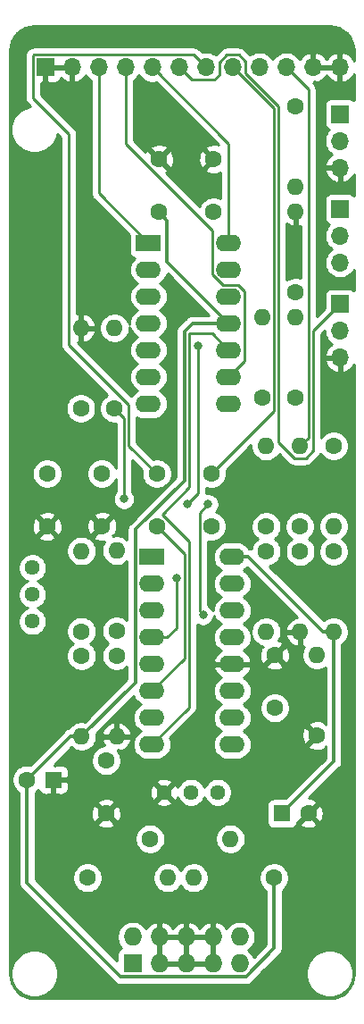
<source format=gbr>
%TF.GenerationSoftware,KiCad,Pcbnew,(5.1.9)-1*%
%TF.CreationDate,2021-09-28T20:21:56+01:00*%
%TF.ProjectId,1222 LMNC VCO ,31323232-204c-44d4-9e43-2056434f202e,rev?*%
%TF.SameCoordinates,Original*%
%TF.FileFunction,Copper,L2,Bot*%
%TF.FilePolarity,Positive*%
%FSLAX46Y46*%
G04 Gerber Fmt 4.6, Leading zero omitted, Abs format (unit mm)*
G04 Created by KiCad (PCBNEW (5.1.9)-1) date 2021-09-28 20:21:56*
%MOMM*%
%LPD*%
G01*
G04 APERTURE LIST*
%TA.AperFunction,ComponentPad*%
%ADD10O,2.400000X1.600000*%
%TD*%
%TA.AperFunction,ComponentPad*%
%ADD11R,2.400000X1.600000*%
%TD*%
%TA.AperFunction,ComponentPad*%
%ADD12C,1.440000*%
%TD*%
%TA.AperFunction,ComponentPad*%
%ADD13O,1.700000X1.700000*%
%TD*%
%TA.AperFunction,ComponentPad*%
%ADD14R,1.700000X1.700000*%
%TD*%
%TA.AperFunction,ComponentPad*%
%ADD15O,1.600000X1.600000*%
%TD*%
%TA.AperFunction,ComponentPad*%
%ADD16C,1.600000*%
%TD*%
%TA.AperFunction,ComponentPad*%
%ADD17R,1.727200X1.727200*%
%TD*%
%TA.AperFunction,ComponentPad*%
%ADD18O,1.727200X1.727200*%
%TD*%
%TA.AperFunction,ComponentPad*%
%ADD19R,1.600000X1.600000*%
%TD*%
%TA.AperFunction,ViaPad*%
%ADD20C,0.800000*%
%TD*%
%TA.AperFunction,Conductor*%
%ADD21C,0.250000*%
%TD*%
%TA.AperFunction,Conductor*%
%ADD22C,0.320000*%
%TD*%
%TA.AperFunction,Conductor*%
%ADD23C,0.254000*%
%TD*%
%TA.AperFunction,Conductor*%
%ADD24C,0.100000*%
%TD*%
G04 APERTURE END LIST*
D10*
%TO.P,U3,16*%
%TO.N,+12V*%
X97775000Y-76285000D03*
%TO.P,U3,8*%
%TO.N,VSO*%
X90155000Y-94065000D03*
%TO.P,U3,15*%
%TO.N,CVINPUTS*%
X97775000Y-78825000D03*
%TO.P,U3,7*%
%TO.N,HighFtrack*%
X90155000Y-91525000D03*
%TO.P,U3,14*%
%TO.N,Net-(R10-Pad2)*%
X97775000Y-81365000D03*
%TO.P,U3,6*%
%TO.N,Net-(C4-Pad1)*%
X90155000Y-88985000D03*
%TO.P,U3,13*%
%TO.N,Net-(R1-Pad2)*%
X97775000Y-83905000D03*
%TO.P,U3,5*%
%TO.N,VPWM*%
X90155000Y-86445000D03*
%TO.P,U3,12*%
%TO.N,GND*%
X97775000Y-86445000D03*
%TO.P,U3,4*%
%TO.N,VP*%
X90155000Y-83905000D03*
%TO.P,U3,11*%
%TO.N,Net-(C6-Pad1)*%
X97775000Y-88985000D03*
%TO.P,U3,3*%
%TO.N,Net-(C5-Pad1)*%
X90155000Y-81365000D03*
%TO.P,U3,10*%
%TO.N,VTO*%
X97775000Y-91525000D03*
%TO.P,U3,2*%
%TO.N,Net-(R5-Pad1)*%
X90155000Y-78825000D03*
%TO.P,U3,9*%
%TO.N,Net-(U3-Pad9)*%
X97775000Y-94065000D03*
D11*
%TO.P,U3,1*%
%TO.N,Net-(R3-Pad1)*%
X90155000Y-76285000D03*
%TD*%
D10*
%TO.P,U1,14*%
%TO.N,TRIANGLEOUT*%
X97445000Y-46550000D03*
%TO.P,U1,7*%
%TO.N,VPWM*%
X89825000Y-61790000D03*
%TO.P,U1,13*%
%TO.N,TRIANGLEOUT*%
X97445000Y-49090000D03*
%TO.P,U1,6*%
%TO.N,Net-(R16-Pad2)*%
X89825000Y-59250000D03*
%TO.P,U1,12*%
%TO.N,VTO*%
X97445000Y-51630000D03*
%TO.P,U1,5*%
%TO.N,Net-(R13-Pad1)*%
X89825000Y-56710000D03*
%TO.P,U1,11*%
%TO.N,-12V*%
X97445000Y-54170000D03*
%TO.P,U1,4*%
%TO.N,+12V*%
X89825000Y-54170000D03*
%TO.P,U1,10*%
%TO.N,VSO*%
X97445000Y-56710000D03*
%TO.P,U1,3*%
%TO.N,VP*%
X89825000Y-51630000D03*
%TO.P,U1,9*%
%TO.N,RAMPOUT*%
X97445000Y-59250000D03*
%TO.P,U1,2*%
%TO.N,SQUAREOUT*%
X89825000Y-49090000D03*
%TO.P,U1,8*%
%TO.N,RAMPOUT*%
X97445000Y-61790000D03*
D11*
%TO.P,U1,1*%
%TO.N,SQUAREOUT*%
X89825000Y-46550000D03*
%TD*%
D12*
%TO.P,RV6,3*%
%TO.N,GND*%
X91320000Y-98600000D03*
%TO.P,RV6,2*%
%TO.N,Net-(R22-Pad2)*%
X93860000Y-98600000D03*
%TO.P,RV6,1*%
%TO.N,HighFtrack*%
X96400000Y-98600000D03*
%TD*%
D13*
%TO.P,TUNE,3*%
%TO.N,GND*%
X108000000Y-39400000D03*
%TO.P,TUNE,2*%
%TO.N,Net-(R18-Pad1)*%
X108000000Y-36860000D03*
D14*
%TO.P,TUNE,1*%
%TO.N,+12V*%
X108000000Y-34320000D03*
%TD*%
D13*
%TO.P,PW,3*%
%TO.N,Net-(R12-Pad1)*%
X108000000Y-48400000D03*
%TO.P,PW,2*%
%TO.N,Net-(R14-Pad2)*%
X108000000Y-45860000D03*
D14*
%TO.P,PW,1*%
%TO.N,Net-(R15-Pad2)*%
X108000000Y-43320000D03*
%TD*%
D13*
%TO.P,PW ATT,3*%
%TO.N,GND*%
X108000000Y-57400000D03*
%TO.P,PW ATT,2*%
%TO.N,Net-(R13-Pad2)*%
X108000000Y-54860000D03*
D14*
%TO.P,PW ATT,1*%
%TO.N,PWMIN*%
X108000000Y-52320000D03*
%TD*%
D12*
%TO.P,RV1,3*%
%TO.N,Net-(C5-Pad1)*%
X78800000Y-82400000D03*
%TO.P,RV1,2*%
X78800000Y-79860000D03*
%TO.P,RV1,1*%
%TO.N,Net-(R3-Pad2)*%
X78800000Y-77320000D03*
%TD*%
D15*
%TO.P,R22,2*%
%TO.N,Net-(R22-Pad2)*%
X97600000Y-103000000D03*
D16*
%TO.P,R22,1*%
%TO.N,CVINPUTS*%
X89980000Y-103000000D03*
%TD*%
D15*
%TO.P,R19,2*%
%TO.N,1voctin*%
X104200000Y-65800000D03*
D16*
%TO.P,R19,1*%
%TO.N,CVINPUTS*%
X104200000Y-73420000D03*
%TD*%
D15*
%TO.P,R18,2*%
%TO.N,CVINPUTS*%
X107400000Y-73400000D03*
D16*
%TO.P,R18,1*%
%TO.N,Net-(R18-Pad1)*%
X107400000Y-65780000D03*
%TD*%
D15*
%TO.P,R17,2*%
%TO.N,GND*%
X83400000Y-54600000D03*
D16*
%TO.P,R17,1*%
%TO.N,VPWM*%
X83400000Y-62220000D03*
%TD*%
D15*
%TO.P,R16,2*%
%TO.N,Net-(R16-Pad2)*%
X86600000Y-54600000D03*
D16*
%TO.P,R16,1*%
%TO.N,VPWM*%
X86600000Y-62220000D03*
%TD*%
D15*
%TO.P,R15,2*%
%TO.N,Net-(R15-Pad2)*%
X103800000Y-41200000D03*
D16*
%TO.P,R15,1*%
%TO.N,+12V*%
X103800000Y-33580000D03*
%TD*%
D15*
%TO.P,R14,2*%
%TO.N,Net-(R14-Pad2)*%
X100600000Y-53600000D03*
D16*
%TO.P,R14,1*%
%TO.N,Net-(R13-Pad1)*%
X100600000Y-61220000D03*
%TD*%
D15*
%TO.P,R13,2*%
%TO.N,Net-(R13-Pad2)*%
X103800000Y-53600000D03*
D16*
%TO.P,R13,1*%
%TO.N,Net-(R13-Pad1)*%
X103800000Y-61220000D03*
%TD*%
D15*
%TO.P,R12,2*%
%TO.N,GND*%
X103800000Y-43580000D03*
D16*
%TO.P,R12,1*%
%TO.N,Net-(R12-Pad1)*%
X103800000Y-51200000D03*
%TD*%
D15*
%TO.P,R11,2*%
%TO.N,GND*%
X86800000Y-93300000D03*
D16*
%TO.P,R11,1*%
%TO.N,VP*%
X86800000Y-85680000D03*
%TD*%
D15*
%TO.P,R10,2*%
%TO.N,Net-(R10-Pad2)*%
X105800000Y-85600000D03*
D16*
%TO.P,R10,1*%
%TO.N,GND*%
X105800000Y-93220000D03*
%TD*%
D15*
%TO.P,R9,2*%
%TO.N,Net-(C7-Pad1)*%
X101000000Y-65800000D03*
D16*
%TO.P,R9,1*%
%TO.N,CVINPUTS*%
X101000000Y-73420000D03*
%TD*%
D15*
%TO.P,R8,2*%
%TO.N,-12V*%
X83475000Y-93300000D03*
D16*
%TO.P,R8,1*%
%TO.N,Net-(C5-Pad1)*%
X83475000Y-85680000D03*
%TD*%
D15*
%TO.P,R7,2*%
%TO.N,Net-(J1-Pad1)*%
X94125000Y-106700000D03*
D16*
%TO.P,R7,1*%
%TO.N,-12V*%
X101745000Y-106700000D03*
%TD*%
D15*
%TO.P,R6,2*%
%TO.N,Net-(J1-Pad10)*%
X91650000Y-106700000D03*
D16*
%TO.P,R6,1*%
%TO.N,+12V*%
X84030000Y-106700000D03*
%TD*%
D15*
%TO.P,R5,2*%
%TO.N,Net-(C5-Pad1)*%
X83475000Y-75725000D03*
D16*
%TO.P,R5,1*%
%TO.N,Net-(R5-Pad1)*%
X83475000Y-83345000D03*
%TD*%
D15*
%TO.P,R4,2*%
%TO.N,+12V*%
X107400000Y-83400000D03*
D16*
%TO.P,R4,1*%
%TO.N,Net-(R1-Pad2)*%
X107400000Y-75780000D03*
%TD*%
D15*
%TO.P,R3,2*%
%TO.N,Net-(R3-Pad2)*%
X86800000Y-75700000D03*
D16*
%TO.P,R3,1*%
%TO.N,Net-(R3-Pad1)*%
X86800000Y-83320000D03*
%TD*%
D15*
%TO.P,R2,2*%
%TO.N,GND*%
X104225000Y-83405000D03*
D16*
%TO.P,R2,1*%
%TO.N,Net-(R1-Pad2)*%
X104225000Y-75785000D03*
%TD*%
D15*
%TO.P,R1,2*%
%TO.N,Net-(R1-Pad2)*%
X101000000Y-83400000D03*
D16*
%TO.P,R1,1*%
%TO.N,Net-(C1-Pad2)*%
X101000000Y-75780000D03*
%TD*%
D13*
%TO.P,J2,12*%
%TO.N,GND*%
X107980000Y-29900000D03*
%TO.P,J2,11*%
X105440000Y-29900000D03*
%TO.P,J2,10*%
%TO.N,1voctin*%
X102900000Y-29900000D03*
%TO.P,J2,9*%
%TO.N,CVIN*%
X100360000Y-29900000D03*
%TO.P,J2,8*%
%TO.N,FMINPUT*%
X97820000Y-29900000D03*
%TO.P,J2,7*%
%TO.N,SYNCIN1*%
X95280000Y-29900000D03*
%TO.P,J2,6*%
%TO.N,PWMIN*%
X92740000Y-29900000D03*
%TO.P,J2,5*%
%TO.N,TRIANGLEOUT*%
X90200000Y-29900000D03*
%TO.P,J2,4*%
%TO.N,RAMPOUT*%
X87660000Y-29900000D03*
%TO.P,J2,3*%
%TO.N,SQUAREOUT*%
X85120000Y-29900000D03*
%TO.P,J2,2*%
%TO.N,GND*%
X82580000Y-29900000D03*
D14*
%TO.P,J2,1*%
X80040000Y-29900000D03*
%TD*%
D17*
%TO.P,J1,1*%
%TO.N,Net-(J1-Pad1)*%
X88325000Y-114825000D03*
D18*
%TO.P,J1,2*%
X88325000Y-112285000D03*
%TO.P,J1,3*%
%TO.N,GND*%
X90865000Y-114825000D03*
%TO.P,J1,4*%
X90865000Y-112285000D03*
%TO.P,J1,5*%
X93405000Y-114825000D03*
%TO.P,J1,6*%
X93405000Y-112285000D03*
%TO.P,J1,7*%
X95945000Y-114825000D03*
%TO.P,J1,8*%
X95945000Y-112285000D03*
%TO.P,J1,9*%
%TO.N,Net-(J1-Pad10)*%
X98485000Y-114825000D03*
%TO.P,J1,10*%
X98485000Y-112285000D03*
%TD*%
D16*
%TO.P,C12,2*%
%TO.N,+12V*%
X80200000Y-68400000D03*
%TO.P,C12,1*%
%TO.N,GND*%
X80200000Y-73400000D03*
%TD*%
%TO.P,C9,2*%
%TO.N,-12V*%
X78300000Y-97400000D03*
D19*
%TO.P,C9,1*%
%TO.N,GND*%
X80800000Y-97400000D03*
%TD*%
D16*
%TO.P,C8,2*%
%TO.N,GND*%
X105000000Y-100600000D03*
D19*
%TO.P,C8,1*%
%TO.N,+12V*%
X102500000Y-100600000D03*
%TD*%
D16*
%TO.P,C7,2*%
%TO.N,GND*%
X85400000Y-73400000D03*
%TO.P,C7,1*%
%TO.N,Net-(C7-Pad1)*%
X85400000Y-68400000D03*
%TD*%
%TO.P,C6,2*%
%TO.N,GND*%
X101800000Y-85600000D03*
%TO.P,C6,1*%
%TO.N,Net-(C6-Pad1)*%
X101800000Y-90600000D03*
%TD*%
%TO.P,C5,2*%
%TO.N,GND*%
X85800000Y-100600000D03*
%TO.P,C5,1*%
%TO.N,Net-(C5-Pad1)*%
X85800000Y-95600000D03*
%TD*%
%TO.P,C4,2*%
%TO.N,SYNCIN1*%
X90600000Y-68400000D03*
%TO.P,C4,1*%
%TO.N,Net-(C4-Pad1)*%
X90600000Y-73400000D03*
%TD*%
%TO.P,C3,2*%
%TO.N,-12V*%
X90800000Y-43600000D03*
%TO.P,C3,1*%
%TO.N,GND*%
X90800000Y-38600000D03*
%TD*%
%TO.P,C2,2*%
%TO.N,+12V*%
X96000000Y-43600000D03*
%TO.P,C2,1*%
%TO.N,GND*%
X96000000Y-38600000D03*
%TD*%
%TO.P,C1,2*%
%TO.N,Net-(C1-Pad2)*%
X95800000Y-73400000D03*
%TO.P,C1,1*%
%TO.N,FMINPUT*%
X95800000Y-68400000D03*
%TD*%
D20*
%TO.N,VP*%
X92500000Y-78300000D03*
X93500000Y-71300000D03*
X94500000Y-56300000D03*
%TO.N,VPWM*%
X87500000Y-70800000D03*
%TO.N,VTO*%
X95000000Y-81800000D03*
X95500000Y-71300000D03*
%TD*%
D21*
%TO.N,FMINPUT*%
X101725001Y-33805001D02*
X97820000Y-29900000D01*
X95800000Y-68400000D02*
X101725001Y-62474999D01*
X101725001Y-62474999D02*
X101725001Y-33805001D01*
D22*
%TO.N,+12V*%
X107400000Y-95700000D02*
X107400000Y-83400000D01*
X102500000Y-100600000D02*
X107400000Y-95700000D01*
X106410000Y-83400000D02*
X107400000Y-83400000D01*
X99295000Y-76285000D02*
X106410000Y-83400000D01*
X97775000Y-76285000D02*
X99295000Y-76285000D01*
%TO.N,-12V*%
X78300000Y-107175202D02*
X78300000Y-97400000D01*
X87173399Y-116048601D02*
X78300000Y-107175202D01*
X99072329Y-116048601D02*
X87173399Y-116048601D01*
X101745000Y-113375930D02*
X99072329Y-116048601D01*
X101745000Y-106700000D02*
X101745000Y-113375930D01*
X82400000Y-93300000D02*
X83475000Y-93300000D01*
X78300000Y-97400000D02*
X82400000Y-93300000D01*
X91599999Y-44399999D02*
X90800000Y-43600000D01*
X91599999Y-48324999D02*
X91599999Y-44399999D01*
X97445000Y-54170000D02*
X91599999Y-48324999D01*
X93239998Y-54935198D02*
X94005196Y-54170000D01*
X83475000Y-93300000D02*
X88594990Y-88180010D01*
X88594990Y-88180010D02*
X88594990Y-73688208D01*
X94005196Y-54170000D02*
X97445000Y-54170000D01*
X93239998Y-69043200D02*
X93239998Y-54935198D01*
X88594990Y-73688208D02*
X93239998Y-69043200D01*
D21*
%TO.N,SYNCIN1*%
X94104999Y-28724999D02*
X78929999Y-28724999D01*
X78929999Y-28724999D02*
X78864999Y-28789999D01*
X78864999Y-28789999D02*
X78864999Y-32815997D01*
X82274999Y-36225997D02*
X82274999Y-56229997D01*
X95280000Y-29900000D02*
X94104999Y-28724999D01*
X82274999Y-56229997D02*
X87950011Y-61905009D01*
X78864999Y-32815997D02*
X82274999Y-36225997D01*
X87950011Y-61905009D02*
X87950011Y-65750011D01*
X87950011Y-65750011D02*
X90600000Y-68400000D01*
%TO.N,Net-(C4-Pad1)*%
X90155000Y-88985000D02*
X93225002Y-85914998D01*
X93225002Y-85914998D02*
X93225002Y-76025002D01*
X93225002Y-76025002D02*
X90600000Y-73400000D01*
%TO.N,1voctin*%
X102900000Y-29900000D02*
X105000000Y-32000000D01*
X104999999Y-65000001D02*
X104200000Y-65800000D01*
X105000000Y-32000000D02*
X104999999Y-65000001D01*
%TO.N,PWMIN*%
X105450011Y-66214991D02*
X104740001Y-66925001D01*
X97255999Y-28724999D02*
X96549991Y-29431007D01*
X93915001Y-31075001D02*
X92740000Y-29900000D01*
X102175012Y-65440014D02*
X102175012Y-33618601D01*
X96549991Y-30613599D02*
X96088589Y-31075001D01*
X96549991Y-29431007D02*
X96549991Y-30613599D01*
X98384001Y-28724999D02*
X97255999Y-28724999D01*
X98995001Y-30438591D02*
X98995001Y-29335999D01*
X98995001Y-29335999D02*
X98384001Y-28724999D01*
X102175012Y-33618601D02*
X98995001Y-30438591D01*
X103659999Y-66925001D02*
X102175012Y-65440014D01*
X105450011Y-54869989D02*
X105450011Y-66214991D01*
X108000000Y-52320000D02*
X105450011Y-54869989D01*
X96088589Y-31075001D02*
X93915001Y-31075001D01*
X104740001Y-66925001D02*
X103659999Y-66925001D01*
%TO.N,TRIANGLEOUT*%
X97445000Y-46550000D02*
X97445000Y-37145000D01*
X97445000Y-37145000D02*
X90200000Y-29900000D01*
%TO.N,RAMPOUT*%
X98970010Y-57724990D02*
X97445000Y-59250000D01*
X98970010Y-51164006D02*
X98970010Y-57724990D01*
X96868986Y-50504990D02*
X98310994Y-50504990D01*
X95919990Y-49555994D02*
X96868986Y-50504990D01*
X95919990Y-45384992D02*
X95919990Y-49555994D01*
X87660000Y-29900000D02*
X87660000Y-37125002D01*
X98310994Y-50504990D02*
X98970010Y-51164006D01*
X87660000Y-37125002D02*
X95919990Y-45384992D01*
%TO.N,SQUAREOUT*%
X85120000Y-41845000D02*
X85120000Y-29900000D01*
X89825000Y-46550000D02*
X85120000Y-41845000D01*
%TO.N,VP*%
X92500000Y-83010000D02*
X92500000Y-78300000D01*
X91605000Y-83905000D02*
X92500000Y-83010000D01*
X90155000Y-83905000D02*
X91605000Y-83905000D01*
X93500000Y-71300000D02*
X94500000Y-70300000D01*
X94500000Y-70300000D02*
X94500000Y-56300000D01*
%TO.N,VPWM*%
X87500000Y-70800000D02*
X87500000Y-63120000D01*
X87500000Y-63120000D02*
X86600000Y-62220000D01*
%TO.N,VTO*%
X94674999Y-72125001D02*
X95500000Y-71300000D01*
X94674999Y-81474999D02*
X94674999Y-72125001D01*
X95000000Y-81800000D02*
X94674999Y-81474999D01*
%TO.N,VSO*%
X95871094Y-55136094D02*
X97445000Y-56710000D01*
X93725008Y-55136094D02*
X95871094Y-55136094D01*
X93725008Y-69689992D02*
X93725008Y-55136094D01*
X91140001Y-72274999D02*
X93725008Y-69689992D01*
X93675011Y-90544989D02*
X93675011Y-74810009D01*
X90155000Y-94065000D02*
X93675011Y-90544989D01*
X93675011Y-74810009D02*
X91140001Y-72274999D01*
%TD*%
D23*
%TO.N,GND*%
X107449016Y-26032312D02*
X107880930Y-26162714D01*
X108279285Y-26374524D01*
X108628914Y-26659675D01*
X108916497Y-27007303D01*
X109131086Y-27404177D01*
X109264498Y-27835161D01*
X109315000Y-28315654D01*
X109315000Y-29253375D01*
X109175178Y-29018645D01*
X108980269Y-28802412D01*
X108746920Y-28628359D01*
X108484099Y-28503175D01*
X108336890Y-28458524D01*
X108107000Y-28579845D01*
X108107000Y-29773000D01*
X108127000Y-29773000D01*
X108127000Y-30027000D01*
X108107000Y-30027000D01*
X108107000Y-31220155D01*
X108336890Y-31341476D01*
X108484099Y-31296825D01*
X108746920Y-31171641D01*
X108980269Y-30997588D01*
X109175178Y-30781355D01*
X109315000Y-30546625D01*
X109315000Y-33035649D01*
X109301185Y-33018815D01*
X109204494Y-32939463D01*
X109094180Y-32880498D01*
X108974482Y-32844188D01*
X108850000Y-32831928D01*
X107150000Y-32831928D01*
X107025518Y-32844188D01*
X106905820Y-32880498D01*
X106795506Y-32939463D01*
X106698815Y-33018815D01*
X106619463Y-33115506D01*
X106560498Y-33225820D01*
X106524188Y-33345518D01*
X106511928Y-33470000D01*
X106511928Y-35170000D01*
X106524188Y-35294482D01*
X106560498Y-35414180D01*
X106619463Y-35524494D01*
X106698815Y-35621185D01*
X106795506Y-35700537D01*
X106905820Y-35759502D01*
X106978380Y-35781513D01*
X106846525Y-35913368D01*
X106684010Y-36156589D01*
X106572068Y-36426842D01*
X106515000Y-36713740D01*
X106515000Y-37006260D01*
X106572068Y-37293158D01*
X106684010Y-37563411D01*
X106846525Y-37806632D01*
X107053368Y-38013475D01*
X107235534Y-38135195D01*
X107118645Y-38204822D01*
X106902412Y-38399731D01*
X106728359Y-38633080D01*
X106603175Y-38895901D01*
X106558524Y-39043110D01*
X106679845Y-39273000D01*
X107873000Y-39273000D01*
X107873000Y-39253000D01*
X108127000Y-39253000D01*
X108127000Y-39273000D01*
X108147000Y-39273000D01*
X108147000Y-39527000D01*
X108127000Y-39527000D01*
X108127000Y-40720814D01*
X108356891Y-40841481D01*
X108631252Y-40744157D01*
X108881355Y-40595178D01*
X109097588Y-40400269D01*
X109271641Y-40166920D01*
X109315000Y-40075888D01*
X109315000Y-42035649D01*
X109301185Y-42018815D01*
X109204494Y-41939463D01*
X109094180Y-41880498D01*
X108974482Y-41844188D01*
X108850000Y-41831928D01*
X107150000Y-41831928D01*
X107025518Y-41844188D01*
X106905820Y-41880498D01*
X106795506Y-41939463D01*
X106698815Y-42018815D01*
X106619463Y-42115506D01*
X106560498Y-42225820D01*
X106524188Y-42345518D01*
X106511928Y-42470000D01*
X106511928Y-44170000D01*
X106524188Y-44294482D01*
X106560498Y-44414180D01*
X106619463Y-44524494D01*
X106698815Y-44621185D01*
X106795506Y-44700537D01*
X106905820Y-44759502D01*
X106978380Y-44781513D01*
X106846525Y-44913368D01*
X106684010Y-45156589D01*
X106572068Y-45426842D01*
X106515000Y-45713740D01*
X106515000Y-46006260D01*
X106572068Y-46293158D01*
X106684010Y-46563411D01*
X106846525Y-46806632D01*
X107053368Y-47013475D01*
X107227760Y-47130000D01*
X107053368Y-47246525D01*
X106846525Y-47453368D01*
X106684010Y-47696589D01*
X106572068Y-47966842D01*
X106515000Y-48253740D01*
X106515000Y-48546260D01*
X106572068Y-48833158D01*
X106684010Y-49103411D01*
X106846525Y-49346632D01*
X107053368Y-49553475D01*
X107296589Y-49715990D01*
X107566842Y-49827932D01*
X107853740Y-49885000D01*
X108146260Y-49885000D01*
X108433158Y-49827932D01*
X108703411Y-49715990D01*
X108946632Y-49553475D01*
X109153475Y-49346632D01*
X109315000Y-49104892D01*
X109315000Y-51035649D01*
X109301185Y-51018815D01*
X109204494Y-50939463D01*
X109094180Y-50880498D01*
X108974482Y-50844188D01*
X108850000Y-50831928D01*
X107150000Y-50831928D01*
X107025518Y-50844188D01*
X106905820Y-50880498D01*
X106795506Y-50939463D01*
X106698815Y-51018815D01*
X106619463Y-51115506D01*
X106560498Y-51225820D01*
X106524188Y-51345518D01*
X106511928Y-51470000D01*
X106511928Y-52733270D01*
X105759999Y-53485200D01*
X105759999Y-39756890D01*
X106558524Y-39756890D01*
X106603175Y-39904099D01*
X106728359Y-40166920D01*
X106902412Y-40400269D01*
X107118645Y-40595178D01*
X107368748Y-40744157D01*
X107643109Y-40841481D01*
X107873000Y-40720814D01*
X107873000Y-39527000D01*
X106679845Y-39527000D01*
X106558524Y-39756890D01*
X105759999Y-39756890D01*
X105760000Y-32037322D01*
X105763676Y-31999999D01*
X105760000Y-31962676D01*
X105760000Y-31962668D01*
X105749003Y-31851015D01*
X105705546Y-31707754D01*
X105634974Y-31575725D01*
X105634973Y-31575723D01*
X105563799Y-31488996D01*
X105563790Y-31488987D01*
X105540001Y-31460000D01*
X105511014Y-31436211D01*
X105459803Y-31385000D01*
X105567002Y-31385000D01*
X105567002Y-31220156D01*
X105796890Y-31341476D01*
X105944099Y-31296825D01*
X106206920Y-31171641D01*
X106440269Y-30997588D01*
X106635178Y-30781355D01*
X106710000Y-30655745D01*
X106784822Y-30781355D01*
X106979731Y-30997588D01*
X107213080Y-31171641D01*
X107475901Y-31296825D01*
X107623110Y-31341476D01*
X107853000Y-31220155D01*
X107853000Y-30027000D01*
X105567000Y-30027000D01*
X105567000Y-30047000D01*
X105313000Y-30047000D01*
X105313000Y-30027000D01*
X105293000Y-30027000D01*
X105293000Y-29773000D01*
X105313000Y-29773000D01*
X105313000Y-28579845D01*
X105567000Y-28579845D01*
X105567000Y-29773000D01*
X107853000Y-29773000D01*
X107853000Y-28579845D01*
X107623110Y-28458524D01*
X107475901Y-28503175D01*
X107213080Y-28628359D01*
X106979731Y-28802412D01*
X106784822Y-29018645D01*
X106710000Y-29144255D01*
X106635178Y-29018645D01*
X106440269Y-28802412D01*
X106206920Y-28628359D01*
X105944099Y-28503175D01*
X105796890Y-28458524D01*
X105567000Y-28579845D01*
X105313000Y-28579845D01*
X105083110Y-28458524D01*
X104935901Y-28503175D01*
X104673080Y-28628359D01*
X104439731Y-28802412D01*
X104244822Y-29018645D01*
X104175195Y-29135534D01*
X104053475Y-28953368D01*
X103846632Y-28746525D01*
X103603411Y-28584010D01*
X103333158Y-28472068D01*
X103046260Y-28415000D01*
X102753740Y-28415000D01*
X102466842Y-28472068D01*
X102196589Y-28584010D01*
X101953368Y-28746525D01*
X101746525Y-28953368D01*
X101630000Y-29127760D01*
X101513475Y-28953368D01*
X101306632Y-28746525D01*
X101063411Y-28584010D01*
X100793158Y-28472068D01*
X100506260Y-28415000D01*
X100213740Y-28415000D01*
X99926842Y-28472068D01*
X99656589Y-28584010D01*
X99453509Y-28719704D01*
X98947804Y-28214001D01*
X98924002Y-28184998D01*
X98808277Y-28090025D01*
X98676248Y-28019453D01*
X98532987Y-27975996D01*
X98421334Y-27964999D01*
X98421323Y-27964999D01*
X98384001Y-27961323D01*
X98346679Y-27964999D01*
X97293321Y-27964999D01*
X97255998Y-27961323D01*
X97218675Y-27964999D01*
X97218666Y-27964999D01*
X97107013Y-27975996D01*
X96963752Y-28019453D01*
X96831722Y-28090025D01*
X96758353Y-28150238D01*
X96715998Y-28184998D01*
X96692200Y-28213997D01*
X96186492Y-28719704D01*
X95983411Y-28584010D01*
X95713158Y-28472068D01*
X95426260Y-28415000D01*
X95133740Y-28415000D01*
X94913592Y-28458791D01*
X94668803Y-28214002D01*
X94645000Y-28184998D01*
X94529275Y-28090025D01*
X94397246Y-28019453D01*
X94253985Y-27975996D01*
X94142332Y-27964999D01*
X94142321Y-27964999D01*
X94104999Y-27961323D01*
X94067677Y-27964999D01*
X78967322Y-27964999D01*
X78929999Y-27961323D01*
X78892677Y-27964999D01*
X78892666Y-27964999D01*
X78781013Y-27975996D01*
X78637752Y-28019453D01*
X78505723Y-28090025D01*
X78389998Y-28184998D01*
X78366195Y-28214002D01*
X78354002Y-28226195D01*
X78324998Y-28249998D01*
X78282662Y-28301585D01*
X78230025Y-28365723D01*
X78159454Y-28497752D01*
X78159453Y-28497753D01*
X78115996Y-28641014D01*
X78104999Y-28752667D01*
X78104999Y-28752677D01*
X78101323Y-28789999D01*
X78104999Y-28827322D01*
X78105000Y-32778665D01*
X78101323Y-32815997D01*
X78105000Y-32853330D01*
X78115997Y-32964983D01*
X78129179Y-33008439D01*
X78159453Y-33108243D01*
X78230025Y-33240273D01*
X78274116Y-33293997D01*
X78324999Y-33355998D01*
X78353997Y-33379796D01*
X78579131Y-33604930D01*
X78348075Y-33650890D01*
X77941331Y-33819369D01*
X77575271Y-34063962D01*
X77263962Y-34375271D01*
X77019369Y-34741331D01*
X76850890Y-35148075D01*
X76765000Y-35579872D01*
X76765000Y-36020128D01*
X76850890Y-36451925D01*
X77019369Y-36858669D01*
X77263962Y-37224729D01*
X77575271Y-37536038D01*
X77941331Y-37780631D01*
X78348075Y-37949110D01*
X78779872Y-38035000D01*
X79220128Y-38035000D01*
X79651925Y-37949110D01*
X80058669Y-37780631D01*
X80424729Y-37536038D01*
X80736038Y-37224729D01*
X80980631Y-36858669D01*
X81149110Y-36451925D01*
X81195070Y-36220870D01*
X81514999Y-36540799D01*
X81515000Y-56192664D01*
X81511323Y-56229997D01*
X81525997Y-56378982D01*
X81569453Y-56522243D01*
X81640025Y-56654273D01*
X81711200Y-56740999D01*
X81734999Y-56769998D01*
X81763997Y-56793796D01*
X85919222Y-60949022D01*
X85685241Y-61105363D01*
X85485363Y-61305241D01*
X85328320Y-61540273D01*
X85220147Y-61801426D01*
X85165000Y-62078665D01*
X85165000Y-62361335D01*
X85220147Y-62638574D01*
X85328320Y-62899727D01*
X85485363Y-63134759D01*
X85685241Y-63334637D01*
X85920273Y-63491680D01*
X86181426Y-63599853D01*
X86458665Y-63655000D01*
X86740001Y-63655000D01*
X86740000Y-67885213D01*
X86671680Y-67720273D01*
X86514637Y-67485241D01*
X86314759Y-67285363D01*
X86079727Y-67128320D01*
X85818574Y-67020147D01*
X85541335Y-66965000D01*
X85258665Y-66965000D01*
X84981426Y-67020147D01*
X84720273Y-67128320D01*
X84485241Y-67285363D01*
X84285363Y-67485241D01*
X84128320Y-67720273D01*
X84020147Y-67981426D01*
X83965000Y-68258665D01*
X83965000Y-68541335D01*
X84020147Y-68818574D01*
X84128320Y-69079727D01*
X84285363Y-69314759D01*
X84485241Y-69514637D01*
X84720273Y-69671680D01*
X84981426Y-69779853D01*
X85258665Y-69835000D01*
X85541335Y-69835000D01*
X85818574Y-69779853D01*
X86079727Y-69671680D01*
X86314759Y-69514637D01*
X86514637Y-69314759D01*
X86671680Y-69079727D01*
X86740000Y-68914787D01*
X86740000Y-70096289D01*
X86696063Y-70140226D01*
X86582795Y-70309744D01*
X86504774Y-70498102D01*
X86465000Y-70698061D01*
X86465000Y-70901939D01*
X86504774Y-71101898D01*
X86582795Y-71290256D01*
X86696063Y-71459774D01*
X86840226Y-71603937D01*
X87009744Y-71717205D01*
X87198102Y-71795226D01*
X87398061Y-71835000D01*
X87601939Y-71835000D01*
X87801898Y-71795226D01*
X87990256Y-71717205D01*
X88159774Y-71603937D01*
X88303937Y-71459774D01*
X88417205Y-71290256D01*
X88495226Y-71101898D01*
X88535000Y-70901939D01*
X88535000Y-70698061D01*
X88495226Y-70498102D01*
X88417205Y-70309744D01*
X88303937Y-70140226D01*
X88260000Y-70096289D01*
X88260000Y-67134802D01*
X89201312Y-68076114D01*
X89165000Y-68258665D01*
X89165000Y-68541335D01*
X89220147Y-68818574D01*
X89328320Y-69079727D01*
X89485363Y-69314759D01*
X89685241Y-69514637D01*
X89920273Y-69671680D01*
X90181426Y-69779853D01*
X90458665Y-69835000D01*
X90741335Y-69835000D01*
X91018574Y-69779853D01*
X91279727Y-69671680D01*
X91514759Y-69514637D01*
X91714637Y-69314759D01*
X91871680Y-69079727D01*
X91979853Y-68818574D01*
X92035000Y-68541335D01*
X92035000Y-68258665D01*
X91979853Y-67981426D01*
X91871680Y-67720273D01*
X91714637Y-67485241D01*
X91514759Y-67285363D01*
X91279727Y-67128320D01*
X91018574Y-67020147D01*
X90741335Y-66965000D01*
X90458665Y-66965000D01*
X90276114Y-67001312D01*
X88710011Y-65435210D01*
X88710011Y-63034960D01*
X88873192Y-63122182D01*
X89143691Y-63204236D01*
X89354508Y-63225000D01*
X90295492Y-63225000D01*
X90506309Y-63204236D01*
X90776808Y-63122182D01*
X91026101Y-62988932D01*
X91244608Y-62809608D01*
X91423932Y-62591101D01*
X91557182Y-62341808D01*
X91639236Y-62071309D01*
X91666943Y-61790000D01*
X91639236Y-61508691D01*
X91557182Y-61238192D01*
X91423932Y-60988899D01*
X91244608Y-60770392D01*
X91026101Y-60591068D01*
X90893142Y-60520000D01*
X91026101Y-60448932D01*
X91244608Y-60269608D01*
X91423932Y-60051101D01*
X91557182Y-59801808D01*
X91639236Y-59531309D01*
X91666943Y-59250000D01*
X91639236Y-58968691D01*
X91557182Y-58698192D01*
X91423932Y-58448899D01*
X91244608Y-58230392D01*
X91026101Y-58051068D01*
X90893142Y-57980000D01*
X91026101Y-57908932D01*
X91244608Y-57729608D01*
X91423932Y-57511101D01*
X91557182Y-57261808D01*
X91639236Y-56991309D01*
X91666943Y-56710000D01*
X91639236Y-56428691D01*
X91557182Y-56158192D01*
X91423932Y-55908899D01*
X91244608Y-55690392D01*
X91026101Y-55511068D01*
X90893142Y-55440000D01*
X91026101Y-55368932D01*
X91244608Y-55189608D01*
X91423932Y-54971101D01*
X91557182Y-54721808D01*
X91639236Y-54451309D01*
X91666943Y-54170000D01*
X91639236Y-53888691D01*
X91557182Y-53618192D01*
X91423932Y-53368899D01*
X91244608Y-53150392D01*
X91026101Y-52971068D01*
X90893142Y-52900000D01*
X91026101Y-52828932D01*
X91244608Y-52649608D01*
X91423932Y-52431101D01*
X91557182Y-52181808D01*
X91639236Y-51911309D01*
X91666943Y-51630000D01*
X91639236Y-51348691D01*
X91557182Y-51078192D01*
X91423932Y-50828899D01*
X91244608Y-50610392D01*
X91026101Y-50431068D01*
X90893142Y-50360000D01*
X91026101Y-50288932D01*
X91244608Y-50109608D01*
X91423932Y-49891101D01*
X91557182Y-49641808D01*
X91611953Y-49461251D01*
X95525700Y-53375000D01*
X94044233Y-53375000D01*
X94005195Y-53371155D01*
X93966157Y-53375000D01*
X93966148Y-53375000D01*
X93849349Y-53386504D01*
X93699491Y-53431963D01*
X93561381Y-53505784D01*
X93561379Y-53505785D01*
X93561380Y-53505785D01*
X93470656Y-53580240D01*
X93470653Y-53580243D01*
X93440327Y-53605131D01*
X93415438Y-53635458D01*
X92705461Y-54345437D01*
X92675130Y-54370329D01*
X92575783Y-54491383D01*
X92536324Y-54565205D01*
X92501961Y-54629494D01*
X92456502Y-54779351D01*
X92441153Y-54935198D01*
X92444999Y-54974249D01*
X92444998Y-68713900D01*
X88060454Y-73098446D01*
X88030122Y-73123339D01*
X87930775Y-73244393D01*
X87891316Y-73318215D01*
X87856953Y-73382504D01*
X87811494Y-73532361D01*
X87796145Y-73688208D01*
X87799991Y-73727259D01*
X87799991Y-74670595D01*
X87714759Y-74585363D01*
X87479727Y-74428320D01*
X87218574Y-74320147D01*
X86941335Y-74265000D01*
X86658665Y-74265000D01*
X86480122Y-74300515D01*
X86392704Y-74213097D01*
X86636671Y-74141514D01*
X86757571Y-73886004D01*
X86826300Y-73611816D01*
X86840217Y-73329488D01*
X86798787Y-73049870D01*
X86703603Y-72783708D01*
X86636671Y-72658486D01*
X86392702Y-72586903D01*
X85579605Y-73400000D01*
X85593748Y-73414143D01*
X85414143Y-73593748D01*
X85400000Y-73579605D01*
X84586903Y-74392702D01*
X84658486Y-74636671D01*
X84913996Y-74757571D01*
X85188184Y-74826300D01*
X85470512Y-74840217D01*
X85668201Y-74810926D01*
X85528320Y-75020273D01*
X85420147Y-75281426D01*
X85365000Y-75558665D01*
X85365000Y-75841335D01*
X85420147Y-76118574D01*
X85528320Y-76379727D01*
X85685363Y-76614759D01*
X85885241Y-76814637D01*
X86120273Y-76971680D01*
X86381426Y-77079853D01*
X86658665Y-77135000D01*
X86941335Y-77135000D01*
X87218574Y-77079853D01*
X87479727Y-76971680D01*
X87714759Y-76814637D01*
X87799991Y-76729405D01*
X87799990Y-82290594D01*
X87714759Y-82205363D01*
X87479727Y-82048320D01*
X87218574Y-81940147D01*
X86941335Y-81885000D01*
X86658665Y-81885000D01*
X86381426Y-81940147D01*
X86120273Y-82048320D01*
X85885241Y-82205363D01*
X85685363Y-82405241D01*
X85528320Y-82640273D01*
X85420147Y-82901426D01*
X85365000Y-83178665D01*
X85365000Y-83461335D01*
X85420147Y-83738574D01*
X85528320Y-83999727D01*
X85685363Y-84234759D01*
X85885241Y-84434637D01*
X85983064Y-84500000D01*
X85885241Y-84565363D01*
X85685363Y-84765241D01*
X85528320Y-85000273D01*
X85420147Y-85261426D01*
X85365000Y-85538665D01*
X85365000Y-85821335D01*
X85420147Y-86098574D01*
X85528320Y-86359727D01*
X85685363Y-86594759D01*
X85885241Y-86794637D01*
X86120273Y-86951680D01*
X86381426Y-87059853D01*
X86658665Y-87115000D01*
X86941335Y-87115000D01*
X87218574Y-87059853D01*
X87479727Y-86951680D01*
X87714759Y-86794637D01*
X87799990Y-86709406D01*
X87799990Y-87850711D01*
X83757602Y-91893100D01*
X83616335Y-91865000D01*
X83333665Y-91865000D01*
X83056426Y-91920147D01*
X82795273Y-92028320D01*
X82560241Y-92185363D01*
X82360363Y-92385241D01*
X82274664Y-92513499D01*
X82244153Y-92516504D01*
X82094295Y-92561963D01*
X81956185Y-92635784D01*
X81865461Y-92710239D01*
X81865457Y-92710243D01*
X81835131Y-92735131D01*
X81810243Y-92765457D01*
X78582602Y-95993100D01*
X78441335Y-95965000D01*
X78158665Y-95965000D01*
X77881426Y-96020147D01*
X77620273Y-96128320D01*
X77385241Y-96285363D01*
X77185363Y-96485241D01*
X77028320Y-96720273D01*
X76920147Y-96981426D01*
X76865000Y-97258665D01*
X76865000Y-97541335D01*
X76920147Y-97818574D01*
X77028320Y-98079727D01*
X77185363Y-98314759D01*
X77385241Y-98514637D01*
X77505001Y-98594658D01*
X77505000Y-107136161D01*
X77501155Y-107175202D01*
X77505000Y-107214242D01*
X77505000Y-107214249D01*
X77514982Y-107315598D01*
X77516504Y-107331049D01*
X77561963Y-107480906D01*
X77635784Y-107619016D01*
X77735131Y-107740071D01*
X77765468Y-107764968D01*
X86583637Y-116583138D01*
X86608530Y-116613470D01*
X86729584Y-116712817D01*
X86867694Y-116786638D01*
X86963307Y-116815642D01*
X87017551Y-116832097D01*
X87033002Y-116833619D01*
X87134351Y-116843601D01*
X87134358Y-116843601D01*
X87173398Y-116847446D01*
X87212438Y-116843601D01*
X99033289Y-116843601D01*
X99072329Y-116847446D01*
X99111369Y-116843601D01*
X99111377Y-116843601D01*
X99228176Y-116832097D01*
X99378034Y-116786638D01*
X99516144Y-116712817D01*
X99637198Y-116613470D01*
X99662095Y-116583133D01*
X100665356Y-115579872D01*
X104765000Y-115579872D01*
X104765000Y-116020128D01*
X104850890Y-116451925D01*
X105019369Y-116858669D01*
X105263962Y-117224729D01*
X105575271Y-117536038D01*
X105941331Y-117780631D01*
X106348075Y-117949110D01*
X106779872Y-118035000D01*
X107220128Y-118035000D01*
X107651925Y-117949110D01*
X108058669Y-117780631D01*
X108424729Y-117536038D01*
X108736038Y-117224729D01*
X108980631Y-116858669D01*
X109149110Y-116451925D01*
X109235000Y-116020128D01*
X109235000Y-115579872D01*
X109149110Y-115148075D01*
X108980631Y-114741331D01*
X108736038Y-114375271D01*
X108424729Y-114063962D01*
X108058669Y-113819369D01*
X107651925Y-113650890D01*
X107220128Y-113565000D01*
X106779872Y-113565000D01*
X106348075Y-113650890D01*
X105941331Y-113819369D01*
X105575271Y-114063962D01*
X105263962Y-114375271D01*
X105019369Y-114741331D01*
X104850890Y-115148075D01*
X104765000Y-115579872D01*
X100665356Y-115579872D01*
X102279543Y-113965687D01*
X102309869Y-113940799D01*
X102334757Y-113910473D01*
X102334761Y-113910469D01*
X102409216Y-113819745D01*
X102483037Y-113681635D01*
X102528496Y-113531777D01*
X102538435Y-113430863D01*
X102540000Y-113414978D01*
X102540000Y-113414970D01*
X102543845Y-113375930D01*
X102540000Y-113336890D01*
X102540000Y-107894657D01*
X102659759Y-107814637D01*
X102859637Y-107614759D01*
X103016680Y-107379727D01*
X103124853Y-107118574D01*
X103180000Y-106841335D01*
X103180000Y-106558665D01*
X103124853Y-106281426D01*
X103016680Y-106020273D01*
X102859637Y-105785241D01*
X102659759Y-105585363D01*
X102424727Y-105428320D01*
X102163574Y-105320147D01*
X101886335Y-105265000D01*
X101603665Y-105265000D01*
X101326426Y-105320147D01*
X101065273Y-105428320D01*
X100830241Y-105585363D01*
X100630363Y-105785241D01*
X100473320Y-106020273D01*
X100365147Y-106281426D01*
X100310000Y-106558665D01*
X100310000Y-106841335D01*
X100365147Y-107118574D01*
X100473320Y-107379727D01*
X100630363Y-107614759D01*
X100830241Y-107814637D01*
X100950000Y-107894657D01*
X100950001Y-113046629D01*
X99833088Y-114163543D01*
X99813042Y-114115147D01*
X99649039Y-113869698D01*
X99440302Y-113660961D01*
X99281719Y-113555000D01*
X99440302Y-113449039D01*
X99649039Y-113240302D01*
X99813042Y-112994853D01*
X99926010Y-112722125D01*
X99983600Y-112432599D01*
X99983600Y-112137401D01*
X99926010Y-111847875D01*
X99813042Y-111575147D01*
X99649039Y-111329698D01*
X99440302Y-111120961D01*
X99194853Y-110956958D01*
X98922125Y-110843990D01*
X98632599Y-110786400D01*
X98337401Y-110786400D01*
X98047875Y-110843990D01*
X97775147Y-110956958D01*
X97529698Y-111120961D01*
X97320961Y-111329698D01*
X97210441Y-111495103D01*
X97151817Y-111396512D01*
X96955293Y-111178146D01*
X96719944Y-111002316D01*
X96454814Y-110875778D01*
X96304026Y-110830042D01*
X96072000Y-110951183D01*
X96072000Y-112158000D01*
X96092000Y-112158000D01*
X96092000Y-112412000D01*
X96072000Y-112412000D01*
X96072000Y-114698000D01*
X96092000Y-114698000D01*
X96092000Y-114952000D01*
X96072000Y-114952000D01*
X96072000Y-114972000D01*
X95818000Y-114972000D01*
X95818000Y-114952000D01*
X93532000Y-114952000D01*
X93532000Y-114972000D01*
X93278000Y-114972000D01*
X93278000Y-114952000D01*
X90992000Y-114952000D01*
X90992000Y-114972000D01*
X90738000Y-114972000D01*
X90738000Y-114952000D01*
X90718000Y-114952000D01*
X90718000Y-114698000D01*
X90738000Y-114698000D01*
X90738000Y-112412000D01*
X90992000Y-112412000D01*
X90992000Y-114698000D01*
X93278000Y-114698000D01*
X93278000Y-112412000D01*
X93532000Y-112412000D01*
X93532000Y-114698000D01*
X95818000Y-114698000D01*
X95818000Y-112412000D01*
X93532000Y-112412000D01*
X93278000Y-112412000D01*
X90992000Y-112412000D01*
X90738000Y-112412000D01*
X90718000Y-112412000D01*
X90718000Y-112158000D01*
X90738000Y-112158000D01*
X90738000Y-110951183D01*
X90992000Y-110951183D01*
X90992000Y-112158000D01*
X93278000Y-112158000D01*
X93278000Y-110951183D01*
X93532000Y-110951183D01*
X93532000Y-112158000D01*
X95818000Y-112158000D01*
X95818000Y-110951183D01*
X95585974Y-110830042D01*
X95435186Y-110875778D01*
X95170056Y-111002316D01*
X94934707Y-111178146D01*
X94738183Y-111396512D01*
X94675000Y-111502770D01*
X94611817Y-111396512D01*
X94415293Y-111178146D01*
X94179944Y-111002316D01*
X93914814Y-110875778D01*
X93764026Y-110830042D01*
X93532000Y-110951183D01*
X93278000Y-110951183D01*
X93045974Y-110830042D01*
X92895186Y-110875778D01*
X92630056Y-111002316D01*
X92394707Y-111178146D01*
X92198183Y-111396512D01*
X92135000Y-111502770D01*
X92071817Y-111396512D01*
X91875293Y-111178146D01*
X91639944Y-111002316D01*
X91374814Y-110875778D01*
X91224026Y-110830042D01*
X90992000Y-110951183D01*
X90738000Y-110951183D01*
X90505974Y-110830042D01*
X90355186Y-110875778D01*
X90090056Y-111002316D01*
X89854707Y-111178146D01*
X89658183Y-111396512D01*
X89599559Y-111495103D01*
X89489039Y-111329698D01*
X89280302Y-111120961D01*
X89034853Y-110956958D01*
X88762125Y-110843990D01*
X88472599Y-110786400D01*
X88177401Y-110786400D01*
X87887875Y-110843990D01*
X87615147Y-110956958D01*
X87369698Y-111120961D01*
X87160961Y-111329698D01*
X86996958Y-111575147D01*
X86883990Y-111847875D01*
X86826400Y-112137401D01*
X86826400Y-112432599D01*
X86883990Y-112722125D01*
X86996958Y-112994853D01*
X87160961Y-113240302D01*
X87275023Y-113354364D01*
X87217220Y-113371898D01*
X87106906Y-113430863D01*
X87010215Y-113510215D01*
X86930863Y-113606906D01*
X86871898Y-113717220D01*
X86835588Y-113836918D01*
X86823328Y-113961400D01*
X86823328Y-114574231D01*
X79095000Y-106845904D01*
X79095000Y-106558665D01*
X82595000Y-106558665D01*
X82595000Y-106841335D01*
X82650147Y-107118574D01*
X82758320Y-107379727D01*
X82915363Y-107614759D01*
X83115241Y-107814637D01*
X83350273Y-107971680D01*
X83611426Y-108079853D01*
X83888665Y-108135000D01*
X84171335Y-108135000D01*
X84448574Y-108079853D01*
X84709727Y-107971680D01*
X84944759Y-107814637D01*
X85144637Y-107614759D01*
X85301680Y-107379727D01*
X85409853Y-107118574D01*
X85465000Y-106841335D01*
X85465000Y-106558665D01*
X90215000Y-106558665D01*
X90215000Y-106841335D01*
X90270147Y-107118574D01*
X90378320Y-107379727D01*
X90535363Y-107614759D01*
X90735241Y-107814637D01*
X90970273Y-107971680D01*
X91231426Y-108079853D01*
X91508665Y-108135000D01*
X91791335Y-108135000D01*
X92068574Y-108079853D01*
X92329727Y-107971680D01*
X92564759Y-107814637D01*
X92764637Y-107614759D01*
X92887500Y-107430881D01*
X93010363Y-107614759D01*
X93210241Y-107814637D01*
X93445273Y-107971680D01*
X93706426Y-108079853D01*
X93983665Y-108135000D01*
X94266335Y-108135000D01*
X94543574Y-108079853D01*
X94804727Y-107971680D01*
X95039759Y-107814637D01*
X95239637Y-107614759D01*
X95396680Y-107379727D01*
X95504853Y-107118574D01*
X95560000Y-106841335D01*
X95560000Y-106558665D01*
X95504853Y-106281426D01*
X95396680Y-106020273D01*
X95239637Y-105785241D01*
X95039759Y-105585363D01*
X94804727Y-105428320D01*
X94543574Y-105320147D01*
X94266335Y-105265000D01*
X93983665Y-105265000D01*
X93706426Y-105320147D01*
X93445273Y-105428320D01*
X93210241Y-105585363D01*
X93010363Y-105785241D01*
X92887500Y-105969119D01*
X92764637Y-105785241D01*
X92564759Y-105585363D01*
X92329727Y-105428320D01*
X92068574Y-105320147D01*
X91791335Y-105265000D01*
X91508665Y-105265000D01*
X91231426Y-105320147D01*
X90970273Y-105428320D01*
X90735241Y-105585363D01*
X90535363Y-105785241D01*
X90378320Y-106020273D01*
X90270147Y-106281426D01*
X90215000Y-106558665D01*
X85465000Y-106558665D01*
X85409853Y-106281426D01*
X85301680Y-106020273D01*
X85144637Y-105785241D01*
X84944759Y-105585363D01*
X84709727Y-105428320D01*
X84448574Y-105320147D01*
X84171335Y-105265000D01*
X83888665Y-105265000D01*
X83611426Y-105320147D01*
X83350273Y-105428320D01*
X83115241Y-105585363D01*
X82915363Y-105785241D01*
X82758320Y-106020273D01*
X82650147Y-106281426D01*
X82595000Y-106558665D01*
X79095000Y-106558665D01*
X79095000Y-102858665D01*
X88545000Y-102858665D01*
X88545000Y-103141335D01*
X88600147Y-103418574D01*
X88708320Y-103679727D01*
X88865363Y-103914759D01*
X89065241Y-104114637D01*
X89300273Y-104271680D01*
X89561426Y-104379853D01*
X89838665Y-104435000D01*
X90121335Y-104435000D01*
X90398574Y-104379853D01*
X90659727Y-104271680D01*
X90894759Y-104114637D01*
X91094637Y-103914759D01*
X91251680Y-103679727D01*
X91359853Y-103418574D01*
X91415000Y-103141335D01*
X91415000Y-102858665D01*
X96165000Y-102858665D01*
X96165000Y-103141335D01*
X96220147Y-103418574D01*
X96328320Y-103679727D01*
X96485363Y-103914759D01*
X96685241Y-104114637D01*
X96920273Y-104271680D01*
X97181426Y-104379853D01*
X97458665Y-104435000D01*
X97741335Y-104435000D01*
X98018574Y-104379853D01*
X98279727Y-104271680D01*
X98514759Y-104114637D01*
X98714637Y-103914759D01*
X98871680Y-103679727D01*
X98979853Y-103418574D01*
X99035000Y-103141335D01*
X99035000Y-102858665D01*
X98979853Y-102581426D01*
X98871680Y-102320273D01*
X98714637Y-102085241D01*
X98514759Y-101885363D01*
X98279727Y-101728320D01*
X98018574Y-101620147D01*
X97741335Y-101565000D01*
X97458665Y-101565000D01*
X97181426Y-101620147D01*
X96920273Y-101728320D01*
X96685241Y-101885363D01*
X96485363Y-102085241D01*
X96328320Y-102320273D01*
X96220147Y-102581426D01*
X96165000Y-102858665D01*
X91415000Y-102858665D01*
X91359853Y-102581426D01*
X91251680Y-102320273D01*
X91094637Y-102085241D01*
X90894759Y-101885363D01*
X90659727Y-101728320D01*
X90398574Y-101620147D01*
X90121335Y-101565000D01*
X89838665Y-101565000D01*
X89561426Y-101620147D01*
X89300273Y-101728320D01*
X89065241Y-101885363D01*
X88865363Y-102085241D01*
X88708320Y-102320273D01*
X88600147Y-102581426D01*
X88545000Y-102858665D01*
X79095000Y-102858665D01*
X79095000Y-101592702D01*
X84986903Y-101592702D01*
X85058486Y-101836671D01*
X85313996Y-101957571D01*
X85588184Y-102026300D01*
X85870512Y-102040217D01*
X86150130Y-101998787D01*
X86416292Y-101903603D01*
X86541514Y-101836671D01*
X86613097Y-101592702D01*
X85800000Y-100779605D01*
X84986903Y-101592702D01*
X79095000Y-101592702D01*
X79095000Y-100670512D01*
X84359783Y-100670512D01*
X84401213Y-100950130D01*
X84496397Y-101216292D01*
X84563329Y-101341514D01*
X84807298Y-101413097D01*
X85620395Y-100600000D01*
X85979605Y-100600000D01*
X86792702Y-101413097D01*
X87036671Y-101341514D01*
X87157571Y-101086004D01*
X87226300Y-100811816D01*
X87240217Y-100529488D01*
X87198787Y-100249870D01*
X87103603Y-99983708D01*
X87036671Y-99858486D01*
X86792702Y-99786903D01*
X85979605Y-100600000D01*
X85620395Y-100600000D01*
X84807298Y-99786903D01*
X84563329Y-99858486D01*
X84442429Y-100113996D01*
X84373700Y-100388184D01*
X84359783Y-100670512D01*
X79095000Y-100670512D01*
X79095000Y-99607298D01*
X84986903Y-99607298D01*
X85800000Y-100420395D01*
X86613097Y-99607298D01*
X86592049Y-99535560D01*
X90564045Y-99535560D01*
X90625932Y-99771368D01*
X90867790Y-99884266D01*
X91127027Y-99947811D01*
X91393680Y-99959561D01*
X91657501Y-99919063D01*
X91908353Y-99827875D01*
X92014068Y-99771368D01*
X92075955Y-99535560D01*
X91320000Y-98779605D01*
X90564045Y-99535560D01*
X86592049Y-99535560D01*
X86541514Y-99363329D01*
X86286004Y-99242429D01*
X86011816Y-99173700D01*
X85729488Y-99159783D01*
X85449870Y-99201213D01*
X85183708Y-99296397D01*
X85058486Y-99363329D01*
X84986903Y-99607298D01*
X79095000Y-99607298D01*
X79095000Y-98594657D01*
X79214759Y-98514637D01*
X79381339Y-98348057D01*
X79410498Y-98444180D01*
X79469463Y-98554494D01*
X79548815Y-98651185D01*
X79645506Y-98730537D01*
X79755820Y-98789502D01*
X79875518Y-98825812D01*
X80000000Y-98838072D01*
X80514250Y-98835000D01*
X80673000Y-98676250D01*
X80673000Y-97527000D01*
X80927000Y-97527000D01*
X80927000Y-98676250D01*
X81085750Y-98835000D01*
X81600000Y-98838072D01*
X81724482Y-98825812D01*
X81844180Y-98789502D01*
X81954494Y-98730537D01*
X82023774Y-98673680D01*
X89960439Y-98673680D01*
X90000937Y-98937501D01*
X90092125Y-99188353D01*
X90148632Y-99294068D01*
X90384440Y-99355955D01*
X91140395Y-98600000D01*
X91499605Y-98600000D01*
X92255560Y-99355955D01*
X92491368Y-99294068D01*
X92591764Y-99078993D01*
X92659215Y-99241833D01*
X92807503Y-99463762D01*
X92996238Y-99652497D01*
X93218167Y-99800785D01*
X93464761Y-99902928D01*
X93726544Y-99955000D01*
X93993456Y-99955000D01*
X94255239Y-99902928D01*
X94501833Y-99800785D01*
X94723762Y-99652497D01*
X94912497Y-99463762D01*
X95060785Y-99241833D01*
X95130000Y-99074734D01*
X95199215Y-99241833D01*
X95347503Y-99463762D01*
X95536238Y-99652497D01*
X95758167Y-99800785D01*
X96004761Y-99902928D01*
X96266544Y-99955000D01*
X96533456Y-99955000D01*
X96795239Y-99902928D01*
X97041833Y-99800785D01*
X97263762Y-99652497D01*
X97452497Y-99463762D01*
X97600785Y-99241833D01*
X97702928Y-98995239D01*
X97755000Y-98733456D01*
X97755000Y-98466544D01*
X97702928Y-98204761D01*
X97600785Y-97958167D01*
X97452497Y-97736238D01*
X97263762Y-97547503D01*
X97041833Y-97399215D01*
X96795239Y-97297072D01*
X96533456Y-97245000D01*
X96266544Y-97245000D01*
X96004761Y-97297072D01*
X95758167Y-97399215D01*
X95536238Y-97547503D01*
X95347503Y-97736238D01*
X95199215Y-97958167D01*
X95130000Y-98125266D01*
X95060785Y-97958167D01*
X94912497Y-97736238D01*
X94723762Y-97547503D01*
X94501833Y-97399215D01*
X94255239Y-97297072D01*
X93993456Y-97245000D01*
X93726544Y-97245000D01*
X93464761Y-97297072D01*
X93218167Y-97399215D01*
X92996238Y-97547503D01*
X92807503Y-97736238D01*
X92659215Y-97958167D01*
X92589562Y-98126324D01*
X92547875Y-98011647D01*
X92491368Y-97905932D01*
X92255560Y-97844045D01*
X91499605Y-98600000D01*
X91140395Y-98600000D01*
X90384440Y-97844045D01*
X90148632Y-97905932D01*
X90035734Y-98147790D01*
X89972189Y-98407027D01*
X89960439Y-98673680D01*
X82023774Y-98673680D01*
X82051185Y-98651185D01*
X82130537Y-98554494D01*
X82189502Y-98444180D01*
X82225812Y-98324482D01*
X82238072Y-98200000D01*
X82235000Y-97685750D01*
X82213690Y-97664440D01*
X90564045Y-97664440D01*
X91320000Y-98420395D01*
X92075955Y-97664440D01*
X92014068Y-97428632D01*
X91772210Y-97315734D01*
X91512973Y-97252189D01*
X91246320Y-97240439D01*
X90982499Y-97280937D01*
X90731647Y-97372125D01*
X90625932Y-97428632D01*
X90564045Y-97664440D01*
X82213690Y-97664440D01*
X82076250Y-97527000D01*
X80927000Y-97527000D01*
X80673000Y-97527000D01*
X80653000Y-97527000D01*
X80653000Y-97273000D01*
X80673000Y-97273000D01*
X80673000Y-97253000D01*
X80927000Y-97253000D01*
X80927000Y-97273000D01*
X82076250Y-97273000D01*
X82235000Y-97114250D01*
X82238072Y-96600000D01*
X82225812Y-96475518D01*
X82189502Y-96355820D01*
X82130537Y-96245506D01*
X82051185Y-96148815D01*
X81954494Y-96069463D01*
X81844180Y-96010498D01*
X81724482Y-95974188D01*
X81600000Y-95961928D01*
X81085750Y-95965000D01*
X80927002Y-96123748D01*
X80927002Y-95965000D01*
X80859299Y-95965000D01*
X81365634Y-95458665D01*
X84365000Y-95458665D01*
X84365000Y-95741335D01*
X84420147Y-96018574D01*
X84528320Y-96279727D01*
X84685363Y-96514759D01*
X84885241Y-96714637D01*
X85120273Y-96871680D01*
X85381426Y-96979853D01*
X85658665Y-97035000D01*
X85941335Y-97035000D01*
X86218574Y-96979853D01*
X86479727Y-96871680D01*
X86714759Y-96714637D01*
X86914637Y-96514759D01*
X87071680Y-96279727D01*
X87179853Y-96018574D01*
X87235000Y-95741335D01*
X87235000Y-95458665D01*
X87179853Y-95181426D01*
X87071680Y-94920273D01*
X86927002Y-94703747D01*
X86927002Y-94569916D01*
X87149039Y-94691904D01*
X87283087Y-94651246D01*
X87537420Y-94531037D01*
X87763414Y-94363519D01*
X87952385Y-94155131D01*
X88097070Y-93913881D01*
X88191909Y-93649040D01*
X88070624Y-93427000D01*
X86927000Y-93427000D01*
X86927000Y-93447000D01*
X86673000Y-93447000D01*
X86673000Y-93427000D01*
X85529376Y-93427000D01*
X85408091Y-93649040D01*
X85502930Y-93913881D01*
X85647615Y-94155131D01*
X85656885Y-94165354D01*
X85381426Y-94220147D01*
X85120273Y-94328320D01*
X84885241Y-94485363D01*
X84685363Y-94685241D01*
X84528320Y-94920273D01*
X84420147Y-95181426D01*
X84365000Y-95458665D01*
X81365634Y-95458665D01*
X82484952Y-94339348D01*
X82560241Y-94414637D01*
X82795273Y-94571680D01*
X83056426Y-94679853D01*
X83333665Y-94735000D01*
X83616335Y-94735000D01*
X83893574Y-94679853D01*
X84154727Y-94571680D01*
X84389759Y-94414637D01*
X84589637Y-94214759D01*
X84746680Y-93979727D01*
X84854853Y-93718574D01*
X84910000Y-93441335D01*
X84910000Y-93158665D01*
X84881900Y-93017398D01*
X84948338Y-92950960D01*
X85408091Y-92950960D01*
X85529376Y-93173000D01*
X86673000Y-93173000D01*
X86673000Y-92030085D01*
X86927000Y-92030085D01*
X86927000Y-93173000D01*
X88070624Y-93173000D01*
X88191909Y-92950960D01*
X88097070Y-92686119D01*
X87952385Y-92444869D01*
X87763414Y-92236481D01*
X87537420Y-92068963D01*
X87283087Y-91948754D01*
X87149039Y-91908096D01*
X86927000Y-92030085D01*
X86673000Y-92030085D01*
X86450961Y-91908096D01*
X86316913Y-91948754D01*
X86062580Y-92068963D01*
X85836586Y-92236481D01*
X85647615Y-92444869D01*
X85502930Y-92686119D01*
X85408091Y-92950960D01*
X84948338Y-92950960D01*
X88408777Y-89490522D01*
X88422818Y-89536808D01*
X88556068Y-89786101D01*
X88735392Y-90004608D01*
X88953899Y-90183932D01*
X89086858Y-90255000D01*
X88953899Y-90326068D01*
X88735392Y-90505392D01*
X88556068Y-90723899D01*
X88422818Y-90973192D01*
X88340764Y-91243691D01*
X88313057Y-91525000D01*
X88340764Y-91806309D01*
X88422818Y-92076808D01*
X88556068Y-92326101D01*
X88735392Y-92544608D01*
X88953899Y-92723932D01*
X89086858Y-92795000D01*
X88953899Y-92866068D01*
X88735392Y-93045392D01*
X88556068Y-93263899D01*
X88422818Y-93513192D01*
X88340764Y-93783691D01*
X88313057Y-94065000D01*
X88340764Y-94346309D01*
X88422818Y-94616808D01*
X88556068Y-94866101D01*
X88735392Y-95084608D01*
X88953899Y-95263932D01*
X89203192Y-95397182D01*
X89473691Y-95479236D01*
X89684508Y-95500000D01*
X90625492Y-95500000D01*
X90836309Y-95479236D01*
X91106808Y-95397182D01*
X91356101Y-95263932D01*
X91574608Y-95084608D01*
X91753932Y-94866101D01*
X91887182Y-94616808D01*
X91969236Y-94346309D01*
X91996943Y-94065000D01*
X91969236Y-93783691D01*
X91887182Y-93513192D01*
X91850408Y-93444393D01*
X94186015Y-91108787D01*
X94215012Y-91084990D01*
X94309985Y-90969265D01*
X94380557Y-90837236D01*
X94424014Y-90693975D01*
X94435011Y-90582322D01*
X94435011Y-90582313D01*
X94438687Y-90544990D01*
X94435011Y-90507667D01*
X94435011Y-88985000D01*
X95933057Y-88985000D01*
X95960764Y-89266309D01*
X96042818Y-89536808D01*
X96176068Y-89786101D01*
X96355392Y-90004608D01*
X96573899Y-90183932D01*
X96706858Y-90255000D01*
X96573899Y-90326068D01*
X96355392Y-90505392D01*
X96176068Y-90723899D01*
X96042818Y-90973192D01*
X95960764Y-91243691D01*
X95933057Y-91525000D01*
X95960764Y-91806309D01*
X96042818Y-92076808D01*
X96176068Y-92326101D01*
X96355392Y-92544608D01*
X96573899Y-92723932D01*
X96706858Y-92795000D01*
X96573899Y-92866068D01*
X96355392Y-93045392D01*
X96176068Y-93263899D01*
X96042818Y-93513192D01*
X95960764Y-93783691D01*
X95933057Y-94065000D01*
X95960764Y-94346309D01*
X96042818Y-94616808D01*
X96176068Y-94866101D01*
X96355392Y-95084608D01*
X96573899Y-95263932D01*
X96823192Y-95397182D01*
X97093691Y-95479236D01*
X97304508Y-95500000D01*
X98245492Y-95500000D01*
X98456309Y-95479236D01*
X98726808Y-95397182D01*
X98976101Y-95263932D01*
X99194608Y-95084608D01*
X99373932Y-94866101D01*
X99507182Y-94616808D01*
X99589236Y-94346309D01*
X99616943Y-94065000D01*
X99589236Y-93783691D01*
X99507182Y-93513192D01*
X99388157Y-93290512D01*
X104359783Y-93290512D01*
X104401213Y-93570130D01*
X104496397Y-93836292D01*
X104563329Y-93961514D01*
X104807298Y-94033097D01*
X105620395Y-93220000D01*
X104807298Y-92406903D01*
X104563329Y-92478486D01*
X104442429Y-92733996D01*
X104373700Y-93008184D01*
X104359783Y-93290512D01*
X99388157Y-93290512D01*
X99373932Y-93263899D01*
X99194608Y-93045392D01*
X98976101Y-92866068D01*
X98843142Y-92795000D01*
X98976101Y-92723932D01*
X99194608Y-92544608D01*
X99373932Y-92326101D01*
X99507182Y-92076808D01*
X99589236Y-91806309D01*
X99616943Y-91525000D01*
X99589236Y-91243691D01*
X99507182Y-90973192D01*
X99373932Y-90723899D01*
X99194608Y-90505392D01*
X99137671Y-90458665D01*
X100365000Y-90458665D01*
X100365000Y-90741335D01*
X100420147Y-91018574D01*
X100528320Y-91279727D01*
X100685363Y-91514759D01*
X100885241Y-91714637D01*
X101120273Y-91871680D01*
X101381426Y-91979853D01*
X101658665Y-92035000D01*
X101941335Y-92035000D01*
X102218574Y-91979853D01*
X102479727Y-91871680D01*
X102714759Y-91714637D01*
X102914637Y-91514759D01*
X103071680Y-91279727D01*
X103179853Y-91018574D01*
X103235000Y-90741335D01*
X103235000Y-90458665D01*
X103179853Y-90181426D01*
X103071680Y-89920273D01*
X102914637Y-89685241D01*
X102714759Y-89485363D01*
X102479727Y-89328320D01*
X102218574Y-89220147D01*
X101941335Y-89165000D01*
X101658665Y-89165000D01*
X101381426Y-89220147D01*
X101120273Y-89328320D01*
X100885241Y-89485363D01*
X100685363Y-89685241D01*
X100528320Y-89920273D01*
X100420147Y-90181426D01*
X100365000Y-90458665D01*
X99137671Y-90458665D01*
X98976101Y-90326068D01*
X98843142Y-90255000D01*
X98976101Y-90183932D01*
X99194608Y-90004608D01*
X99373932Y-89786101D01*
X99507182Y-89536808D01*
X99589236Y-89266309D01*
X99616943Y-88985000D01*
X99589236Y-88703691D01*
X99507182Y-88433192D01*
X99373932Y-88183899D01*
X99194608Y-87965392D01*
X98976101Y-87786068D01*
X98848259Y-87717735D01*
X99077839Y-87567601D01*
X99279500Y-87369895D01*
X99438715Y-87136646D01*
X99549367Y-86876818D01*
X99566904Y-86794039D01*
X99456289Y-86592702D01*
X100986903Y-86592702D01*
X101058486Y-86836671D01*
X101313996Y-86957571D01*
X101588184Y-87026300D01*
X101870512Y-87040217D01*
X102150130Y-86998787D01*
X102416292Y-86903603D01*
X102541514Y-86836671D01*
X102613097Y-86592702D01*
X101800000Y-85779605D01*
X100986903Y-86592702D01*
X99456289Y-86592702D01*
X99444915Y-86572000D01*
X97902000Y-86572000D01*
X97902000Y-86592000D01*
X97648000Y-86592000D01*
X97648000Y-86572000D01*
X96105085Y-86572000D01*
X95983096Y-86794039D01*
X96000633Y-86876818D01*
X96111285Y-87136646D01*
X96270500Y-87369895D01*
X96472161Y-87567601D01*
X96701741Y-87717735D01*
X96573899Y-87786068D01*
X96355392Y-87965392D01*
X96176068Y-88183899D01*
X96042818Y-88433192D01*
X95960764Y-88703691D01*
X95933057Y-88985000D01*
X94435011Y-88985000D01*
X94435011Y-82667270D01*
X94509744Y-82717205D01*
X94698102Y-82795226D01*
X94898061Y-82835000D01*
X95101939Y-82835000D01*
X95301898Y-82795226D01*
X95490256Y-82717205D01*
X95659774Y-82603937D01*
X95803937Y-82459774D01*
X95917205Y-82290256D01*
X95995226Y-82101898D01*
X96035000Y-81901939D01*
X96035000Y-81891035D01*
X96042818Y-81916808D01*
X96176068Y-82166101D01*
X96355392Y-82384608D01*
X96573899Y-82563932D01*
X96706858Y-82635000D01*
X96573899Y-82706068D01*
X96355392Y-82885392D01*
X96176068Y-83103899D01*
X96042818Y-83353192D01*
X95960764Y-83623691D01*
X95933057Y-83905000D01*
X95960764Y-84186309D01*
X96042818Y-84456808D01*
X96176068Y-84706101D01*
X96355392Y-84924608D01*
X96573899Y-85103932D01*
X96701741Y-85172265D01*
X96472161Y-85322399D01*
X96270500Y-85520105D01*
X96111285Y-85753354D01*
X96000633Y-86013182D01*
X95983096Y-86095961D01*
X96105085Y-86318000D01*
X97648000Y-86318000D01*
X97648000Y-86298000D01*
X97902000Y-86298000D01*
X97902000Y-86318000D01*
X99444915Y-86318000D01*
X99566904Y-86095961D01*
X99549367Y-86013182D01*
X99438715Y-85753354D01*
X99279500Y-85520105D01*
X99077839Y-85322399D01*
X98848259Y-85172265D01*
X98976101Y-85103932D01*
X99194608Y-84924608D01*
X99373932Y-84706101D01*
X99507182Y-84456808D01*
X99589236Y-84186309D01*
X99616943Y-83905000D01*
X99596939Y-83701903D01*
X99620147Y-83818574D01*
X99728320Y-84079727D01*
X99885363Y-84314759D01*
X100085241Y-84514637D01*
X100320273Y-84671680D01*
X100581426Y-84779853D01*
X100730358Y-84809478D01*
X100563329Y-84858486D01*
X100442429Y-85113996D01*
X100373700Y-85388184D01*
X100359783Y-85670512D01*
X100401213Y-85950130D01*
X100496397Y-86216292D01*
X100563329Y-86341514D01*
X100807298Y-86413097D01*
X101620395Y-85600000D01*
X101979605Y-85600000D01*
X102792702Y-86413097D01*
X103036671Y-86341514D01*
X103157571Y-86086004D01*
X103226300Y-85811816D01*
X103240217Y-85529488D01*
X103198787Y-85249870D01*
X103103603Y-84983708D01*
X103036671Y-84858486D01*
X102792702Y-84786903D01*
X101979605Y-85600000D01*
X101620395Y-85600000D01*
X101606253Y-85585858D01*
X101785858Y-85406253D01*
X101800000Y-85420395D01*
X102613097Y-84607298D01*
X102541514Y-84363329D01*
X102286004Y-84242429D01*
X102180617Y-84216012D01*
X102271680Y-84079727D01*
X102379853Y-83818574D01*
X102392689Y-83754040D01*
X102833091Y-83754040D01*
X102927930Y-84018881D01*
X103072615Y-84260131D01*
X103261586Y-84468519D01*
X103487580Y-84636037D01*
X103741913Y-84756246D01*
X103875961Y-84796904D01*
X104098000Y-84674915D01*
X104098000Y-83532000D01*
X102954376Y-83532000D01*
X102833091Y-83754040D01*
X102392689Y-83754040D01*
X102435000Y-83541335D01*
X102435000Y-83258665D01*
X102379853Y-82981426D01*
X102271680Y-82720273D01*
X102114637Y-82485241D01*
X101914759Y-82285363D01*
X101679727Y-82128320D01*
X101418574Y-82020147D01*
X101141335Y-81965000D01*
X100858665Y-81965000D01*
X100581426Y-82020147D01*
X100320273Y-82128320D01*
X100085241Y-82285363D01*
X99885363Y-82485241D01*
X99728320Y-82720273D01*
X99620147Y-82981426D01*
X99565000Y-83258665D01*
X99565000Y-83541335D01*
X99566421Y-83548480D01*
X99507182Y-83353192D01*
X99373932Y-83103899D01*
X99194608Y-82885392D01*
X98976101Y-82706068D01*
X98843142Y-82635000D01*
X98976101Y-82563932D01*
X99194608Y-82384608D01*
X99373932Y-82166101D01*
X99507182Y-81916808D01*
X99589236Y-81646309D01*
X99616943Y-81365000D01*
X99589236Y-81083691D01*
X99507182Y-80813192D01*
X99373932Y-80563899D01*
X99194608Y-80345392D01*
X98976101Y-80166068D01*
X98843142Y-80095000D01*
X98976101Y-80023932D01*
X99194608Y-79844608D01*
X99373932Y-79626101D01*
X99507182Y-79376808D01*
X99589236Y-79106309D01*
X99616943Y-78825000D01*
X99589236Y-78543691D01*
X99507182Y-78273192D01*
X99373932Y-78023899D01*
X99194608Y-77805392D01*
X98976101Y-77626068D01*
X98843142Y-77555000D01*
X98976101Y-77483932D01*
X99192247Y-77306545D01*
X103926639Y-82040939D01*
X103875961Y-82013096D01*
X103741913Y-82053754D01*
X103487580Y-82173963D01*
X103261586Y-82341481D01*
X103072615Y-82549869D01*
X102927930Y-82791119D01*
X102833091Y-83055960D01*
X102954376Y-83278000D01*
X104098000Y-83278000D01*
X104098000Y-83258000D01*
X104352000Y-83258000D01*
X104352000Y-83278000D01*
X104372000Y-83278000D01*
X104372000Y-83532000D01*
X104352000Y-83532000D01*
X104352000Y-84674915D01*
X104574039Y-84796904D01*
X104620084Y-84782938D01*
X104528320Y-84920273D01*
X104420147Y-85181426D01*
X104365000Y-85458665D01*
X104365000Y-85741335D01*
X104420147Y-86018574D01*
X104528320Y-86279727D01*
X104685363Y-86514759D01*
X104885241Y-86714637D01*
X105120273Y-86871680D01*
X105381426Y-86979853D01*
X105658665Y-87035000D01*
X105941335Y-87035000D01*
X106218574Y-86979853D01*
X106479727Y-86871680D01*
X106605001Y-86787975D01*
X106605000Y-92199703D01*
X106541514Y-91983329D01*
X106286004Y-91862429D01*
X106011816Y-91793700D01*
X105729488Y-91779783D01*
X105449870Y-91821213D01*
X105183708Y-91916397D01*
X105058486Y-91983329D01*
X104986903Y-92227298D01*
X105800000Y-93040395D01*
X105814143Y-93026253D01*
X105993748Y-93205858D01*
X105979605Y-93220000D01*
X105993748Y-93234143D01*
X105814143Y-93413748D01*
X105800000Y-93399605D01*
X104986903Y-94212702D01*
X105058486Y-94456671D01*
X105313996Y-94577571D01*
X105588184Y-94646300D01*
X105870512Y-94660217D01*
X106150130Y-94618787D01*
X106416292Y-94523603D01*
X106541514Y-94456671D01*
X106605000Y-94240298D01*
X106605000Y-95370700D01*
X102813774Y-99161928D01*
X101700000Y-99161928D01*
X101575518Y-99174188D01*
X101455820Y-99210498D01*
X101345506Y-99269463D01*
X101248815Y-99348815D01*
X101169463Y-99445506D01*
X101110498Y-99555820D01*
X101074188Y-99675518D01*
X101061928Y-99800000D01*
X101061928Y-101400000D01*
X101074188Y-101524482D01*
X101110498Y-101644180D01*
X101169463Y-101754494D01*
X101248815Y-101851185D01*
X101345506Y-101930537D01*
X101455820Y-101989502D01*
X101575518Y-102025812D01*
X101700000Y-102038072D01*
X103300000Y-102038072D01*
X103424482Y-102025812D01*
X103544180Y-101989502D01*
X103654494Y-101930537D01*
X103751185Y-101851185D01*
X103830537Y-101754494D01*
X103889502Y-101644180D01*
X103905117Y-101592702D01*
X104186903Y-101592702D01*
X104258486Y-101836671D01*
X104513996Y-101957571D01*
X104788184Y-102026300D01*
X105070512Y-102040217D01*
X105350130Y-101998787D01*
X105616292Y-101903603D01*
X105741514Y-101836671D01*
X105813097Y-101592702D01*
X105000000Y-100779605D01*
X104186903Y-101592702D01*
X103905117Y-101592702D01*
X103925812Y-101524482D01*
X103938072Y-101400000D01*
X103938072Y-101392785D01*
X104007298Y-101413097D01*
X104820395Y-100600000D01*
X105179605Y-100600000D01*
X105992702Y-101413097D01*
X106236671Y-101341514D01*
X106357571Y-101086004D01*
X106426300Y-100811816D01*
X106440217Y-100529488D01*
X106398787Y-100249870D01*
X106303603Y-99983708D01*
X106236671Y-99858486D01*
X105992702Y-99786903D01*
X105179605Y-100600000D01*
X104820395Y-100600000D01*
X104806253Y-100585858D01*
X104985858Y-100406253D01*
X105000000Y-100420395D01*
X105813097Y-99607298D01*
X105741514Y-99363329D01*
X105486004Y-99242429D01*
X105211816Y-99173700D01*
X105058172Y-99166126D01*
X107934544Y-96289756D01*
X107964869Y-96264869D01*
X108064216Y-96143815D01*
X108138037Y-96005705D01*
X108183496Y-95855847D01*
X108195000Y-95739048D01*
X108195000Y-95739039D01*
X108198845Y-95700001D01*
X108195000Y-95660963D01*
X108195000Y-84594657D01*
X108314759Y-84514637D01*
X108514637Y-84314759D01*
X108671680Y-84079727D01*
X108779853Y-83818574D01*
X108835000Y-83541335D01*
X108835000Y-83258665D01*
X108779853Y-82981426D01*
X108671680Y-82720273D01*
X108514637Y-82485241D01*
X108314759Y-82285363D01*
X108079727Y-82128320D01*
X107818574Y-82020147D01*
X107541335Y-81965000D01*
X107258665Y-81965000D01*
X106981426Y-82020147D01*
X106720273Y-82128320D01*
X106485241Y-82285363D01*
X106452452Y-82318152D01*
X101314795Y-77180496D01*
X101418574Y-77159853D01*
X101679727Y-77051680D01*
X101914759Y-76894637D01*
X102114637Y-76694759D01*
X102271680Y-76459727D01*
X102379853Y-76198574D01*
X102435000Y-75921335D01*
X102435000Y-75638665D01*
X102379853Y-75361426D01*
X102271680Y-75100273D01*
X102114637Y-74865241D01*
X101914759Y-74665363D01*
X101816936Y-74600000D01*
X101914759Y-74534637D01*
X102114637Y-74334759D01*
X102271680Y-74099727D01*
X102379853Y-73838574D01*
X102435000Y-73561335D01*
X102435000Y-73278665D01*
X102765000Y-73278665D01*
X102765000Y-73561335D01*
X102820147Y-73838574D01*
X102928320Y-74099727D01*
X103085363Y-74334759D01*
X103285241Y-74534637D01*
X103399305Y-74610852D01*
X103310241Y-74670363D01*
X103110363Y-74870241D01*
X102953320Y-75105273D01*
X102845147Y-75366426D01*
X102790000Y-75643665D01*
X102790000Y-75926335D01*
X102845147Y-76203574D01*
X102953320Y-76464727D01*
X103110363Y-76699759D01*
X103310241Y-76899637D01*
X103545273Y-77056680D01*
X103806426Y-77164853D01*
X104083665Y-77220000D01*
X104366335Y-77220000D01*
X104643574Y-77164853D01*
X104904727Y-77056680D01*
X105139759Y-76899637D01*
X105339637Y-76699759D01*
X105496680Y-76464727D01*
X105604853Y-76203574D01*
X105660000Y-75926335D01*
X105660000Y-75643665D01*
X105604853Y-75366426D01*
X105496680Y-75105273D01*
X105339637Y-74870241D01*
X105139759Y-74670363D01*
X105025695Y-74594148D01*
X105114759Y-74534637D01*
X105314637Y-74334759D01*
X105471680Y-74099727D01*
X105579853Y-73838574D01*
X105635000Y-73561335D01*
X105635000Y-73278665D01*
X105631022Y-73258665D01*
X105965000Y-73258665D01*
X105965000Y-73541335D01*
X106020147Y-73818574D01*
X106128320Y-74079727D01*
X106285363Y-74314759D01*
X106485241Y-74514637D01*
X106598030Y-74590000D01*
X106485241Y-74665363D01*
X106285363Y-74865241D01*
X106128320Y-75100273D01*
X106020147Y-75361426D01*
X105965000Y-75638665D01*
X105965000Y-75921335D01*
X106020147Y-76198574D01*
X106128320Y-76459727D01*
X106285363Y-76694759D01*
X106485241Y-76894637D01*
X106720273Y-77051680D01*
X106981426Y-77159853D01*
X107258665Y-77215000D01*
X107541335Y-77215000D01*
X107818574Y-77159853D01*
X108079727Y-77051680D01*
X108314759Y-76894637D01*
X108514637Y-76694759D01*
X108671680Y-76459727D01*
X108779853Y-76198574D01*
X108835000Y-75921335D01*
X108835000Y-75638665D01*
X108779853Y-75361426D01*
X108671680Y-75100273D01*
X108514637Y-74865241D01*
X108314759Y-74665363D01*
X108201970Y-74590000D01*
X108314759Y-74514637D01*
X108514637Y-74314759D01*
X108671680Y-74079727D01*
X108779853Y-73818574D01*
X108835000Y-73541335D01*
X108835000Y-73258665D01*
X108779853Y-72981426D01*
X108671680Y-72720273D01*
X108514637Y-72485241D01*
X108314759Y-72285363D01*
X108079727Y-72128320D01*
X107818574Y-72020147D01*
X107541335Y-71965000D01*
X107258665Y-71965000D01*
X106981426Y-72020147D01*
X106720273Y-72128320D01*
X106485241Y-72285363D01*
X106285363Y-72485241D01*
X106128320Y-72720273D01*
X106020147Y-72981426D01*
X105965000Y-73258665D01*
X105631022Y-73258665D01*
X105579853Y-73001426D01*
X105471680Y-72740273D01*
X105314637Y-72505241D01*
X105114759Y-72305363D01*
X104879727Y-72148320D01*
X104618574Y-72040147D01*
X104341335Y-71985000D01*
X104058665Y-71985000D01*
X103781426Y-72040147D01*
X103520273Y-72148320D01*
X103285241Y-72305363D01*
X103085363Y-72505241D01*
X102928320Y-72740273D01*
X102820147Y-73001426D01*
X102765000Y-73278665D01*
X102435000Y-73278665D01*
X102379853Y-73001426D01*
X102271680Y-72740273D01*
X102114637Y-72505241D01*
X101914759Y-72305363D01*
X101679727Y-72148320D01*
X101418574Y-72040147D01*
X101141335Y-71985000D01*
X100858665Y-71985000D01*
X100581426Y-72040147D01*
X100320273Y-72148320D01*
X100085241Y-72305363D01*
X99885363Y-72505241D01*
X99728320Y-72740273D01*
X99620147Y-73001426D01*
X99565000Y-73278665D01*
X99565000Y-73561335D01*
X99620147Y-73838574D01*
X99728320Y-74099727D01*
X99885363Y-74334759D01*
X100085241Y-74534637D01*
X100183064Y-74600000D01*
X100085241Y-74665363D01*
X99885363Y-74865241D01*
X99728320Y-75100273D01*
X99620147Y-75361426D01*
X99584235Y-75541967D01*
X99450847Y-75501504D01*
X99379591Y-75494486D01*
X99373932Y-75483899D01*
X99194608Y-75265392D01*
X98976101Y-75086068D01*
X98726808Y-74952818D01*
X98456309Y-74870764D01*
X98245492Y-74850000D01*
X97304508Y-74850000D01*
X97093691Y-74870764D01*
X96823192Y-74952818D01*
X96573899Y-75086068D01*
X96355392Y-75265392D01*
X96176068Y-75483899D01*
X96042818Y-75733192D01*
X95960764Y-76003691D01*
X95933057Y-76285000D01*
X95960764Y-76566309D01*
X96042818Y-76836808D01*
X96176068Y-77086101D01*
X96355392Y-77304608D01*
X96573899Y-77483932D01*
X96706858Y-77555000D01*
X96573899Y-77626068D01*
X96355392Y-77805392D01*
X96176068Y-78023899D01*
X96042818Y-78273192D01*
X95960764Y-78543691D01*
X95933057Y-78825000D01*
X95960764Y-79106309D01*
X96042818Y-79376808D01*
X96176068Y-79626101D01*
X96355392Y-79844608D01*
X96573899Y-80023932D01*
X96706858Y-80095000D01*
X96573899Y-80166068D01*
X96355392Y-80345392D01*
X96176068Y-80563899D01*
X96042818Y-80813192D01*
X95960764Y-81083691D01*
X95934409Y-81351277D01*
X95917205Y-81309744D01*
X95803937Y-81140226D01*
X95659774Y-80996063D01*
X95490256Y-80882795D01*
X95434999Y-80859907D01*
X95434999Y-74790509D01*
X95658665Y-74835000D01*
X95941335Y-74835000D01*
X96218574Y-74779853D01*
X96479727Y-74671680D01*
X96714759Y-74514637D01*
X96914637Y-74314759D01*
X97071680Y-74079727D01*
X97179853Y-73818574D01*
X97235000Y-73541335D01*
X97235000Y-73258665D01*
X97179853Y-72981426D01*
X97071680Y-72720273D01*
X96914637Y-72485241D01*
X96714759Y-72285363D01*
X96479727Y-72128320D01*
X96236245Y-72027466D01*
X96303937Y-71959774D01*
X96417205Y-71790256D01*
X96495226Y-71601898D01*
X96535000Y-71401939D01*
X96535000Y-71198061D01*
X96495226Y-70998102D01*
X96417205Y-70809744D01*
X96303937Y-70640226D01*
X96159774Y-70496063D01*
X95990256Y-70382795D01*
X95801898Y-70304774D01*
X95601939Y-70265000D01*
X95398061Y-70265000D01*
X95262878Y-70291889D01*
X95260000Y-70262667D01*
X95260000Y-69729557D01*
X95381426Y-69779853D01*
X95658665Y-69835000D01*
X95941335Y-69835000D01*
X96218574Y-69779853D01*
X96479727Y-69671680D01*
X96714759Y-69514637D01*
X96914637Y-69314759D01*
X97071680Y-69079727D01*
X97179853Y-68818574D01*
X97235000Y-68541335D01*
X97235000Y-68258665D01*
X97198688Y-68076113D01*
X99565000Y-65709802D01*
X99565000Y-65941335D01*
X99620147Y-66218574D01*
X99728320Y-66479727D01*
X99885363Y-66714759D01*
X100085241Y-66914637D01*
X100320273Y-67071680D01*
X100581426Y-67179853D01*
X100858665Y-67235000D01*
X101141335Y-67235000D01*
X101418574Y-67179853D01*
X101679727Y-67071680D01*
X101914759Y-66914637D01*
X102114637Y-66714759D01*
X102218906Y-66558709D01*
X103096200Y-67436004D01*
X103119998Y-67465002D01*
X103235723Y-67559975D01*
X103367752Y-67630547D01*
X103511013Y-67674004D01*
X103622666Y-67685001D01*
X103622674Y-67685001D01*
X103659999Y-67688677D01*
X103697324Y-67685001D01*
X104702679Y-67685001D01*
X104740001Y-67688677D01*
X104777323Y-67685001D01*
X104777334Y-67685001D01*
X104888987Y-67674004D01*
X105032248Y-67630547D01*
X105164277Y-67559975D01*
X105280002Y-67465002D01*
X105303804Y-67435999D01*
X105961013Y-66778790D01*
X105990012Y-66754992D01*
X106084985Y-66639267D01*
X106155557Y-66507238D01*
X106156965Y-66502597D01*
X106285363Y-66694759D01*
X106485241Y-66894637D01*
X106720273Y-67051680D01*
X106981426Y-67159853D01*
X107258665Y-67215000D01*
X107541335Y-67215000D01*
X107818574Y-67159853D01*
X108079727Y-67051680D01*
X108314759Y-66894637D01*
X108514637Y-66694759D01*
X108671680Y-66459727D01*
X108779853Y-66198574D01*
X108835000Y-65921335D01*
X108835000Y-65638665D01*
X108779853Y-65361426D01*
X108671680Y-65100273D01*
X108514637Y-64865241D01*
X108314759Y-64665363D01*
X108079727Y-64508320D01*
X107818574Y-64400147D01*
X107541335Y-64345000D01*
X107258665Y-64345000D01*
X106981426Y-64400147D01*
X106720273Y-64508320D01*
X106485241Y-64665363D01*
X106285363Y-64865241D01*
X106210011Y-64978013D01*
X106210011Y-57756890D01*
X106558524Y-57756890D01*
X106603175Y-57904099D01*
X106728359Y-58166920D01*
X106902412Y-58400269D01*
X107118645Y-58595178D01*
X107368748Y-58744157D01*
X107643109Y-58841481D01*
X107873000Y-58720814D01*
X107873000Y-57527000D01*
X106679845Y-57527000D01*
X106558524Y-57756890D01*
X106210011Y-57756890D01*
X106210011Y-55184790D01*
X106515000Y-54879801D01*
X106515000Y-55006260D01*
X106572068Y-55293158D01*
X106684010Y-55563411D01*
X106846525Y-55806632D01*
X107053368Y-56013475D01*
X107235534Y-56135195D01*
X107118645Y-56204822D01*
X106902412Y-56399731D01*
X106728359Y-56633080D01*
X106603175Y-56895901D01*
X106558524Y-57043110D01*
X106679845Y-57273000D01*
X107873000Y-57273000D01*
X107873000Y-57253000D01*
X108127000Y-57253000D01*
X108127000Y-57273000D01*
X108147000Y-57273000D01*
X108147000Y-57527000D01*
X108127000Y-57527000D01*
X108127000Y-58720814D01*
X108356891Y-58841481D01*
X108631252Y-58744157D01*
X108881355Y-58595178D01*
X109097588Y-58400269D01*
X109271641Y-58166920D01*
X109315000Y-58075888D01*
X109315001Y-115766485D01*
X109267688Y-116249016D01*
X109137287Y-116680927D01*
X108925480Y-117079280D01*
X108640325Y-117428914D01*
X108292697Y-117716497D01*
X107895825Y-117931085D01*
X107464834Y-118064500D01*
X106984346Y-118115000D01*
X79033504Y-118115000D01*
X78550984Y-118067688D01*
X78119073Y-117937287D01*
X77720720Y-117725480D01*
X77371086Y-117440325D01*
X77083503Y-117092697D01*
X76868915Y-116695825D01*
X76735500Y-116264834D01*
X76685000Y-115784346D01*
X76685000Y-115579872D01*
X76765000Y-115579872D01*
X76765000Y-116020128D01*
X76850890Y-116451925D01*
X77019369Y-116858669D01*
X77263962Y-117224729D01*
X77575271Y-117536038D01*
X77941331Y-117780631D01*
X78348075Y-117949110D01*
X78779872Y-118035000D01*
X79220128Y-118035000D01*
X79651925Y-117949110D01*
X80058669Y-117780631D01*
X80424729Y-117536038D01*
X80736038Y-117224729D01*
X80980631Y-116858669D01*
X81149110Y-116451925D01*
X81235000Y-116020128D01*
X81235000Y-115579872D01*
X81149110Y-115148075D01*
X80980631Y-114741331D01*
X80736038Y-114375271D01*
X80424729Y-114063962D01*
X80058669Y-113819369D01*
X79651925Y-113650890D01*
X79220128Y-113565000D01*
X78779872Y-113565000D01*
X78348075Y-113650890D01*
X77941331Y-113819369D01*
X77575271Y-114063962D01*
X77263962Y-114375271D01*
X77019369Y-114741331D01*
X76850890Y-115148075D01*
X76765000Y-115579872D01*
X76685000Y-115579872D01*
X76685000Y-77186544D01*
X77445000Y-77186544D01*
X77445000Y-77453456D01*
X77497072Y-77715239D01*
X77599215Y-77961833D01*
X77747503Y-78183762D01*
X77936238Y-78372497D01*
X78158167Y-78520785D01*
X78325266Y-78590000D01*
X78158167Y-78659215D01*
X77936238Y-78807503D01*
X77747503Y-78996238D01*
X77599215Y-79218167D01*
X77497072Y-79464761D01*
X77445000Y-79726544D01*
X77445000Y-79993456D01*
X77497072Y-80255239D01*
X77599215Y-80501833D01*
X77747503Y-80723762D01*
X77936238Y-80912497D01*
X78158167Y-81060785D01*
X78325266Y-81130000D01*
X78158167Y-81199215D01*
X77936238Y-81347503D01*
X77747503Y-81536238D01*
X77599215Y-81758167D01*
X77497072Y-82004761D01*
X77445000Y-82266544D01*
X77445000Y-82533456D01*
X77497072Y-82795239D01*
X77599215Y-83041833D01*
X77747503Y-83263762D01*
X77936238Y-83452497D01*
X78158167Y-83600785D01*
X78404761Y-83702928D01*
X78666544Y-83755000D01*
X78933456Y-83755000D01*
X79195239Y-83702928D01*
X79441833Y-83600785D01*
X79663762Y-83452497D01*
X79852497Y-83263762D01*
X79892652Y-83203665D01*
X82040000Y-83203665D01*
X82040000Y-83486335D01*
X82095147Y-83763574D01*
X82203320Y-84024727D01*
X82360363Y-84259759D01*
X82560241Y-84459637D01*
X82639356Y-84512500D01*
X82560241Y-84565363D01*
X82360363Y-84765241D01*
X82203320Y-85000273D01*
X82095147Y-85261426D01*
X82040000Y-85538665D01*
X82040000Y-85821335D01*
X82095147Y-86098574D01*
X82203320Y-86359727D01*
X82360363Y-86594759D01*
X82560241Y-86794637D01*
X82795273Y-86951680D01*
X83056426Y-87059853D01*
X83333665Y-87115000D01*
X83616335Y-87115000D01*
X83893574Y-87059853D01*
X84154727Y-86951680D01*
X84389759Y-86794637D01*
X84589637Y-86594759D01*
X84746680Y-86359727D01*
X84854853Y-86098574D01*
X84910000Y-85821335D01*
X84910000Y-85538665D01*
X84854853Y-85261426D01*
X84746680Y-85000273D01*
X84589637Y-84765241D01*
X84389759Y-84565363D01*
X84310644Y-84512500D01*
X84389759Y-84459637D01*
X84589637Y-84259759D01*
X84746680Y-84024727D01*
X84854853Y-83763574D01*
X84910000Y-83486335D01*
X84910000Y-83203665D01*
X84854853Y-82926426D01*
X84746680Y-82665273D01*
X84589637Y-82430241D01*
X84389759Y-82230363D01*
X84154727Y-82073320D01*
X83893574Y-81965147D01*
X83616335Y-81910000D01*
X83333665Y-81910000D01*
X83056426Y-81965147D01*
X82795273Y-82073320D01*
X82560241Y-82230363D01*
X82360363Y-82430241D01*
X82203320Y-82665273D01*
X82095147Y-82926426D01*
X82040000Y-83203665D01*
X79892652Y-83203665D01*
X80000785Y-83041833D01*
X80102928Y-82795239D01*
X80155000Y-82533456D01*
X80155000Y-82266544D01*
X80102928Y-82004761D01*
X80000785Y-81758167D01*
X79852497Y-81536238D01*
X79663762Y-81347503D01*
X79441833Y-81199215D01*
X79274734Y-81130000D01*
X79441833Y-81060785D01*
X79663762Y-80912497D01*
X79852497Y-80723762D01*
X80000785Y-80501833D01*
X80102928Y-80255239D01*
X80155000Y-79993456D01*
X80155000Y-79726544D01*
X80102928Y-79464761D01*
X80000785Y-79218167D01*
X79852497Y-78996238D01*
X79663762Y-78807503D01*
X79441833Y-78659215D01*
X79274734Y-78590000D01*
X79441833Y-78520785D01*
X79663762Y-78372497D01*
X79852497Y-78183762D01*
X80000785Y-77961833D01*
X80102928Y-77715239D01*
X80155000Y-77453456D01*
X80155000Y-77186544D01*
X80102928Y-76924761D01*
X80000785Y-76678167D01*
X79852497Y-76456238D01*
X79663762Y-76267503D01*
X79441833Y-76119215D01*
X79195239Y-76017072D01*
X78933456Y-75965000D01*
X78666544Y-75965000D01*
X78404761Y-76017072D01*
X78158167Y-76119215D01*
X77936238Y-76267503D01*
X77747503Y-76456238D01*
X77599215Y-76678167D01*
X77497072Y-76924761D01*
X77445000Y-77186544D01*
X76685000Y-77186544D01*
X76685000Y-75583665D01*
X82040000Y-75583665D01*
X82040000Y-75866335D01*
X82095147Y-76143574D01*
X82203320Y-76404727D01*
X82360363Y-76639759D01*
X82560241Y-76839637D01*
X82795273Y-76996680D01*
X83056426Y-77104853D01*
X83333665Y-77160000D01*
X83616335Y-77160000D01*
X83893574Y-77104853D01*
X84154727Y-76996680D01*
X84389759Y-76839637D01*
X84589637Y-76639759D01*
X84746680Y-76404727D01*
X84854853Y-76143574D01*
X84910000Y-75866335D01*
X84910000Y-75583665D01*
X84854853Y-75306426D01*
X84746680Y-75045273D01*
X84589637Y-74810241D01*
X84389759Y-74610363D01*
X84154727Y-74453320D01*
X83893574Y-74345147D01*
X83616335Y-74290000D01*
X83333665Y-74290000D01*
X83056426Y-74345147D01*
X82795273Y-74453320D01*
X82560241Y-74610363D01*
X82360363Y-74810241D01*
X82203320Y-75045273D01*
X82095147Y-75306426D01*
X82040000Y-75583665D01*
X76685000Y-75583665D01*
X76685000Y-74392702D01*
X79386903Y-74392702D01*
X79458486Y-74636671D01*
X79713996Y-74757571D01*
X79988184Y-74826300D01*
X80270512Y-74840217D01*
X80550130Y-74798787D01*
X80816292Y-74703603D01*
X80941514Y-74636671D01*
X81013097Y-74392702D01*
X80200000Y-73579605D01*
X79386903Y-74392702D01*
X76685000Y-74392702D01*
X76685000Y-73470512D01*
X78759783Y-73470512D01*
X78801213Y-73750130D01*
X78896397Y-74016292D01*
X78963329Y-74141514D01*
X79207298Y-74213097D01*
X80020395Y-73400000D01*
X80379605Y-73400000D01*
X81192702Y-74213097D01*
X81436671Y-74141514D01*
X81557571Y-73886004D01*
X81626300Y-73611816D01*
X81633265Y-73470512D01*
X83959783Y-73470512D01*
X84001213Y-73750130D01*
X84096397Y-74016292D01*
X84163329Y-74141514D01*
X84407298Y-74213097D01*
X85220395Y-73400000D01*
X84407298Y-72586903D01*
X84163329Y-72658486D01*
X84042429Y-72913996D01*
X83973700Y-73188184D01*
X83959783Y-73470512D01*
X81633265Y-73470512D01*
X81640217Y-73329488D01*
X81598787Y-73049870D01*
X81503603Y-72783708D01*
X81436671Y-72658486D01*
X81192702Y-72586903D01*
X80379605Y-73400000D01*
X80020395Y-73400000D01*
X79207298Y-72586903D01*
X78963329Y-72658486D01*
X78842429Y-72913996D01*
X78773700Y-73188184D01*
X78759783Y-73470512D01*
X76685000Y-73470512D01*
X76685000Y-72407298D01*
X79386903Y-72407298D01*
X80200000Y-73220395D01*
X81013097Y-72407298D01*
X84586903Y-72407298D01*
X85400000Y-73220395D01*
X86213097Y-72407298D01*
X86141514Y-72163329D01*
X85886004Y-72042429D01*
X85611816Y-71973700D01*
X85329488Y-71959783D01*
X85049870Y-72001213D01*
X84783708Y-72096397D01*
X84658486Y-72163329D01*
X84586903Y-72407298D01*
X81013097Y-72407298D01*
X80941514Y-72163329D01*
X80686004Y-72042429D01*
X80411816Y-71973700D01*
X80129488Y-71959783D01*
X79849870Y-72001213D01*
X79583708Y-72096397D01*
X79458486Y-72163329D01*
X79386903Y-72407298D01*
X76685000Y-72407298D01*
X76685000Y-68258665D01*
X78765000Y-68258665D01*
X78765000Y-68541335D01*
X78820147Y-68818574D01*
X78928320Y-69079727D01*
X79085363Y-69314759D01*
X79285241Y-69514637D01*
X79520273Y-69671680D01*
X79781426Y-69779853D01*
X80058665Y-69835000D01*
X80341335Y-69835000D01*
X80618574Y-69779853D01*
X80879727Y-69671680D01*
X81114759Y-69514637D01*
X81314637Y-69314759D01*
X81471680Y-69079727D01*
X81579853Y-68818574D01*
X81635000Y-68541335D01*
X81635000Y-68258665D01*
X81579853Y-67981426D01*
X81471680Y-67720273D01*
X81314637Y-67485241D01*
X81114759Y-67285363D01*
X80879727Y-67128320D01*
X80618574Y-67020147D01*
X80341335Y-66965000D01*
X80058665Y-66965000D01*
X79781426Y-67020147D01*
X79520273Y-67128320D01*
X79285241Y-67285363D01*
X79085363Y-67485241D01*
X78928320Y-67720273D01*
X78820147Y-67981426D01*
X78765000Y-68258665D01*
X76685000Y-68258665D01*
X76685000Y-62078665D01*
X81965000Y-62078665D01*
X81965000Y-62361335D01*
X82020147Y-62638574D01*
X82128320Y-62899727D01*
X82285363Y-63134759D01*
X82485241Y-63334637D01*
X82720273Y-63491680D01*
X82981426Y-63599853D01*
X83258665Y-63655000D01*
X83541335Y-63655000D01*
X83818574Y-63599853D01*
X84079727Y-63491680D01*
X84314759Y-63334637D01*
X84514637Y-63134759D01*
X84671680Y-62899727D01*
X84779853Y-62638574D01*
X84835000Y-62361335D01*
X84835000Y-62078665D01*
X84779853Y-61801426D01*
X84671680Y-61540273D01*
X84514637Y-61305241D01*
X84314759Y-61105363D01*
X84079727Y-60948320D01*
X83818574Y-60840147D01*
X83541335Y-60785000D01*
X83258665Y-60785000D01*
X82981426Y-60840147D01*
X82720273Y-60948320D01*
X82485241Y-61105363D01*
X82285363Y-61305241D01*
X82128320Y-61540273D01*
X82020147Y-61801426D01*
X81965000Y-62078665D01*
X76685000Y-62078665D01*
X76685000Y-28333505D01*
X76732312Y-27850984D01*
X76862714Y-27419070D01*
X77074524Y-27020715D01*
X77359675Y-26671086D01*
X77707303Y-26383503D01*
X78104177Y-26168914D01*
X78535161Y-26035502D01*
X79015654Y-25985000D01*
X106966495Y-25985000D01*
X107449016Y-26032312D01*
%TA.AperFunction,Conductor*%
D24*
G36*
X107449016Y-26032312D02*
G01*
X107880930Y-26162714D01*
X108279285Y-26374524D01*
X108628914Y-26659675D01*
X108916497Y-27007303D01*
X109131086Y-27404177D01*
X109264498Y-27835161D01*
X109315000Y-28315654D01*
X109315000Y-29253375D01*
X109175178Y-29018645D01*
X108980269Y-28802412D01*
X108746920Y-28628359D01*
X108484099Y-28503175D01*
X108336890Y-28458524D01*
X108107000Y-28579845D01*
X108107000Y-29773000D01*
X108127000Y-29773000D01*
X108127000Y-30027000D01*
X108107000Y-30027000D01*
X108107000Y-31220155D01*
X108336890Y-31341476D01*
X108484099Y-31296825D01*
X108746920Y-31171641D01*
X108980269Y-30997588D01*
X109175178Y-30781355D01*
X109315000Y-30546625D01*
X109315000Y-33035649D01*
X109301185Y-33018815D01*
X109204494Y-32939463D01*
X109094180Y-32880498D01*
X108974482Y-32844188D01*
X108850000Y-32831928D01*
X107150000Y-32831928D01*
X107025518Y-32844188D01*
X106905820Y-32880498D01*
X106795506Y-32939463D01*
X106698815Y-33018815D01*
X106619463Y-33115506D01*
X106560498Y-33225820D01*
X106524188Y-33345518D01*
X106511928Y-33470000D01*
X106511928Y-35170000D01*
X106524188Y-35294482D01*
X106560498Y-35414180D01*
X106619463Y-35524494D01*
X106698815Y-35621185D01*
X106795506Y-35700537D01*
X106905820Y-35759502D01*
X106978380Y-35781513D01*
X106846525Y-35913368D01*
X106684010Y-36156589D01*
X106572068Y-36426842D01*
X106515000Y-36713740D01*
X106515000Y-37006260D01*
X106572068Y-37293158D01*
X106684010Y-37563411D01*
X106846525Y-37806632D01*
X107053368Y-38013475D01*
X107235534Y-38135195D01*
X107118645Y-38204822D01*
X106902412Y-38399731D01*
X106728359Y-38633080D01*
X106603175Y-38895901D01*
X106558524Y-39043110D01*
X106679845Y-39273000D01*
X107873000Y-39273000D01*
X107873000Y-39253000D01*
X108127000Y-39253000D01*
X108127000Y-39273000D01*
X108147000Y-39273000D01*
X108147000Y-39527000D01*
X108127000Y-39527000D01*
X108127000Y-40720814D01*
X108356891Y-40841481D01*
X108631252Y-40744157D01*
X108881355Y-40595178D01*
X109097588Y-40400269D01*
X109271641Y-40166920D01*
X109315000Y-40075888D01*
X109315000Y-42035649D01*
X109301185Y-42018815D01*
X109204494Y-41939463D01*
X109094180Y-41880498D01*
X108974482Y-41844188D01*
X108850000Y-41831928D01*
X107150000Y-41831928D01*
X107025518Y-41844188D01*
X106905820Y-41880498D01*
X106795506Y-41939463D01*
X106698815Y-42018815D01*
X106619463Y-42115506D01*
X106560498Y-42225820D01*
X106524188Y-42345518D01*
X106511928Y-42470000D01*
X106511928Y-44170000D01*
X106524188Y-44294482D01*
X106560498Y-44414180D01*
X106619463Y-44524494D01*
X106698815Y-44621185D01*
X106795506Y-44700537D01*
X106905820Y-44759502D01*
X106978380Y-44781513D01*
X106846525Y-44913368D01*
X106684010Y-45156589D01*
X106572068Y-45426842D01*
X106515000Y-45713740D01*
X106515000Y-46006260D01*
X106572068Y-46293158D01*
X106684010Y-46563411D01*
X106846525Y-46806632D01*
X107053368Y-47013475D01*
X107227760Y-47130000D01*
X107053368Y-47246525D01*
X106846525Y-47453368D01*
X106684010Y-47696589D01*
X106572068Y-47966842D01*
X106515000Y-48253740D01*
X106515000Y-48546260D01*
X106572068Y-48833158D01*
X106684010Y-49103411D01*
X106846525Y-49346632D01*
X107053368Y-49553475D01*
X107296589Y-49715990D01*
X107566842Y-49827932D01*
X107853740Y-49885000D01*
X108146260Y-49885000D01*
X108433158Y-49827932D01*
X108703411Y-49715990D01*
X108946632Y-49553475D01*
X109153475Y-49346632D01*
X109315000Y-49104892D01*
X109315000Y-51035649D01*
X109301185Y-51018815D01*
X109204494Y-50939463D01*
X109094180Y-50880498D01*
X108974482Y-50844188D01*
X108850000Y-50831928D01*
X107150000Y-50831928D01*
X107025518Y-50844188D01*
X106905820Y-50880498D01*
X106795506Y-50939463D01*
X106698815Y-51018815D01*
X106619463Y-51115506D01*
X106560498Y-51225820D01*
X106524188Y-51345518D01*
X106511928Y-51470000D01*
X106511928Y-52733270D01*
X105759999Y-53485200D01*
X105759999Y-39756890D01*
X106558524Y-39756890D01*
X106603175Y-39904099D01*
X106728359Y-40166920D01*
X106902412Y-40400269D01*
X107118645Y-40595178D01*
X107368748Y-40744157D01*
X107643109Y-40841481D01*
X107873000Y-40720814D01*
X107873000Y-39527000D01*
X106679845Y-39527000D01*
X106558524Y-39756890D01*
X105759999Y-39756890D01*
X105760000Y-32037322D01*
X105763676Y-31999999D01*
X105760000Y-31962676D01*
X105760000Y-31962668D01*
X105749003Y-31851015D01*
X105705546Y-31707754D01*
X105634974Y-31575725D01*
X105634973Y-31575723D01*
X105563799Y-31488996D01*
X105563790Y-31488987D01*
X105540001Y-31460000D01*
X105511014Y-31436211D01*
X105459803Y-31385000D01*
X105567002Y-31385000D01*
X105567002Y-31220156D01*
X105796890Y-31341476D01*
X105944099Y-31296825D01*
X106206920Y-31171641D01*
X106440269Y-30997588D01*
X106635178Y-30781355D01*
X106710000Y-30655745D01*
X106784822Y-30781355D01*
X106979731Y-30997588D01*
X107213080Y-31171641D01*
X107475901Y-31296825D01*
X107623110Y-31341476D01*
X107853000Y-31220155D01*
X107853000Y-30027000D01*
X105567000Y-30027000D01*
X105567000Y-30047000D01*
X105313000Y-30047000D01*
X105313000Y-30027000D01*
X105293000Y-30027000D01*
X105293000Y-29773000D01*
X105313000Y-29773000D01*
X105313000Y-28579845D01*
X105567000Y-28579845D01*
X105567000Y-29773000D01*
X107853000Y-29773000D01*
X107853000Y-28579845D01*
X107623110Y-28458524D01*
X107475901Y-28503175D01*
X107213080Y-28628359D01*
X106979731Y-28802412D01*
X106784822Y-29018645D01*
X106710000Y-29144255D01*
X106635178Y-29018645D01*
X106440269Y-28802412D01*
X106206920Y-28628359D01*
X105944099Y-28503175D01*
X105796890Y-28458524D01*
X105567000Y-28579845D01*
X105313000Y-28579845D01*
X105083110Y-28458524D01*
X104935901Y-28503175D01*
X104673080Y-28628359D01*
X104439731Y-28802412D01*
X104244822Y-29018645D01*
X104175195Y-29135534D01*
X104053475Y-28953368D01*
X103846632Y-28746525D01*
X103603411Y-28584010D01*
X103333158Y-28472068D01*
X103046260Y-28415000D01*
X102753740Y-28415000D01*
X102466842Y-28472068D01*
X102196589Y-28584010D01*
X101953368Y-28746525D01*
X101746525Y-28953368D01*
X101630000Y-29127760D01*
X101513475Y-28953368D01*
X101306632Y-28746525D01*
X101063411Y-28584010D01*
X100793158Y-28472068D01*
X100506260Y-28415000D01*
X100213740Y-28415000D01*
X99926842Y-28472068D01*
X99656589Y-28584010D01*
X99453509Y-28719704D01*
X98947804Y-28214001D01*
X98924002Y-28184998D01*
X98808277Y-28090025D01*
X98676248Y-28019453D01*
X98532987Y-27975996D01*
X98421334Y-27964999D01*
X98421323Y-27964999D01*
X98384001Y-27961323D01*
X98346679Y-27964999D01*
X97293321Y-27964999D01*
X97255998Y-27961323D01*
X97218675Y-27964999D01*
X97218666Y-27964999D01*
X97107013Y-27975996D01*
X96963752Y-28019453D01*
X96831722Y-28090025D01*
X96758353Y-28150238D01*
X96715998Y-28184998D01*
X96692200Y-28213997D01*
X96186492Y-28719704D01*
X95983411Y-28584010D01*
X95713158Y-28472068D01*
X95426260Y-28415000D01*
X95133740Y-28415000D01*
X94913592Y-28458791D01*
X94668803Y-28214002D01*
X94645000Y-28184998D01*
X94529275Y-28090025D01*
X94397246Y-28019453D01*
X94253985Y-27975996D01*
X94142332Y-27964999D01*
X94142321Y-27964999D01*
X94104999Y-27961323D01*
X94067677Y-27964999D01*
X78967322Y-27964999D01*
X78929999Y-27961323D01*
X78892677Y-27964999D01*
X78892666Y-27964999D01*
X78781013Y-27975996D01*
X78637752Y-28019453D01*
X78505723Y-28090025D01*
X78389998Y-28184998D01*
X78366195Y-28214002D01*
X78354002Y-28226195D01*
X78324998Y-28249998D01*
X78282662Y-28301585D01*
X78230025Y-28365723D01*
X78159454Y-28497752D01*
X78159453Y-28497753D01*
X78115996Y-28641014D01*
X78104999Y-28752667D01*
X78104999Y-28752677D01*
X78101323Y-28789999D01*
X78104999Y-28827322D01*
X78105000Y-32778665D01*
X78101323Y-32815997D01*
X78105000Y-32853330D01*
X78115997Y-32964983D01*
X78129179Y-33008439D01*
X78159453Y-33108243D01*
X78230025Y-33240273D01*
X78274116Y-33293997D01*
X78324999Y-33355998D01*
X78353997Y-33379796D01*
X78579131Y-33604930D01*
X78348075Y-33650890D01*
X77941331Y-33819369D01*
X77575271Y-34063962D01*
X77263962Y-34375271D01*
X77019369Y-34741331D01*
X76850890Y-35148075D01*
X76765000Y-35579872D01*
X76765000Y-36020128D01*
X76850890Y-36451925D01*
X77019369Y-36858669D01*
X77263962Y-37224729D01*
X77575271Y-37536038D01*
X77941331Y-37780631D01*
X78348075Y-37949110D01*
X78779872Y-38035000D01*
X79220128Y-38035000D01*
X79651925Y-37949110D01*
X80058669Y-37780631D01*
X80424729Y-37536038D01*
X80736038Y-37224729D01*
X80980631Y-36858669D01*
X81149110Y-36451925D01*
X81195070Y-36220870D01*
X81514999Y-36540799D01*
X81515000Y-56192664D01*
X81511323Y-56229997D01*
X81525997Y-56378982D01*
X81569453Y-56522243D01*
X81640025Y-56654273D01*
X81711200Y-56740999D01*
X81734999Y-56769998D01*
X81763997Y-56793796D01*
X85919222Y-60949022D01*
X85685241Y-61105363D01*
X85485363Y-61305241D01*
X85328320Y-61540273D01*
X85220147Y-61801426D01*
X85165000Y-62078665D01*
X85165000Y-62361335D01*
X85220147Y-62638574D01*
X85328320Y-62899727D01*
X85485363Y-63134759D01*
X85685241Y-63334637D01*
X85920273Y-63491680D01*
X86181426Y-63599853D01*
X86458665Y-63655000D01*
X86740001Y-63655000D01*
X86740000Y-67885213D01*
X86671680Y-67720273D01*
X86514637Y-67485241D01*
X86314759Y-67285363D01*
X86079727Y-67128320D01*
X85818574Y-67020147D01*
X85541335Y-66965000D01*
X85258665Y-66965000D01*
X84981426Y-67020147D01*
X84720273Y-67128320D01*
X84485241Y-67285363D01*
X84285363Y-67485241D01*
X84128320Y-67720273D01*
X84020147Y-67981426D01*
X83965000Y-68258665D01*
X83965000Y-68541335D01*
X84020147Y-68818574D01*
X84128320Y-69079727D01*
X84285363Y-69314759D01*
X84485241Y-69514637D01*
X84720273Y-69671680D01*
X84981426Y-69779853D01*
X85258665Y-69835000D01*
X85541335Y-69835000D01*
X85818574Y-69779853D01*
X86079727Y-69671680D01*
X86314759Y-69514637D01*
X86514637Y-69314759D01*
X86671680Y-69079727D01*
X86740000Y-68914787D01*
X86740000Y-70096289D01*
X86696063Y-70140226D01*
X86582795Y-70309744D01*
X86504774Y-70498102D01*
X86465000Y-70698061D01*
X86465000Y-70901939D01*
X86504774Y-71101898D01*
X86582795Y-71290256D01*
X86696063Y-71459774D01*
X86840226Y-71603937D01*
X87009744Y-71717205D01*
X87198102Y-71795226D01*
X87398061Y-71835000D01*
X87601939Y-71835000D01*
X87801898Y-71795226D01*
X87990256Y-71717205D01*
X88159774Y-71603937D01*
X88303937Y-71459774D01*
X88417205Y-71290256D01*
X88495226Y-71101898D01*
X88535000Y-70901939D01*
X88535000Y-70698061D01*
X88495226Y-70498102D01*
X88417205Y-70309744D01*
X88303937Y-70140226D01*
X88260000Y-70096289D01*
X88260000Y-67134802D01*
X89201312Y-68076114D01*
X89165000Y-68258665D01*
X89165000Y-68541335D01*
X89220147Y-68818574D01*
X89328320Y-69079727D01*
X89485363Y-69314759D01*
X89685241Y-69514637D01*
X89920273Y-69671680D01*
X90181426Y-69779853D01*
X90458665Y-69835000D01*
X90741335Y-69835000D01*
X91018574Y-69779853D01*
X91279727Y-69671680D01*
X91514759Y-69514637D01*
X91714637Y-69314759D01*
X91871680Y-69079727D01*
X91979853Y-68818574D01*
X92035000Y-68541335D01*
X92035000Y-68258665D01*
X91979853Y-67981426D01*
X91871680Y-67720273D01*
X91714637Y-67485241D01*
X91514759Y-67285363D01*
X91279727Y-67128320D01*
X91018574Y-67020147D01*
X90741335Y-66965000D01*
X90458665Y-66965000D01*
X90276114Y-67001312D01*
X88710011Y-65435210D01*
X88710011Y-63034960D01*
X88873192Y-63122182D01*
X89143691Y-63204236D01*
X89354508Y-63225000D01*
X90295492Y-63225000D01*
X90506309Y-63204236D01*
X90776808Y-63122182D01*
X91026101Y-62988932D01*
X91244608Y-62809608D01*
X91423932Y-62591101D01*
X91557182Y-62341808D01*
X91639236Y-62071309D01*
X91666943Y-61790000D01*
X91639236Y-61508691D01*
X91557182Y-61238192D01*
X91423932Y-60988899D01*
X91244608Y-60770392D01*
X91026101Y-60591068D01*
X90893142Y-60520000D01*
X91026101Y-60448932D01*
X91244608Y-60269608D01*
X91423932Y-60051101D01*
X91557182Y-59801808D01*
X91639236Y-59531309D01*
X91666943Y-59250000D01*
X91639236Y-58968691D01*
X91557182Y-58698192D01*
X91423932Y-58448899D01*
X91244608Y-58230392D01*
X91026101Y-58051068D01*
X90893142Y-57980000D01*
X91026101Y-57908932D01*
X91244608Y-57729608D01*
X91423932Y-57511101D01*
X91557182Y-57261808D01*
X91639236Y-56991309D01*
X91666943Y-56710000D01*
X91639236Y-56428691D01*
X91557182Y-56158192D01*
X91423932Y-55908899D01*
X91244608Y-55690392D01*
X91026101Y-55511068D01*
X90893142Y-55440000D01*
X91026101Y-55368932D01*
X91244608Y-55189608D01*
X91423932Y-54971101D01*
X91557182Y-54721808D01*
X91639236Y-54451309D01*
X91666943Y-54170000D01*
X91639236Y-53888691D01*
X91557182Y-53618192D01*
X91423932Y-53368899D01*
X91244608Y-53150392D01*
X91026101Y-52971068D01*
X90893142Y-52900000D01*
X91026101Y-52828932D01*
X91244608Y-52649608D01*
X91423932Y-52431101D01*
X91557182Y-52181808D01*
X91639236Y-51911309D01*
X91666943Y-51630000D01*
X91639236Y-51348691D01*
X91557182Y-51078192D01*
X91423932Y-50828899D01*
X91244608Y-50610392D01*
X91026101Y-50431068D01*
X90893142Y-50360000D01*
X91026101Y-50288932D01*
X91244608Y-50109608D01*
X91423932Y-49891101D01*
X91557182Y-49641808D01*
X91611953Y-49461251D01*
X95525700Y-53375000D01*
X94044233Y-53375000D01*
X94005195Y-53371155D01*
X93966157Y-53375000D01*
X93966148Y-53375000D01*
X93849349Y-53386504D01*
X93699491Y-53431963D01*
X93561381Y-53505784D01*
X93561379Y-53505785D01*
X93561380Y-53505785D01*
X93470656Y-53580240D01*
X93470653Y-53580243D01*
X93440327Y-53605131D01*
X93415438Y-53635458D01*
X92705461Y-54345437D01*
X92675130Y-54370329D01*
X92575783Y-54491383D01*
X92536324Y-54565205D01*
X92501961Y-54629494D01*
X92456502Y-54779351D01*
X92441153Y-54935198D01*
X92444999Y-54974249D01*
X92444998Y-68713900D01*
X88060454Y-73098446D01*
X88030122Y-73123339D01*
X87930775Y-73244393D01*
X87891316Y-73318215D01*
X87856953Y-73382504D01*
X87811494Y-73532361D01*
X87796145Y-73688208D01*
X87799991Y-73727259D01*
X87799991Y-74670595D01*
X87714759Y-74585363D01*
X87479727Y-74428320D01*
X87218574Y-74320147D01*
X86941335Y-74265000D01*
X86658665Y-74265000D01*
X86480122Y-74300515D01*
X86392704Y-74213097D01*
X86636671Y-74141514D01*
X86757571Y-73886004D01*
X86826300Y-73611816D01*
X86840217Y-73329488D01*
X86798787Y-73049870D01*
X86703603Y-72783708D01*
X86636671Y-72658486D01*
X86392702Y-72586903D01*
X85579605Y-73400000D01*
X85593748Y-73414143D01*
X85414143Y-73593748D01*
X85400000Y-73579605D01*
X84586903Y-74392702D01*
X84658486Y-74636671D01*
X84913996Y-74757571D01*
X85188184Y-74826300D01*
X85470512Y-74840217D01*
X85668201Y-74810926D01*
X85528320Y-75020273D01*
X85420147Y-75281426D01*
X85365000Y-75558665D01*
X85365000Y-75841335D01*
X85420147Y-76118574D01*
X85528320Y-76379727D01*
X85685363Y-76614759D01*
X85885241Y-76814637D01*
X86120273Y-76971680D01*
X86381426Y-77079853D01*
X86658665Y-77135000D01*
X86941335Y-77135000D01*
X87218574Y-77079853D01*
X87479727Y-76971680D01*
X87714759Y-76814637D01*
X87799991Y-76729405D01*
X87799990Y-82290594D01*
X87714759Y-82205363D01*
X87479727Y-82048320D01*
X87218574Y-81940147D01*
X86941335Y-81885000D01*
X86658665Y-81885000D01*
X86381426Y-81940147D01*
X86120273Y-82048320D01*
X85885241Y-82205363D01*
X85685363Y-82405241D01*
X85528320Y-82640273D01*
X85420147Y-82901426D01*
X85365000Y-83178665D01*
X85365000Y-83461335D01*
X85420147Y-83738574D01*
X85528320Y-83999727D01*
X85685363Y-84234759D01*
X85885241Y-84434637D01*
X85983064Y-84500000D01*
X85885241Y-84565363D01*
X85685363Y-84765241D01*
X85528320Y-85000273D01*
X85420147Y-85261426D01*
X85365000Y-85538665D01*
X85365000Y-85821335D01*
X85420147Y-86098574D01*
X85528320Y-86359727D01*
X85685363Y-86594759D01*
X85885241Y-86794637D01*
X86120273Y-86951680D01*
X86381426Y-87059853D01*
X86658665Y-87115000D01*
X86941335Y-87115000D01*
X87218574Y-87059853D01*
X87479727Y-86951680D01*
X87714759Y-86794637D01*
X87799990Y-86709406D01*
X87799990Y-87850711D01*
X83757602Y-91893100D01*
X83616335Y-91865000D01*
X83333665Y-91865000D01*
X83056426Y-91920147D01*
X82795273Y-92028320D01*
X82560241Y-92185363D01*
X82360363Y-92385241D01*
X82274664Y-92513499D01*
X82244153Y-92516504D01*
X82094295Y-92561963D01*
X81956185Y-92635784D01*
X81865461Y-92710239D01*
X81865457Y-92710243D01*
X81835131Y-92735131D01*
X81810243Y-92765457D01*
X78582602Y-95993100D01*
X78441335Y-95965000D01*
X78158665Y-95965000D01*
X77881426Y-96020147D01*
X77620273Y-96128320D01*
X77385241Y-96285363D01*
X77185363Y-96485241D01*
X77028320Y-96720273D01*
X76920147Y-96981426D01*
X76865000Y-97258665D01*
X76865000Y-97541335D01*
X76920147Y-97818574D01*
X77028320Y-98079727D01*
X77185363Y-98314759D01*
X77385241Y-98514637D01*
X77505001Y-98594658D01*
X77505000Y-107136161D01*
X77501155Y-107175202D01*
X77505000Y-107214242D01*
X77505000Y-107214249D01*
X77514982Y-107315598D01*
X77516504Y-107331049D01*
X77561963Y-107480906D01*
X77635784Y-107619016D01*
X77735131Y-107740071D01*
X77765468Y-107764968D01*
X86583637Y-116583138D01*
X86608530Y-116613470D01*
X86729584Y-116712817D01*
X86867694Y-116786638D01*
X86963307Y-116815642D01*
X87017551Y-116832097D01*
X87033002Y-116833619D01*
X87134351Y-116843601D01*
X87134358Y-116843601D01*
X87173398Y-116847446D01*
X87212438Y-116843601D01*
X99033289Y-116843601D01*
X99072329Y-116847446D01*
X99111369Y-116843601D01*
X99111377Y-116843601D01*
X99228176Y-116832097D01*
X99378034Y-116786638D01*
X99516144Y-116712817D01*
X99637198Y-116613470D01*
X99662095Y-116583133D01*
X100665356Y-115579872D01*
X104765000Y-115579872D01*
X104765000Y-116020128D01*
X104850890Y-116451925D01*
X105019369Y-116858669D01*
X105263962Y-117224729D01*
X105575271Y-117536038D01*
X105941331Y-117780631D01*
X106348075Y-117949110D01*
X106779872Y-118035000D01*
X107220128Y-118035000D01*
X107651925Y-117949110D01*
X108058669Y-117780631D01*
X108424729Y-117536038D01*
X108736038Y-117224729D01*
X108980631Y-116858669D01*
X109149110Y-116451925D01*
X109235000Y-116020128D01*
X109235000Y-115579872D01*
X109149110Y-115148075D01*
X108980631Y-114741331D01*
X108736038Y-114375271D01*
X108424729Y-114063962D01*
X108058669Y-113819369D01*
X107651925Y-113650890D01*
X107220128Y-113565000D01*
X106779872Y-113565000D01*
X106348075Y-113650890D01*
X105941331Y-113819369D01*
X105575271Y-114063962D01*
X105263962Y-114375271D01*
X105019369Y-114741331D01*
X104850890Y-115148075D01*
X104765000Y-115579872D01*
X100665356Y-115579872D01*
X102279543Y-113965687D01*
X102309869Y-113940799D01*
X102334757Y-113910473D01*
X102334761Y-113910469D01*
X102409216Y-113819745D01*
X102483037Y-113681635D01*
X102528496Y-113531777D01*
X102538435Y-113430863D01*
X102540000Y-113414978D01*
X102540000Y-113414970D01*
X102543845Y-113375930D01*
X102540000Y-113336890D01*
X102540000Y-107894657D01*
X102659759Y-107814637D01*
X102859637Y-107614759D01*
X103016680Y-107379727D01*
X103124853Y-107118574D01*
X103180000Y-106841335D01*
X103180000Y-106558665D01*
X103124853Y-106281426D01*
X103016680Y-106020273D01*
X102859637Y-105785241D01*
X102659759Y-105585363D01*
X102424727Y-105428320D01*
X102163574Y-105320147D01*
X101886335Y-105265000D01*
X101603665Y-105265000D01*
X101326426Y-105320147D01*
X101065273Y-105428320D01*
X100830241Y-105585363D01*
X100630363Y-105785241D01*
X100473320Y-106020273D01*
X100365147Y-106281426D01*
X100310000Y-106558665D01*
X100310000Y-106841335D01*
X100365147Y-107118574D01*
X100473320Y-107379727D01*
X100630363Y-107614759D01*
X100830241Y-107814637D01*
X100950000Y-107894657D01*
X100950001Y-113046629D01*
X99833088Y-114163543D01*
X99813042Y-114115147D01*
X99649039Y-113869698D01*
X99440302Y-113660961D01*
X99281719Y-113555000D01*
X99440302Y-113449039D01*
X99649039Y-113240302D01*
X99813042Y-112994853D01*
X99926010Y-112722125D01*
X99983600Y-112432599D01*
X99983600Y-112137401D01*
X99926010Y-111847875D01*
X99813042Y-111575147D01*
X99649039Y-111329698D01*
X99440302Y-111120961D01*
X99194853Y-110956958D01*
X98922125Y-110843990D01*
X98632599Y-110786400D01*
X98337401Y-110786400D01*
X98047875Y-110843990D01*
X97775147Y-110956958D01*
X97529698Y-111120961D01*
X97320961Y-111329698D01*
X97210441Y-111495103D01*
X97151817Y-111396512D01*
X96955293Y-111178146D01*
X96719944Y-111002316D01*
X96454814Y-110875778D01*
X96304026Y-110830042D01*
X96072000Y-110951183D01*
X96072000Y-112158000D01*
X96092000Y-112158000D01*
X96092000Y-112412000D01*
X96072000Y-112412000D01*
X96072000Y-114698000D01*
X96092000Y-114698000D01*
X96092000Y-114952000D01*
X96072000Y-114952000D01*
X96072000Y-114972000D01*
X95818000Y-114972000D01*
X95818000Y-114952000D01*
X93532000Y-114952000D01*
X93532000Y-114972000D01*
X93278000Y-114972000D01*
X93278000Y-114952000D01*
X90992000Y-114952000D01*
X90992000Y-114972000D01*
X90738000Y-114972000D01*
X90738000Y-114952000D01*
X90718000Y-114952000D01*
X90718000Y-114698000D01*
X90738000Y-114698000D01*
X90738000Y-112412000D01*
X90992000Y-112412000D01*
X90992000Y-114698000D01*
X93278000Y-114698000D01*
X93278000Y-112412000D01*
X93532000Y-112412000D01*
X93532000Y-114698000D01*
X95818000Y-114698000D01*
X95818000Y-112412000D01*
X93532000Y-112412000D01*
X93278000Y-112412000D01*
X90992000Y-112412000D01*
X90738000Y-112412000D01*
X90718000Y-112412000D01*
X90718000Y-112158000D01*
X90738000Y-112158000D01*
X90738000Y-110951183D01*
X90992000Y-110951183D01*
X90992000Y-112158000D01*
X93278000Y-112158000D01*
X93278000Y-110951183D01*
X93532000Y-110951183D01*
X93532000Y-112158000D01*
X95818000Y-112158000D01*
X95818000Y-110951183D01*
X95585974Y-110830042D01*
X95435186Y-110875778D01*
X95170056Y-111002316D01*
X94934707Y-111178146D01*
X94738183Y-111396512D01*
X94675000Y-111502770D01*
X94611817Y-111396512D01*
X94415293Y-111178146D01*
X94179944Y-111002316D01*
X93914814Y-110875778D01*
X93764026Y-110830042D01*
X93532000Y-110951183D01*
X93278000Y-110951183D01*
X93045974Y-110830042D01*
X92895186Y-110875778D01*
X92630056Y-111002316D01*
X92394707Y-111178146D01*
X92198183Y-111396512D01*
X92135000Y-111502770D01*
X92071817Y-111396512D01*
X91875293Y-111178146D01*
X91639944Y-111002316D01*
X91374814Y-110875778D01*
X91224026Y-110830042D01*
X90992000Y-110951183D01*
X90738000Y-110951183D01*
X90505974Y-110830042D01*
X90355186Y-110875778D01*
X90090056Y-111002316D01*
X89854707Y-111178146D01*
X89658183Y-111396512D01*
X89599559Y-111495103D01*
X89489039Y-111329698D01*
X89280302Y-111120961D01*
X89034853Y-110956958D01*
X88762125Y-110843990D01*
X88472599Y-110786400D01*
X88177401Y-110786400D01*
X87887875Y-110843990D01*
X87615147Y-110956958D01*
X87369698Y-111120961D01*
X87160961Y-111329698D01*
X86996958Y-111575147D01*
X86883990Y-111847875D01*
X86826400Y-112137401D01*
X86826400Y-112432599D01*
X86883990Y-112722125D01*
X86996958Y-112994853D01*
X87160961Y-113240302D01*
X87275023Y-113354364D01*
X87217220Y-113371898D01*
X87106906Y-113430863D01*
X87010215Y-113510215D01*
X86930863Y-113606906D01*
X86871898Y-113717220D01*
X86835588Y-113836918D01*
X86823328Y-113961400D01*
X86823328Y-114574231D01*
X79095000Y-106845904D01*
X79095000Y-106558665D01*
X82595000Y-106558665D01*
X82595000Y-106841335D01*
X82650147Y-107118574D01*
X82758320Y-107379727D01*
X82915363Y-107614759D01*
X83115241Y-107814637D01*
X83350273Y-107971680D01*
X83611426Y-108079853D01*
X83888665Y-108135000D01*
X84171335Y-108135000D01*
X84448574Y-108079853D01*
X84709727Y-107971680D01*
X84944759Y-107814637D01*
X85144637Y-107614759D01*
X85301680Y-107379727D01*
X85409853Y-107118574D01*
X85465000Y-106841335D01*
X85465000Y-106558665D01*
X90215000Y-106558665D01*
X90215000Y-106841335D01*
X90270147Y-107118574D01*
X90378320Y-107379727D01*
X90535363Y-107614759D01*
X90735241Y-107814637D01*
X90970273Y-107971680D01*
X91231426Y-108079853D01*
X91508665Y-108135000D01*
X91791335Y-108135000D01*
X92068574Y-108079853D01*
X92329727Y-107971680D01*
X92564759Y-107814637D01*
X92764637Y-107614759D01*
X92887500Y-107430881D01*
X93010363Y-107614759D01*
X93210241Y-107814637D01*
X93445273Y-107971680D01*
X93706426Y-108079853D01*
X93983665Y-108135000D01*
X94266335Y-108135000D01*
X94543574Y-108079853D01*
X94804727Y-107971680D01*
X95039759Y-107814637D01*
X95239637Y-107614759D01*
X95396680Y-107379727D01*
X95504853Y-107118574D01*
X95560000Y-106841335D01*
X95560000Y-106558665D01*
X95504853Y-106281426D01*
X95396680Y-106020273D01*
X95239637Y-105785241D01*
X95039759Y-105585363D01*
X94804727Y-105428320D01*
X94543574Y-105320147D01*
X94266335Y-105265000D01*
X93983665Y-105265000D01*
X93706426Y-105320147D01*
X93445273Y-105428320D01*
X93210241Y-105585363D01*
X93010363Y-105785241D01*
X92887500Y-105969119D01*
X92764637Y-105785241D01*
X92564759Y-105585363D01*
X92329727Y-105428320D01*
X92068574Y-105320147D01*
X91791335Y-105265000D01*
X91508665Y-105265000D01*
X91231426Y-105320147D01*
X90970273Y-105428320D01*
X90735241Y-105585363D01*
X90535363Y-105785241D01*
X90378320Y-106020273D01*
X90270147Y-106281426D01*
X90215000Y-106558665D01*
X85465000Y-106558665D01*
X85409853Y-106281426D01*
X85301680Y-106020273D01*
X85144637Y-105785241D01*
X84944759Y-105585363D01*
X84709727Y-105428320D01*
X84448574Y-105320147D01*
X84171335Y-105265000D01*
X83888665Y-105265000D01*
X83611426Y-105320147D01*
X83350273Y-105428320D01*
X83115241Y-105585363D01*
X82915363Y-105785241D01*
X82758320Y-106020273D01*
X82650147Y-106281426D01*
X82595000Y-106558665D01*
X79095000Y-106558665D01*
X79095000Y-102858665D01*
X88545000Y-102858665D01*
X88545000Y-103141335D01*
X88600147Y-103418574D01*
X88708320Y-103679727D01*
X88865363Y-103914759D01*
X89065241Y-104114637D01*
X89300273Y-104271680D01*
X89561426Y-104379853D01*
X89838665Y-104435000D01*
X90121335Y-104435000D01*
X90398574Y-104379853D01*
X90659727Y-104271680D01*
X90894759Y-104114637D01*
X91094637Y-103914759D01*
X91251680Y-103679727D01*
X91359853Y-103418574D01*
X91415000Y-103141335D01*
X91415000Y-102858665D01*
X96165000Y-102858665D01*
X96165000Y-103141335D01*
X96220147Y-103418574D01*
X96328320Y-103679727D01*
X96485363Y-103914759D01*
X96685241Y-104114637D01*
X96920273Y-104271680D01*
X97181426Y-104379853D01*
X97458665Y-104435000D01*
X97741335Y-104435000D01*
X98018574Y-104379853D01*
X98279727Y-104271680D01*
X98514759Y-104114637D01*
X98714637Y-103914759D01*
X98871680Y-103679727D01*
X98979853Y-103418574D01*
X99035000Y-103141335D01*
X99035000Y-102858665D01*
X98979853Y-102581426D01*
X98871680Y-102320273D01*
X98714637Y-102085241D01*
X98514759Y-101885363D01*
X98279727Y-101728320D01*
X98018574Y-101620147D01*
X97741335Y-101565000D01*
X97458665Y-101565000D01*
X97181426Y-101620147D01*
X96920273Y-101728320D01*
X96685241Y-101885363D01*
X96485363Y-102085241D01*
X96328320Y-102320273D01*
X96220147Y-102581426D01*
X96165000Y-102858665D01*
X91415000Y-102858665D01*
X91359853Y-102581426D01*
X91251680Y-102320273D01*
X91094637Y-102085241D01*
X90894759Y-101885363D01*
X90659727Y-101728320D01*
X90398574Y-101620147D01*
X90121335Y-101565000D01*
X89838665Y-101565000D01*
X89561426Y-101620147D01*
X89300273Y-101728320D01*
X89065241Y-101885363D01*
X88865363Y-102085241D01*
X88708320Y-102320273D01*
X88600147Y-102581426D01*
X88545000Y-102858665D01*
X79095000Y-102858665D01*
X79095000Y-101592702D01*
X84986903Y-101592702D01*
X85058486Y-101836671D01*
X85313996Y-101957571D01*
X85588184Y-102026300D01*
X85870512Y-102040217D01*
X86150130Y-101998787D01*
X86416292Y-101903603D01*
X86541514Y-101836671D01*
X86613097Y-101592702D01*
X85800000Y-100779605D01*
X84986903Y-101592702D01*
X79095000Y-101592702D01*
X79095000Y-100670512D01*
X84359783Y-100670512D01*
X84401213Y-100950130D01*
X84496397Y-101216292D01*
X84563329Y-101341514D01*
X84807298Y-101413097D01*
X85620395Y-100600000D01*
X85979605Y-100600000D01*
X86792702Y-101413097D01*
X87036671Y-101341514D01*
X87157571Y-101086004D01*
X87226300Y-100811816D01*
X87240217Y-100529488D01*
X87198787Y-100249870D01*
X87103603Y-99983708D01*
X87036671Y-99858486D01*
X86792702Y-99786903D01*
X85979605Y-100600000D01*
X85620395Y-100600000D01*
X84807298Y-99786903D01*
X84563329Y-99858486D01*
X84442429Y-100113996D01*
X84373700Y-100388184D01*
X84359783Y-100670512D01*
X79095000Y-100670512D01*
X79095000Y-99607298D01*
X84986903Y-99607298D01*
X85800000Y-100420395D01*
X86613097Y-99607298D01*
X86592049Y-99535560D01*
X90564045Y-99535560D01*
X90625932Y-99771368D01*
X90867790Y-99884266D01*
X91127027Y-99947811D01*
X91393680Y-99959561D01*
X91657501Y-99919063D01*
X91908353Y-99827875D01*
X92014068Y-99771368D01*
X92075955Y-99535560D01*
X91320000Y-98779605D01*
X90564045Y-99535560D01*
X86592049Y-99535560D01*
X86541514Y-99363329D01*
X86286004Y-99242429D01*
X86011816Y-99173700D01*
X85729488Y-99159783D01*
X85449870Y-99201213D01*
X85183708Y-99296397D01*
X85058486Y-99363329D01*
X84986903Y-99607298D01*
X79095000Y-99607298D01*
X79095000Y-98594657D01*
X79214759Y-98514637D01*
X79381339Y-98348057D01*
X79410498Y-98444180D01*
X79469463Y-98554494D01*
X79548815Y-98651185D01*
X79645506Y-98730537D01*
X79755820Y-98789502D01*
X79875518Y-98825812D01*
X80000000Y-98838072D01*
X80514250Y-98835000D01*
X80673000Y-98676250D01*
X80673000Y-97527000D01*
X80927000Y-97527000D01*
X80927000Y-98676250D01*
X81085750Y-98835000D01*
X81600000Y-98838072D01*
X81724482Y-98825812D01*
X81844180Y-98789502D01*
X81954494Y-98730537D01*
X82023774Y-98673680D01*
X89960439Y-98673680D01*
X90000937Y-98937501D01*
X90092125Y-99188353D01*
X90148632Y-99294068D01*
X90384440Y-99355955D01*
X91140395Y-98600000D01*
X91499605Y-98600000D01*
X92255560Y-99355955D01*
X92491368Y-99294068D01*
X92591764Y-99078993D01*
X92659215Y-99241833D01*
X92807503Y-99463762D01*
X92996238Y-99652497D01*
X93218167Y-99800785D01*
X93464761Y-99902928D01*
X93726544Y-99955000D01*
X93993456Y-99955000D01*
X94255239Y-99902928D01*
X94501833Y-99800785D01*
X94723762Y-99652497D01*
X94912497Y-99463762D01*
X95060785Y-99241833D01*
X95130000Y-99074734D01*
X95199215Y-99241833D01*
X95347503Y-99463762D01*
X95536238Y-99652497D01*
X95758167Y-99800785D01*
X96004761Y-99902928D01*
X96266544Y-99955000D01*
X96533456Y-99955000D01*
X96795239Y-99902928D01*
X97041833Y-99800785D01*
X97263762Y-99652497D01*
X97452497Y-99463762D01*
X97600785Y-99241833D01*
X97702928Y-98995239D01*
X97755000Y-98733456D01*
X97755000Y-98466544D01*
X97702928Y-98204761D01*
X97600785Y-97958167D01*
X97452497Y-97736238D01*
X97263762Y-97547503D01*
X97041833Y-97399215D01*
X96795239Y-97297072D01*
X96533456Y-97245000D01*
X96266544Y-97245000D01*
X96004761Y-97297072D01*
X95758167Y-97399215D01*
X95536238Y-97547503D01*
X95347503Y-97736238D01*
X95199215Y-97958167D01*
X95130000Y-98125266D01*
X95060785Y-97958167D01*
X94912497Y-97736238D01*
X94723762Y-97547503D01*
X94501833Y-97399215D01*
X94255239Y-97297072D01*
X93993456Y-97245000D01*
X93726544Y-97245000D01*
X93464761Y-97297072D01*
X93218167Y-97399215D01*
X92996238Y-97547503D01*
X92807503Y-97736238D01*
X92659215Y-97958167D01*
X92589562Y-98126324D01*
X92547875Y-98011647D01*
X92491368Y-97905932D01*
X92255560Y-97844045D01*
X91499605Y-98600000D01*
X91140395Y-98600000D01*
X90384440Y-97844045D01*
X90148632Y-97905932D01*
X90035734Y-98147790D01*
X89972189Y-98407027D01*
X89960439Y-98673680D01*
X82023774Y-98673680D01*
X82051185Y-98651185D01*
X82130537Y-98554494D01*
X82189502Y-98444180D01*
X82225812Y-98324482D01*
X82238072Y-98200000D01*
X82235000Y-97685750D01*
X82213690Y-97664440D01*
X90564045Y-97664440D01*
X91320000Y-98420395D01*
X92075955Y-97664440D01*
X92014068Y-97428632D01*
X91772210Y-97315734D01*
X91512973Y-97252189D01*
X91246320Y-97240439D01*
X90982499Y-97280937D01*
X90731647Y-97372125D01*
X90625932Y-97428632D01*
X90564045Y-97664440D01*
X82213690Y-97664440D01*
X82076250Y-97527000D01*
X80927000Y-97527000D01*
X80673000Y-97527000D01*
X80653000Y-97527000D01*
X80653000Y-97273000D01*
X80673000Y-97273000D01*
X80673000Y-97253000D01*
X80927000Y-97253000D01*
X80927000Y-97273000D01*
X82076250Y-97273000D01*
X82235000Y-97114250D01*
X82238072Y-96600000D01*
X82225812Y-96475518D01*
X82189502Y-96355820D01*
X82130537Y-96245506D01*
X82051185Y-96148815D01*
X81954494Y-96069463D01*
X81844180Y-96010498D01*
X81724482Y-95974188D01*
X81600000Y-95961928D01*
X81085750Y-95965000D01*
X80927002Y-96123748D01*
X80927002Y-95965000D01*
X80859299Y-95965000D01*
X81365634Y-95458665D01*
X84365000Y-95458665D01*
X84365000Y-95741335D01*
X84420147Y-96018574D01*
X84528320Y-96279727D01*
X84685363Y-96514759D01*
X84885241Y-96714637D01*
X85120273Y-96871680D01*
X85381426Y-96979853D01*
X85658665Y-97035000D01*
X85941335Y-97035000D01*
X86218574Y-96979853D01*
X86479727Y-96871680D01*
X86714759Y-96714637D01*
X86914637Y-96514759D01*
X87071680Y-96279727D01*
X87179853Y-96018574D01*
X87235000Y-95741335D01*
X87235000Y-95458665D01*
X87179853Y-95181426D01*
X87071680Y-94920273D01*
X86927002Y-94703747D01*
X86927002Y-94569916D01*
X87149039Y-94691904D01*
X87283087Y-94651246D01*
X87537420Y-94531037D01*
X87763414Y-94363519D01*
X87952385Y-94155131D01*
X88097070Y-93913881D01*
X88191909Y-93649040D01*
X88070624Y-93427000D01*
X86927000Y-93427000D01*
X86927000Y-93447000D01*
X86673000Y-93447000D01*
X86673000Y-93427000D01*
X85529376Y-93427000D01*
X85408091Y-93649040D01*
X85502930Y-93913881D01*
X85647615Y-94155131D01*
X85656885Y-94165354D01*
X85381426Y-94220147D01*
X85120273Y-94328320D01*
X84885241Y-94485363D01*
X84685363Y-94685241D01*
X84528320Y-94920273D01*
X84420147Y-95181426D01*
X84365000Y-95458665D01*
X81365634Y-95458665D01*
X82484952Y-94339348D01*
X82560241Y-94414637D01*
X82795273Y-94571680D01*
X83056426Y-94679853D01*
X83333665Y-94735000D01*
X83616335Y-94735000D01*
X83893574Y-94679853D01*
X84154727Y-94571680D01*
X84389759Y-94414637D01*
X84589637Y-94214759D01*
X84746680Y-93979727D01*
X84854853Y-93718574D01*
X84910000Y-93441335D01*
X84910000Y-93158665D01*
X84881900Y-93017398D01*
X84948338Y-92950960D01*
X85408091Y-92950960D01*
X85529376Y-93173000D01*
X86673000Y-93173000D01*
X86673000Y-92030085D01*
X86927000Y-92030085D01*
X86927000Y-93173000D01*
X88070624Y-93173000D01*
X88191909Y-92950960D01*
X88097070Y-92686119D01*
X87952385Y-92444869D01*
X87763414Y-92236481D01*
X87537420Y-92068963D01*
X87283087Y-91948754D01*
X87149039Y-91908096D01*
X86927000Y-92030085D01*
X86673000Y-92030085D01*
X86450961Y-91908096D01*
X86316913Y-91948754D01*
X86062580Y-92068963D01*
X85836586Y-92236481D01*
X85647615Y-92444869D01*
X85502930Y-92686119D01*
X85408091Y-92950960D01*
X84948338Y-92950960D01*
X88408777Y-89490522D01*
X88422818Y-89536808D01*
X88556068Y-89786101D01*
X88735392Y-90004608D01*
X88953899Y-90183932D01*
X89086858Y-90255000D01*
X88953899Y-90326068D01*
X88735392Y-90505392D01*
X88556068Y-90723899D01*
X88422818Y-90973192D01*
X88340764Y-91243691D01*
X88313057Y-91525000D01*
X88340764Y-91806309D01*
X88422818Y-92076808D01*
X88556068Y-92326101D01*
X88735392Y-92544608D01*
X88953899Y-92723932D01*
X89086858Y-92795000D01*
X88953899Y-92866068D01*
X88735392Y-93045392D01*
X88556068Y-93263899D01*
X88422818Y-93513192D01*
X88340764Y-93783691D01*
X88313057Y-94065000D01*
X88340764Y-94346309D01*
X88422818Y-94616808D01*
X88556068Y-94866101D01*
X88735392Y-95084608D01*
X88953899Y-95263932D01*
X89203192Y-95397182D01*
X89473691Y-95479236D01*
X89684508Y-95500000D01*
X90625492Y-95500000D01*
X90836309Y-95479236D01*
X91106808Y-95397182D01*
X91356101Y-95263932D01*
X91574608Y-95084608D01*
X91753932Y-94866101D01*
X91887182Y-94616808D01*
X91969236Y-94346309D01*
X91996943Y-94065000D01*
X91969236Y-93783691D01*
X91887182Y-93513192D01*
X91850408Y-93444393D01*
X94186015Y-91108787D01*
X94215012Y-91084990D01*
X94309985Y-90969265D01*
X94380557Y-90837236D01*
X94424014Y-90693975D01*
X94435011Y-90582322D01*
X94435011Y-90582313D01*
X94438687Y-90544990D01*
X94435011Y-90507667D01*
X94435011Y-88985000D01*
X95933057Y-88985000D01*
X95960764Y-89266309D01*
X96042818Y-89536808D01*
X96176068Y-89786101D01*
X96355392Y-90004608D01*
X96573899Y-90183932D01*
X96706858Y-90255000D01*
X96573899Y-90326068D01*
X96355392Y-90505392D01*
X96176068Y-90723899D01*
X96042818Y-90973192D01*
X95960764Y-91243691D01*
X95933057Y-91525000D01*
X95960764Y-91806309D01*
X96042818Y-92076808D01*
X96176068Y-92326101D01*
X96355392Y-92544608D01*
X96573899Y-92723932D01*
X96706858Y-92795000D01*
X96573899Y-92866068D01*
X96355392Y-93045392D01*
X96176068Y-93263899D01*
X96042818Y-93513192D01*
X95960764Y-93783691D01*
X95933057Y-94065000D01*
X95960764Y-94346309D01*
X96042818Y-94616808D01*
X96176068Y-94866101D01*
X96355392Y-95084608D01*
X96573899Y-95263932D01*
X96823192Y-95397182D01*
X97093691Y-95479236D01*
X97304508Y-95500000D01*
X98245492Y-95500000D01*
X98456309Y-95479236D01*
X98726808Y-95397182D01*
X98976101Y-95263932D01*
X99194608Y-95084608D01*
X99373932Y-94866101D01*
X99507182Y-94616808D01*
X99589236Y-94346309D01*
X99616943Y-94065000D01*
X99589236Y-93783691D01*
X99507182Y-93513192D01*
X99388157Y-93290512D01*
X104359783Y-93290512D01*
X104401213Y-93570130D01*
X104496397Y-93836292D01*
X104563329Y-93961514D01*
X104807298Y-94033097D01*
X105620395Y-93220000D01*
X104807298Y-92406903D01*
X104563329Y-92478486D01*
X104442429Y-92733996D01*
X104373700Y-93008184D01*
X104359783Y-93290512D01*
X99388157Y-93290512D01*
X99373932Y-93263899D01*
X99194608Y-93045392D01*
X98976101Y-92866068D01*
X98843142Y-92795000D01*
X98976101Y-92723932D01*
X99194608Y-92544608D01*
X99373932Y-92326101D01*
X99507182Y-92076808D01*
X99589236Y-91806309D01*
X99616943Y-91525000D01*
X99589236Y-91243691D01*
X99507182Y-90973192D01*
X99373932Y-90723899D01*
X99194608Y-90505392D01*
X99137671Y-90458665D01*
X100365000Y-90458665D01*
X100365000Y-90741335D01*
X100420147Y-91018574D01*
X100528320Y-91279727D01*
X100685363Y-91514759D01*
X100885241Y-91714637D01*
X101120273Y-91871680D01*
X101381426Y-91979853D01*
X101658665Y-92035000D01*
X101941335Y-92035000D01*
X102218574Y-91979853D01*
X102479727Y-91871680D01*
X102714759Y-91714637D01*
X102914637Y-91514759D01*
X103071680Y-91279727D01*
X103179853Y-91018574D01*
X103235000Y-90741335D01*
X103235000Y-90458665D01*
X103179853Y-90181426D01*
X103071680Y-89920273D01*
X102914637Y-89685241D01*
X102714759Y-89485363D01*
X102479727Y-89328320D01*
X102218574Y-89220147D01*
X101941335Y-89165000D01*
X101658665Y-89165000D01*
X101381426Y-89220147D01*
X101120273Y-89328320D01*
X100885241Y-89485363D01*
X100685363Y-89685241D01*
X100528320Y-89920273D01*
X100420147Y-90181426D01*
X100365000Y-90458665D01*
X99137671Y-90458665D01*
X98976101Y-90326068D01*
X98843142Y-90255000D01*
X98976101Y-90183932D01*
X99194608Y-90004608D01*
X99373932Y-89786101D01*
X99507182Y-89536808D01*
X99589236Y-89266309D01*
X99616943Y-88985000D01*
X99589236Y-88703691D01*
X99507182Y-88433192D01*
X99373932Y-88183899D01*
X99194608Y-87965392D01*
X98976101Y-87786068D01*
X98848259Y-87717735D01*
X99077839Y-87567601D01*
X99279500Y-87369895D01*
X99438715Y-87136646D01*
X99549367Y-86876818D01*
X99566904Y-86794039D01*
X99456289Y-86592702D01*
X100986903Y-86592702D01*
X101058486Y-86836671D01*
X101313996Y-86957571D01*
X101588184Y-87026300D01*
X101870512Y-87040217D01*
X102150130Y-86998787D01*
X102416292Y-86903603D01*
X102541514Y-86836671D01*
X102613097Y-86592702D01*
X101800000Y-85779605D01*
X100986903Y-86592702D01*
X99456289Y-86592702D01*
X99444915Y-86572000D01*
X97902000Y-86572000D01*
X97902000Y-86592000D01*
X97648000Y-86592000D01*
X97648000Y-86572000D01*
X96105085Y-86572000D01*
X95983096Y-86794039D01*
X96000633Y-86876818D01*
X96111285Y-87136646D01*
X96270500Y-87369895D01*
X96472161Y-87567601D01*
X96701741Y-87717735D01*
X96573899Y-87786068D01*
X96355392Y-87965392D01*
X96176068Y-88183899D01*
X96042818Y-88433192D01*
X95960764Y-88703691D01*
X95933057Y-88985000D01*
X94435011Y-88985000D01*
X94435011Y-82667270D01*
X94509744Y-82717205D01*
X94698102Y-82795226D01*
X94898061Y-82835000D01*
X95101939Y-82835000D01*
X95301898Y-82795226D01*
X95490256Y-82717205D01*
X95659774Y-82603937D01*
X95803937Y-82459774D01*
X95917205Y-82290256D01*
X95995226Y-82101898D01*
X96035000Y-81901939D01*
X96035000Y-81891035D01*
X96042818Y-81916808D01*
X96176068Y-82166101D01*
X96355392Y-82384608D01*
X96573899Y-82563932D01*
X96706858Y-82635000D01*
X96573899Y-82706068D01*
X96355392Y-82885392D01*
X96176068Y-83103899D01*
X96042818Y-83353192D01*
X95960764Y-83623691D01*
X95933057Y-83905000D01*
X95960764Y-84186309D01*
X96042818Y-84456808D01*
X96176068Y-84706101D01*
X96355392Y-84924608D01*
X96573899Y-85103932D01*
X96701741Y-85172265D01*
X96472161Y-85322399D01*
X96270500Y-85520105D01*
X96111285Y-85753354D01*
X96000633Y-86013182D01*
X95983096Y-86095961D01*
X96105085Y-86318000D01*
X97648000Y-86318000D01*
X97648000Y-86298000D01*
X97902000Y-86298000D01*
X97902000Y-86318000D01*
X99444915Y-86318000D01*
X99566904Y-86095961D01*
X99549367Y-86013182D01*
X99438715Y-85753354D01*
X99279500Y-85520105D01*
X99077839Y-85322399D01*
X98848259Y-85172265D01*
X98976101Y-85103932D01*
X99194608Y-84924608D01*
X99373932Y-84706101D01*
X99507182Y-84456808D01*
X99589236Y-84186309D01*
X99616943Y-83905000D01*
X99596939Y-83701903D01*
X99620147Y-83818574D01*
X99728320Y-84079727D01*
X99885363Y-84314759D01*
X100085241Y-84514637D01*
X100320273Y-84671680D01*
X100581426Y-84779853D01*
X100730358Y-84809478D01*
X100563329Y-84858486D01*
X100442429Y-85113996D01*
X100373700Y-85388184D01*
X100359783Y-85670512D01*
X100401213Y-85950130D01*
X100496397Y-86216292D01*
X100563329Y-86341514D01*
X100807298Y-86413097D01*
X101620395Y-85600000D01*
X101979605Y-85600000D01*
X102792702Y-86413097D01*
X103036671Y-86341514D01*
X103157571Y-86086004D01*
X103226300Y-85811816D01*
X103240217Y-85529488D01*
X103198787Y-85249870D01*
X103103603Y-84983708D01*
X103036671Y-84858486D01*
X102792702Y-84786903D01*
X101979605Y-85600000D01*
X101620395Y-85600000D01*
X101606253Y-85585858D01*
X101785858Y-85406253D01*
X101800000Y-85420395D01*
X102613097Y-84607298D01*
X102541514Y-84363329D01*
X102286004Y-84242429D01*
X102180617Y-84216012D01*
X102271680Y-84079727D01*
X102379853Y-83818574D01*
X102392689Y-83754040D01*
X102833091Y-83754040D01*
X102927930Y-84018881D01*
X103072615Y-84260131D01*
X103261586Y-84468519D01*
X103487580Y-84636037D01*
X103741913Y-84756246D01*
X103875961Y-84796904D01*
X104098000Y-84674915D01*
X104098000Y-83532000D01*
X102954376Y-83532000D01*
X102833091Y-83754040D01*
X102392689Y-83754040D01*
X102435000Y-83541335D01*
X102435000Y-83258665D01*
X102379853Y-82981426D01*
X102271680Y-82720273D01*
X102114637Y-82485241D01*
X101914759Y-82285363D01*
X101679727Y-82128320D01*
X101418574Y-82020147D01*
X101141335Y-81965000D01*
X100858665Y-81965000D01*
X100581426Y-82020147D01*
X100320273Y-82128320D01*
X100085241Y-82285363D01*
X99885363Y-82485241D01*
X99728320Y-82720273D01*
X99620147Y-82981426D01*
X99565000Y-83258665D01*
X99565000Y-83541335D01*
X99566421Y-83548480D01*
X99507182Y-83353192D01*
X99373932Y-83103899D01*
X99194608Y-82885392D01*
X98976101Y-82706068D01*
X98843142Y-82635000D01*
X98976101Y-82563932D01*
X99194608Y-82384608D01*
X99373932Y-82166101D01*
X99507182Y-81916808D01*
X99589236Y-81646309D01*
X99616943Y-81365000D01*
X99589236Y-81083691D01*
X99507182Y-80813192D01*
X99373932Y-80563899D01*
X99194608Y-80345392D01*
X98976101Y-80166068D01*
X98843142Y-80095000D01*
X98976101Y-80023932D01*
X99194608Y-79844608D01*
X99373932Y-79626101D01*
X99507182Y-79376808D01*
X99589236Y-79106309D01*
X99616943Y-78825000D01*
X99589236Y-78543691D01*
X99507182Y-78273192D01*
X99373932Y-78023899D01*
X99194608Y-77805392D01*
X98976101Y-77626068D01*
X98843142Y-77555000D01*
X98976101Y-77483932D01*
X99192247Y-77306545D01*
X103926639Y-82040939D01*
X103875961Y-82013096D01*
X103741913Y-82053754D01*
X103487580Y-82173963D01*
X103261586Y-82341481D01*
X103072615Y-82549869D01*
X102927930Y-82791119D01*
X102833091Y-83055960D01*
X102954376Y-83278000D01*
X104098000Y-83278000D01*
X104098000Y-83258000D01*
X104352000Y-83258000D01*
X104352000Y-83278000D01*
X104372000Y-83278000D01*
X104372000Y-83532000D01*
X104352000Y-83532000D01*
X104352000Y-84674915D01*
X104574039Y-84796904D01*
X104620084Y-84782938D01*
X104528320Y-84920273D01*
X104420147Y-85181426D01*
X104365000Y-85458665D01*
X104365000Y-85741335D01*
X104420147Y-86018574D01*
X104528320Y-86279727D01*
X104685363Y-86514759D01*
X104885241Y-86714637D01*
X105120273Y-86871680D01*
X105381426Y-86979853D01*
X105658665Y-87035000D01*
X105941335Y-87035000D01*
X106218574Y-86979853D01*
X106479727Y-86871680D01*
X106605001Y-86787975D01*
X106605000Y-92199703D01*
X106541514Y-91983329D01*
X106286004Y-91862429D01*
X106011816Y-91793700D01*
X105729488Y-91779783D01*
X105449870Y-91821213D01*
X105183708Y-91916397D01*
X105058486Y-91983329D01*
X104986903Y-92227298D01*
X105800000Y-93040395D01*
X105814143Y-93026253D01*
X105993748Y-93205858D01*
X105979605Y-93220000D01*
X105993748Y-93234143D01*
X105814143Y-93413748D01*
X105800000Y-93399605D01*
X104986903Y-94212702D01*
X105058486Y-94456671D01*
X105313996Y-94577571D01*
X105588184Y-94646300D01*
X105870512Y-94660217D01*
X106150130Y-94618787D01*
X106416292Y-94523603D01*
X106541514Y-94456671D01*
X106605000Y-94240298D01*
X106605000Y-95370700D01*
X102813774Y-99161928D01*
X101700000Y-99161928D01*
X101575518Y-99174188D01*
X101455820Y-99210498D01*
X101345506Y-99269463D01*
X101248815Y-99348815D01*
X101169463Y-99445506D01*
X101110498Y-99555820D01*
X101074188Y-99675518D01*
X101061928Y-99800000D01*
X101061928Y-101400000D01*
X101074188Y-101524482D01*
X101110498Y-101644180D01*
X101169463Y-101754494D01*
X101248815Y-101851185D01*
X101345506Y-101930537D01*
X101455820Y-101989502D01*
X101575518Y-102025812D01*
X101700000Y-102038072D01*
X103300000Y-102038072D01*
X103424482Y-102025812D01*
X103544180Y-101989502D01*
X103654494Y-101930537D01*
X103751185Y-101851185D01*
X103830537Y-101754494D01*
X103889502Y-101644180D01*
X103905117Y-101592702D01*
X104186903Y-101592702D01*
X104258486Y-101836671D01*
X104513996Y-101957571D01*
X104788184Y-102026300D01*
X105070512Y-102040217D01*
X105350130Y-101998787D01*
X105616292Y-101903603D01*
X105741514Y-101836671D01*
X105813097Y-101592702D01*
X105000000Y-100779605D01*
X104186903Y-101592702D01*
X103905117Y-101592702D01*
X103925812Y-101524482D01*
X103938072Y-101400000D01*
X103938072Y-101392785D01*
X104007298Y-101413097D01*
X104820395Y-100600000D01*
X105179605Y-100600000D01*
X105992702Y-101413097D01*
X106236671Y-101341514D01*
X106357571Y-101086004D01*
X106426300Y-100811816D01*
X106440217Y-100529488D01*
X106398787Y-100249870D01*
X106303603Y-99983708D01*
X106236671Y-99858486D01*
X105992702Y-99786903D01*
X105179605Y-100600000D01*
X104820395Y-100600000D01*
X104806253Y-100585858D01*
X104985858Y-100406253D01*
X105000000Y-100420395D01*
X105813097Y-99607298D01*
X105741514Y-99363329D01*
X105486004Y-99242429D01*
X105211816Y-99173700D01*
X105058172Y-99166126D01*
X107934544Y-96289756D01*
X107964869Y-96264869D01*
X108064216Y-96143815D01*
X108138037Y-96005705D01*
X108183496Y-95855847D01*
X108195000Y-95739048D01*
X108195000Y-95739039D01*
X108198845Y-95700001D01*
X108195000Y-95660963D01*
X108195000Y-84594657D01*
X108314759Y-84514637D01*
X108514637Y-84314759D01*
X108671680Y-84079727D01*
X108779853Y-83818574D01*
X108835000Y-83541335D01*
X108835000Y-83258665D01*
X108779853Y-82981426D01*
X108671680Y-82720273D01*
X108514637Y-82485241D01*
X108314759Y-82285363D01*
X108079727Y-82128320D01*
X107818574Y-82020147D01*
X107541335Y-81965000D01*
X107258665Y-81965000D01*
X106981426Y-82020147D01*
X106720273Y-82128320D01*
X106485241Y-82285363D01*
X106452452Y-82318152D01*
X101314795Y-77180496D01*
X101418574Y-77159853D01*
X101679727Y-77051680D01*
X101914759Y-76894637D01*
X102114637Y-76694759D01*
X102271680Y-76459727D01*
X102379853Y-76198574D01*
X102435000Y-75921335D01*
X102435000Y-75638665D01*
X102379853Y-75361426D01*
X102271680Y-75100273D01*
X102114637Y-74865241D01*
X101914759Y-74665363D01*
X101816936Y-74600000D01*
X101914759Y-74534637D01*
X102114637Y-74334759D01*
X102271680Y-74099727D01*
X102379853Y-73838574D01*
X102435000Y-73561335D01*
X102435000Y-73278665D01*
X102765000Y-73278665D01*
X102765000Y-73561335D01*
X102820147Y-73838574D01*
X102928320Y-74099727D01*
X103085363Y-74334759D01*
X103285241Y-74534637D01*
X103399305Y-74610852D01*
X103310241Y-74670363D01*
X103110363Y-74870241D01*
X102953320Y-75105273D01*
X102845147Y-75366426D01*
X102790000Y-75643665D01*
X102790000Y-75926335D01*
X102845147Y-76203574D01*
X102953320Y-76464727D01*
X103110363Y-76699759D01*
X103310241Y-76899637D01*
X103545273Y-77056680D01*
X103806426Y-77164853D01*
X104083665Y-77220000D01*
X104366335Y-77220000D01*
X104643574Y-77164853D01*
X104904727Y-77056680D01*
X105139759Y-76899637D01*
X105339637Y-76699759D01*
X105496680Y-76464727D01*
X105604853Y-76203574D01*
X105660000Y-75926335D01*
X105660000Y-75643665D01*
X105604853Y-75366426D01*
X105496680Y-75105273D01*
X105339637Y-74870241D01*
X105139759Y-74670363D01*
X105025695Y-74594148D01*
X105114759Y-74534637D01*
X105314637Y-74334759D01*
X105471680Y-74099727D01*
X105579853Y-73838574D01*
X105635000Y-73561335D01*
X105635000Y-73278665D01*
X105631022Y-73258665D01*
X105965000Y-73258665D01*
X105965000Y-73541335D01*
X106020147Y-73818574D01*
X106128320Y-74079727D01*
X106285363Y-74314759D01*
X106485241Y-74514637D01*
X106598030Y-74590000D01*
X106485241Y-74665363D01*
X106285363Y-74865241D01*
X106128320Y-75100273D01*
X106020147Y-75361426D01*
X105965000Y-75638665D01*
X105965000Y-75921335D01*
X106020147Y-76198574D01*
X106128320Y-76459727D01*
X106285363Y-76694759D01*
X106485241Y-76894637D01*
X106720273Y-77051680D01*
X106981426Y-77159853D01*
X107258665Y-77215000D01*
X107541335Y-77215000D01*
X107818574Y-77159853D01*
X108079727Y-77051680D01*
X108314759Y-76894637D01*
X108514637Y-76694759D01*
X108671680Y-76459727D01*
X108779853Y-76198574D01*
X108835000Y-75921335D01*
X108835000Y-75638665D01*
X108779853Y-75361426D01*
X108671680Y-75100273D01*
X108514637Y-74865241D01*
X108314759Y-74665363D01*
X108201970Y-74590000D01*
X108314759Y-74514637D01*
X108514637Y-74314759D01*
X108671680Y-74079727D01*
X108779853Y-73818574D01*
X108835000Y-73541335D01*
X108835000Y-73258665D01*
X108779853Y-72981426D01*
X108671680Y-72720273D01*
X108514637Y-72485241D01*
X108314759Y-72285363D01*
X108079727Y-72128320D01*
X107818574Y-72020147D01*
X107541335Y-71965000D01*
X107258665Y-71965000D01*
X106981426Y-72020147D01*
X106720273Y-72128320D01*
X106485241Y-72285363D01*
X106285363Y-72485241D01*
X106128320Y-72720273D01*
X106020147Y-72981426D01*
X105965000Y-73258665D01*
X105631022Y-73258665D01*
X105579853Y-73001426D01*
X105471680Y-72740273D01*
X105314637Y-72505241D01*
X105114759Y-72305363D01*
X104879727Y-72148320D01*
X104618574Y-72040147D01*
X104341335Y-71985000D01*
X104058665Y-71985000D01*
X103781426Y-72040147D01*
X103520273Y-72148320D01*
X103285241Y-72305363D01*
X103085363Y-72505241D01*
X102928320Y-72740273D01*
X102820147Y-73001426D01*
X102765000Y-73278665D01*
X102435000Y-73278665D01*
X102379853Y-73001426D01*
X102271680Y-72740273D01*
X102114637Y-72505241D01*
X101914759Y-72305363D01*
X101679727Y-72148320D01*
X101418574Y-72040147D01*
X101141335Y-71985000D01*
X100858665Y-71985000D01*
X100581426Y-72040147D01*
X100320273Y-72148320D01*
X100085241Y-72305363D01*
X99885363Y-72505241D01*
X99728320Y-72740273D01*
X99620147Y-73001426D01*
X99565000Y-73278665D01*
X99565000Y-73561335D01*
X99620147Y-73838574D01*
X99728320Y-74099727D01*
X99885363Y-74334759D01*
X100085241Y-74534637D01*
X100183064Y-74600000D01*
X100085241Y-74665363D01*
X99885363Y-74865241D01*
X99728320Y-75100273D01*
X99620147Y-75361426D01*
X99584235Y-75541967D01*
X99450847Y-75501504D01*
X99379591Y-75494486D01*
X99373932Y-75483899D01*
X99194608Y-75265392D01*
X98976101Y-75086068D01*
X98726808Y-74952818D01*
X98456309Y-74870764D01*
X98245492Y-74850000D01*
X97304508Y-74850000D01*
X97093691Y-74870764D01*
X96823192Y-74952818D01*
X96573899Y-75086068D01*
X96355392Y-75265392D01*
X96176068Y-75483899D01*
X96042818Y-75733192D01*
X95960764Y-76003691D01*
X95933057Y-76285000D01*
X95960764Y-76566309D01*
X96042818Y-76836808D01*
X96176068Y-77086101D01*
X96355392Y-77304608D01*
X96573899Y-77483932D01*
X96706858Y-77555000D01*
X96573899Y-77626068D01*
X96355392Y-77805392D01*
X96176068Y-78023899D01*
X96042818Y-78273192D01*
X95960764Y-78543691D01*
X95933057Y-78825000D01*
X95960764Y-79106309D01*
X96042818Y-79376808D01*
X96176068Y-79626101D01*
X96355392Y-79844608D01*
X96573899Y-80023932D01*
X96706858Y-80095000D01*
X96573899Y-80166068D01*
X96355392Y-80345392D01*
X96176068Y-80563899D01*
X96042818Y-80813192D01*
X95960764Y-81083691D01*
X95934409Y-81351277D01*
X95917205Y-81309744D01*
X95803937Y-81140226D01*
X95659774Y-80996063D01*
X95490256Y-80882795D01*
X95434999Y-80859907D01*
X95434999Y-74790509D01*
X95658665Y-74835000D01*
X95941335Y-74835000D01*
X96218574Y-74779853D01*
X96479727Y-74671680D01*
X96714759Y-74514637D01*
X96914637Y-74314759D01*
X97071680Y-74079727D01*
X97179853Y-73818574D01*
X97235000Y-73541335D01*
X97235000Y-73258665D01*
X97179853Y-72981426D01*
X97071680Y-72720273D01*
X96914637Y-72485241D01*
X96714759Y-72285363D01*
X96479727Y-72128320D01*
X96236245Y-72027466D01*
X96303937Y-71959774D01*
X96417205Y-71790256D01*
X96495226Y-71601898D01*
X96535000Y-71401939D01*
X96535000Y-71198061D01*
X96495226Y-70998102D01*
X96417205Y-70809744D01*
X96303937Y-70640226D01*
X96159774Y-70496063D01*
X95990256Y-70382795D01*
X95801898Y-70304774D01*
X95601939Y-70265000D01*
X95398061Y-70265000D01*
X95262878Y-70291889D01*
X95260000Y-70262667D01*
X95260000Y-69729557D01*
X95381426Y-69779853D01*
X95658665Y-69835000D01*
X95941335Y-69835000D01*
X96218574Y-69779853D01*
X96479727Y-69671680D01*
X96714759Y-69514637D01*
X96914637Y-69314759D01*
X97071680Y-69079727D01*
X97179853Y-68818574D01*
X97235000Y-68541335D01*
X97235000Y-68258665D01*
X97198688Y-68076113D01*
X99565000Y-65709802D01*
X99565000Y-65941335D01*
X99620147Y-66218574D01*
X99728320Y-66479727D01*
X99885363Y-66714759D01*
X100085241Y-66914637D01*
X100320273Y-67071680D01*
X100581426Y-67179853D01*
X100858665Y-67235000D01*
X101141335Y-67235000D01*
X101418574Y-67179853D01*
X101679727Y-67071680D01*
X101914759Y-66914637D01*
X102114637Y-66714759D01*
X102218906Y-66558709D01*
X103096200Y-67436004D01*
X103119998Y-67465002D01*
X103235723Y-67559975D01*
X103367752Y-67630547D01*
X103511013Y-67674004D01*
X103622666Y-67685001D01*
X103622674Y-67685001D01*
X103659999Y-67688677D01*
X103697324Y-67685001D01*
X104702679Y-67685001D01*
X104740001Y-67688677D01*
X104777323Y-67685001D01*
X104777334Y-67685001D01*
X104888987Y-67674004D01*
X105032248Y-67630547D01*
X105164277Y-67559975D01*
X105280002Y-67465002D01*
X105303804Y-67435999D01*
X105961013Y-66778790D01*
X105990012Y-66754992D01*
X106084985Y-66639267D01*
X106155557Y-66507238D01*
X106156965Y-66502597D01*
X106285363Y-66694759D01*
X106485241Y-66894637D01*
X106720273Y-67051680D01*
X106981426Y-67159853D01*
X107258665Y-67215000D01*
X107541335Y-67215000D01*
X107818574Y-67159853D01*
X108079727Y-67051680D01*
X108314759Y-66894637D01*
X108514637Y-66694759D01*
X108671680Y-66459727D01*
X108779853Y-66198574D01*
X108835000Y-65921335D01*
X108835000Y-65638665D01*
X108779853Y-65361426D01*
X108671680Y-65100273D01*
X108514637Y-64865241D01*
X108314759Y-64665363D01*
X108079727Y-64508320D01*
X107818574Y-64400147D01*
X107541335Y-64345000D01*
X107258665Y-64345000D01*
X106981426Y-64400147D01*
X106720273Y-64508320D01*
X106485241Y-64665363D01*
X106285363Y-64865241D01*
X106210011Y-64978013D01*
X106210011Y-57756890D01*
X106558524Y-57756890D01*
X106603175Y-57904099D01*
X106728359Y-58166920D01*
X106902412Y-58400269D01*
X107118645Y-58595178D01*
X107368748Y-58744157D01*
X107643109Y-58841481D01*
X107873000Y-58720814D01*
X107873000Y-57527000D01*
X106679845Y-57527000D01*
X106558524Y-57756890D01*
X106210011Y-57756890D01*
X106210011Y-55184790D01*
X106515000Y-54879801D01*
X106515000Y-55006260D01*
X106572068Y-55293158D01*
X106684010Y-55563411D01*
X106846525Y-55806632D01*
X107053368Y-56013475D01*
X107235534Y-56135195D01*
X107118645Y-56204822D01*
X106902412Y-56399731D01*
X106728359Y-56633080D01*
X106603175Y-56895901D01*
X106558524Y-57043110D01*
X106679845Y-57273000D01*
X107873000Y-57273000D01*
X107873000Y-57253000D01*
X108127000Y-57253000D01*
X108127000Y-57273000D01*
X108147000Y-57273000D01*
X108147000Y-57527000D01*
X108127000Y-57527000D01*
X108127000Y-58720814D01*
X108356891Y-58841481D01*
X108631252Y-58744157D01*
X108881355Y-58595178D01*
X109097588Y-58400269D01*
X109271641Y-58166920D01*
X109315000Y-58075888D01*
X109315001Y-115766485D01*
X109267688Y-116249016D01*
X109137287Y-116680927D01*
X108925480Y-117079280D01*
X108640325Y-117428914D01*
X108292697Y-117716497D01*
X107895825Y-117931085D01*
X107464834Y-118064500D01*
X106984346Y-118115000D01*
X79033504Y-118115000D01*
X78550984Y-118067688D01*
X78119073Y-117937287D01*
X77720720Y-117725480D01*
X77371086Y-117440325D01*
X77083503Y-117092697D01*
X76868915Y-116695825D01*
X76735500Y-116264834D01*
X76685000Y-115784346D01*
X76685000Y-115579872D01*
X76765000Y-115579872D01*
X76765000Y-116020128D01*
X76850890Y-116451925D01*
X77019369Y-116858669D01*
X77263962Y-117224729D01*
X77575271Y-117536038D01*
X77941331Y-117780631D01*
X78348075Y-117949110D01*
X78779872Y-118035000D01*
X79220128Y-118035000D01*
X79651925Y-117949110D01*
X80058669Y-117780631D01*
X80424729Y-117536038D01*
X80736038Y-117224729D01*
X80980631Y-116858669D01*
X81149110Y-116451925D01*
X81235000Y-116020128D01*
X81235000Y-115579872D01*
X81149110Y-115148075D01*
X80980631Y-114741331D01*
X80736038Y-114375271D01*
X80424729Y-114063962D01*
X80058669Y-113819369D01*
X79651925Y-113650890D01*
X79220128Y-113565000D01*
X78779872Y-113565000D01*
X78348075Y-113650890D01*
X77941331Y-113819369D01*
X77575271Y-114063962D01*
X77263962Y-114375271D01*
X77019369Y-114741331D01*
X76850890Y-115148075D01*
X76765000Y-115579872D01*
X76685000Y-115579872D01*
X76685000Y-77186544D01*
X77445000Y-77186544D01*
X77445000Y-77453456D01*
X77497072Y-77715239D01*
X77599215Y-77961833D01*
X77747503Y-78183762D01*
X77936238Y-78372497D01*
X78158167Y-78520785D01*
X78325266Y-78590000D01*
X78158167Y-78659215D01*
X77936238Y-78807503D01*
X77747503Y-78996238D01*
X77599215Y-79218167D01*
X77497072Y-79464761D01*
X77445000Y-79726544D01*
X77445000Y-79993456D01*
X77497072Y-80255239D01*
X77599215Y-80501833D01*
X77747503Y-80723762D01*
X77936238Y-80912497D01*
X78158167Y-81060785D01*
X78325266Y-81130000D01*
X78158167Y-81199215D01*
X77936238Y-81347503D01*
X77747503Y-81536238D01*
X77599215Y-81758167D01*
X77497072Y-82004761D01*
X77445000Y-82266544D01*
X77445000Y-82533456D01*
X77497072Y-82795239D01*
X77599215Y-83041833D01*
X77747503Y-83263762D01*
X77936238Y-83452497D01*
X78158167Y-83600785D01*
X78404761Y-83702928D01*
X78666544Y-83755000D01*
X78933456Y-83755000D01*
X79195239Y-83702928D01*
X79441833Y-83600785D01*
X79663762Y-83452497D01*
X79852497Y-83263762D01*
X79892652Y-83203665D01*
X82040000Y-83203665D01*
X82040000Y-83486335D01*
X82095147Y-83763574D01*
X82203320Y-84024727D01*
X82360363Y-84259759D01*
X82560241Y-84459637D01*
X82639356Y-84512500D01*
X82560241Y-84565363D01*
X82360363Y-84765241D01*
X82203320Y-85000273D01*
X82095147Y-85261426D01*
X82040000Y-85538665D01*
X82040000Y-85821335D01*
X82095147Y-86098574D01*
X82203320Y-86359727D01*
X82360363Y-86594759D01*
X82560241Y-86794637D01*
X82795273Y-86951680D01*
X83056426Y-87059853D01*
X83333665Y-87115000D01*
X83616335Y-87115000D01*
X83893574Y-87059853D01*
X84154727Y-86951680D01*
X84389759Y-86794637D01*
X84589637Y-86594759D01*
X84746680Y-86359727D01*
X84854853Y-86098574D01*
X84910000Y-85821335D01*
X84910000Y-85538665D01*
X84854853Y-85261426D01*
X84746680Y-85000273D01*
X84589637Y-84765241D01*
X84389759Y-84565363D01*
X84310644Y-84512500D01*
X84389759Y-84459637D01*
X84589637Y-84259759D01*
X84746680Y-84024727D01*
X84854853Y-83763574D01*
X84910000Y-83486335D01*
X84910000Y-83203665D01*
X84854853Y-82926426D01*
X84746680Y-82665273D01*
X84589637Y-82430241D01*
X84389759Y-82230363D01*
X84154727Y-82073320D01*
X83893574Y-81965147D01*
X83616335Y-81910000D01*
X83333665Y-81910000D01*
X83056426Y-81965147D01*
X82795273Y-82073320D01*
X82560241Y-82230363D01*
X82360363Y-82430241D01*
X82203320Y-82665273D01*
X82095147Y-82926426D01*
X82040000Y-83203665D01*
X79892652Y-83203665D01*
X80000785Y-83041833D01*
X80102928Y-82795239D01*
X80155000Y-82533456D01*
X80155000Y-82266544D01*
X80102928Y-82004761D01*
X80000785Y-81758167D01*
X79852497Y-81536238D01*
X79663762Y-81347503D01*
X79441833Y-81199215D01*
X79274734Y-81130000D01*
X79441833Y-81060785D01*
X79663762Y-80912497D01*
X79852497Y-80723762D01*
X80000785Y-80501833D01*
X80102928Y-80255239D01*
X80155000Y-79993456D01*
X80155000Y-79726544D01*
X80102928Y-79464761D01*
X80000785Y-79218167D01*
X79852497Y-78996238D01*
X79663762Y-78807503D01*
X79441833Y-78659215D01*
X79274734Y-78590000D01*
X79441833Y-78520785D01*
X79663762Y-78372497D01*
X79852497Y-78183762D01*
X80000785Y-77961833D01*
X80102928Y-77715239D01*
X80155000Y-77453456D01*
X80155000Y-77186544D01*
X80102928Y-76924761D01*
X80000785Y-76678167D01*
X79852497Y-76456238D01*
X79663762Y-76267503D01*
X79441833Y-76119215D01*
X79195239Y-76017072D01*
X78933456Y-75965000D01*
X78666544Y-75965000D01*
X78404761Y-76017072D01*
X78158167Y-76119215D01*
X77936238Y-76267503D01*
X77747503Y-76456238D01*
X77599215Y-76678167D01*
X77497072Y-76924761D01*
X77445000Y-77186544D01*
X76685000Y-77186544D01*
X76685000Y-75583665D01*
X82040000Y-75583665D01*
X82040000Y-75866335D01*
X82095147Y-76143574D01*
X82203320Y-76404727D01*
X82360363Y-76639759D01*
X82560241Y-76839637D01*
X82795273Y-76996680D01*
X83056426Y-77104853D01*
X83333665Y-77160000D01*
X83616335Y-77160000D01*
X83893574Y-77104853D01*
X84154727Y-76996680D01*
X84389759Y-76839637D01*
X84589637Y-76639759D01*
X84746680Y-76404727D01*
X84854853Y-76143574D01*
X84910000Y-75866335D01*
X84910000Y-75583665D01*
X84854853Y-75306426D01*
X84746680Y-75045273D01*
X84589637Y-74810241D01*
X84389759Y-74610363D01*
X84154727Y-74453320D01*
X83893574Y-74345147D01*
X83616335Y-74290000D01*
X83333665Y-74290000D01*
X83056426Y-74345147D01*
X82795273Y-74453320D01*
X82560241Y-74610363D01*
X82360363Y-74810241D01*
X82203320Y-75045273D01*
X82095147Y-75306426D01*
X82040000Y-75583665D01*
X76685000Y-75583665D01*
X76685000Y-74392702D01*
X79386903Y-74392702D01*
X79458486Y-74636671D01*
X79713996Y-74757571D01*
X79988184Y-74826300D01*
X80270512Y-74840217D01*
X80550130Y-74798787D01*
X80816292Y-74703603D01*
X80941514Y-74636671D01*
X81013097Y-74392702D01*
X80200000Y-73579605D01*
X79386903Y-74392702D01*
X76685000Y-74392702D01*
X76685000Y-73470512D01*
X78759783Y-73470512D01*
X78801213Y-73750130D01*
X78896397Y-74016292D01*
X78963329Y-74141514D01*
X79207298Y-74213097D01*
X80020395Y-73400000D01*
X80379605Y-73400000D01*
X81192702Y-74213097D01*
X81436671Y-74141514D01*
X81557571Y-73886004D01*
X81626300Y-73611816D01*
X81633265Y-73470512D01*
X83959783Y-73470512D01*
X84001213Y-73750130D01*
X84096397Y-74016292D01*
X84163329Y-74141514D01*
X84407298Y-74213097D01*
X85220395Y-73400000D01*
X84407298Y-72586903D01*
X84163329Y-72658486D01*
X84042429Y-72913996D01*
X83973700Y-73188184D01*
X83959783Y-73470512D01*
X81633265Y-73470512D01*
X81640217Y-73329488D01*
X81598787Y-73049870D01*
X81503603Y-72783708D01*
X81436671Y-72658486D01*
X81192702Y-72586903D01*
X80379605Y-73400000D01*
X80020395Y-73400000D01*
X79207298Y-72586903D01*
X78963329Y-72658486D01*
X78842429Y-72913996D01*
X78773700Y-73188184D01*
X78759783Y-73470512D01*
X76685000Y-73470512D01*
X76685000Y-72407298D01*
X79386903Y-72407298D01*
X80200000Y-73220395D01*
X81013097Y-72407298D01*
X84586903Y-72407298D01*
X85400000Y-73220395D01*
X86213097Y-72407298D01*
X86141514Y-72163329D01*
X85886004Y-72042429D01*
X85611816Y-71973700D01*
X85329488Y-71959783D01*
X85049870Y-72001213D01*
X84783708Y-72096397D01*
X84658486Y-72163329D01*
X84586903Y-72407298D01*
X81013097Y-72407298D01*
X80941514Y-72163329D01*
X80686004Y-72042429D01*
X80411816Y-71973700D01*
X80129488Y-71959783D01*
X79849870Y-72001213D01*
X79583708Y-72096397D01*
X79458486Y-72163329D01*
X79386903Y-72407298D01*
X76685000Y-72407298D01*
X76685000Y-68258665D01*
X78765000Y-68258665D01*
X78765000Y-68541335D01*
X78820147Y-68818574D01*
X78928320Y-69079727D01*
X79085363Y-69314759D01*
X79285241Y-69514637D01*
X79520273Y-69671680D01*
X79781426Y-69779853D01*
X80058665Y-69835000D01*
X80341335Y-69835000D01*
X80618574Y-69779853D01*
X80879727Y-69671680D01*
X81114759Y-69514637D01*
X81314637Y-69314759D01*
X81471680Y-69079727D01*
X81579853Y-68818574D01*
X81635000Y-68541335D01*
X81635000Y-68258665D01*
X81579853Y-67981426D01*
X81471680Y-67720273D01*
X81314637Y-67485241D01*
X81114759Y-67285363D01*
X80879727Y-67128320D01*
X80618574Y-67020147D01*
X80341335Y-66965000D01*
X80058665Y-66965000D01*
X79781426Y-67020147D01*
X79520273Y-67128320D01*
X79285241Y-67285363D01*
X79085363Y-67485241D01*
X78928320Y-67720273D01*
X78820147Y-67981426D01*
X78765000Y-68258665D01*
X76685000Y-68258665D01*
X76685000Y-62078665D01*
X81965000Y-62078665D01*
X81965000Y-62361335D01*
X82020147Y-62638574D01*
X82128320Y-62899727D01*
X82285363Y-63134759D01*
X82485241Y-63334637D01*
X82720273Y-63491680D01*
X82981426Y-63599853D01*
X83258665Y-63655000D01*
X83541335Y-63655000D01*
X83818574Y-63599853D01*
X84079727Y-63491680D01*
X84314759Y-63334637D01*
X84514637Y-63134759D01*
X84671680Y-62899727D01*
X84779853Y-62638574D01*
X84835000Y-62361335D01*
X84835000Y-62078665D01*
X84779853Y-61801426D01*
X84671680Y-61540273D01*
X84514637Y-61305241D01*
X84314759Y-61105363D01*
X84079727Y-60948320D01*
X83818574Y-60840147D01*
X83541335Y-60785000D01*
X83258665Y-60785000D01*
X82981426Y-60840147D01*
X82720273Y-60948320D01*
X82485241Y-61105363D01*
X82285363Y-61305241D01*
X82128320Y-61540273D01*
X82020147Y-61801426D01*
X81965000Y-62078665D01*
X76685000Y-62078665D01*
X76685000Y-28333505D01*
X76732312Y-27850984D01*
X76862714Y-27419070D01*
X77074524Y-27020715D01*
X77359675Y-26671086D01*
X77707303Y-26383503D01*
X78104177Y-26168914D01*
X78535161Y-26035502D01*
X79015654Y-25985000D01*
X106966495Y-25985000D01*
X107449016Y-26032312D01*
G37*
%TD.AperFunction*%
D23*
X80167000Y-29773000D02*
X82453000Y-29773000D01*
X82453000Y-29753000D01*
X82707000Y-29753000D01*
X82707000Y-29773000D01*
X82727000Y-29773000D01*
X82727000Y-30027000D01*
X82707000Y-30027000D01*
X82707000Y-31220155D01*
X82936890Y-31341476D01*
X83084099Y-31296825D01*
X83346920Y-31171641D01*
X83580269Y-30997588D01*
X83775178Y-30781355D01*
X83844805Y-30664466D01*
X83966525Y-30846632D01*
X84173368Y-31053475D01*
X84360001Y-31178179D01*
X84360000Y-41807678D01*
X84356324Y-41845000D01*
X84360000Y-41882322D01*
X84360000Y-41882332D01*
X84370997Y-41993985D01*
X84414454Y-42137246D01*
X84485026Y-42269276D01*
X84522253Y-42314637D01*
X84579999Y-42385001D01*
X84609003Y-42408804D01*
X87986928Y-45786730D01*
X87986928Y-47350000D01*
X87999188Y-47474482D01*
X88035498Y-47594180D01*
X88094463Y-47704494D01*
X88173815Y-47801185D01*
X88270506Y-47880537D01*
X88380820Y-47939502D01*
X88500518Y-47975812D01*
X88518482Y-47977581D01*
X88405392Y-48070392D01*
X88226068Y-48288899D01*
X88092818Y-48538192D01*
X88010764Y-48808691D01*
X87983057Y-49090000D01*
X88010764Y-49371309D01*
X88092818Y-49641808D01*
X88226068Y-49891101D01*
X88405392Y-50109608D01*
X88623899Y-50288932D01*
X88756858Y-50360000D01*
X88623899Y-50431068D01*
X88405392Y-50610392D01*
X88226068Y-50828899D01*
X88092818Y-51078192D01*
X88010764Y-51348691D01*
X87983057Y-51630000D01*
X88010764Y-51911309D01*
X88092818Y-52181808D01*
X88226068Y-52431101D01*
X88405392Y-52649608D01*
X88623899Y-52828932D01*
X88756858Y-52900000D01*
X88623899Y-52971068D01*
X88405392Y-53150392D01*
X88226068Y-53368899D01*
X88092818Y-53618192D01*
X88010764Y-53888691D01*
X87983057Y-54170000D01*
X87988429Y-54224538D01*
X87979853Y-54181426D01*
X87871680Y-53920273D01*
X87714637Y-53685241D01*
X87514759Y-53485363D01*
X87279727Y-53328320D01*
X87018574Y-53220147D01*
X86741335Y-53165000D01*
X86458665Y-53165000D01*
X86181426Y-53220147D01*
X85920273Y-53328320D01*
X85685241Y-53485363D01*
X85485363Y-53685241D01*
X85328320Y-53920273D01*
X85220147Y-54181426D01*
X85165000Y-54458665D01*
X85165000Y-54741335D01*
X85220147Y-55018574D01*
X85328320Y-55279727D01*
X85485363Y-55514759D01*
X85685241Y-55714637D01*
X85920273Y-55871680D01*
X86181426Y-55979853D01*
X86458665Y-56035000D01*
X86741335Y-56035000D01*
X87018574Y-55979853D01*
X87279727Y-55871680D01*
X87514759Y-55714637D01*
X87714637Y-55514759D01*
X87871680Y-55279727D01*
X87979853Y-55018574D01*
X88035000Y-54741335D01*
X88035000Y-54531205D01*
X88092818Y-54721808D01*
X88226068Y-54971101D01*
X88405392Y-55189608D01*
X88623899Y-55368932D01*
X88756858Y-55440000D01*
X88623899Y-55511068D01*
X88405392Y-55690392D01*
X88226068Y-55908899D01*
X88092818Y-56158192D01*
X88010764Y-56428691D01*
X87983057Y-56710000D01*
X88010764Y-56991309D01*
X88092818Y-57261808D01*
X88226068Y-57511101D01*
X88405392Y-57729608D01*
X88623899Y-57908932D01*
X88756858Y-57980000D01*
X88623899Y-58051068D01*
X88405392Y-58230392D01*
X88226068Y-58448899D01*
X88092818Y-58698192D01*
X88010764Y-58968691D01*
X87983057Y-59250000D01*
X88010764Y-59531309D01*
X88092818Y-59801808D01*
X88226068Y-60051101D01*
X88405392Y-60269608D01*
X88623899Y-60448932D01*
X88756858Y-60520000D01*
X88623899Y-60591068D01*
X88405392Y-60770392D01*
X88226068Y-60988899D01*
X88185187Y-61065383D01*
X83090167Y-55970364D01*
X83273000Y-55869915D01*
X83273000Y-54727000D01*
X83527000Y-54727000D01*
X83527000Y-55869915D01*
X83749039Y-55991904D01*
X83883087Y-55951246D01*
X84137420Y-55831037D01*
X84363414Y-55663519D01*
X84552385Y-55455131D01*
X84697070Y-55213881D01*
X84791909Y-54949040D01*
X84670624Y-54727000D01*
X83527000Y-54727000D01*
X83273000Y-54727000D01*
X83253000Y-54727000D01*
X83253000Y-54473000D01*
X83273000Y-54473000D01*
X83273000Y-53330085D01*
X83527000Y-53330085D01*
X83527000Y-54473000D01*
X84670624Y-54473000D01*
X84791909Y-54250960D01*
X84697070Y-53986119D01*
X84552385Y-53744869D01*
X84363414Y-53536481D01*
X84137420Y-53368963D01*
X83883087Y-53248754D01*
X83749039Y-53208096D01*
X83527000Y-53330085D01*
X83273000Y-53330085D01*
X83050961Y-53208096D01*
X83034999Y-53212937D01*
X83034999Y-36263319D01*
X83038675Y-36225996D01*
X83034999Y-36188673D01*
X83034999Y-36188664D01*
X83024002Y-36077011D01*
X82980545Y-35933750D01*
X82909973Y-35801721D01*
X82815000Y-35685996D01*
X82786003Y-35662199D01*
X79624999Y-32501196D01*
X79624999Y-31385704D01*
X79754250Y-31385000D01*
X79913000Y-31226250D01*
X79913000Y-30027000D01*
X80167000Y-30027000D01*
X80167000Y-31226250D01*
X80325750Y-31385000D01*
X80890000Y-31388072D01*
X81014482Y-31375812D01*
X81134180Y-31339502D01*
X81244494Y-31280537D01*
X81341185Y-31201185D01*
X81420537Y-31104494D01*
X81479502Y-30994180D01*
X81503966Y-30913534D01*
X81579731Y-30997588D01*
X81813080Y-31171641D01*
X82075901Y-31296825D01*
X82223110Y-31341476D01*
X82453000Y-31220155D01*
X82453000Y-30027000D01*
X80167000Y-30027000D01*
X79913000Y-30027000D01*
X79893000Y-30027000D01*
X79893000Y-29773000D01*
X79913000Y-29773000D01*
X79913000Y-29753000D01*
X80167000Y-29753000D01*
X80167000Y-29773000D01*
%TA.AperFunction,Conductor*%
D24*
G36*
X80167000Y-29773000D02*
G01*
X82453000Y-29773000D01*
X82453000Y-29753000D01*
X82707000Y-29753000D01*
X82707000Y-29773000D01*
X82727000Y-29773000D01*
X82727000Y-30027000D01*
X82707000Y-30027000D01*
X82707000Y-31220155D01*
X82936890Y-31341476D01*
X83084099Y-31296825D01*
X83346920Y-31171641D01*
X83580269Y-30997588D01*
X83775178Y-30781355D01*
X83844805Y-30664466D01*
X83966525Y-30846632D01*
X84173368Y-31053475D01*
X84360001Y-31178179D01*
X84360000Y-41807678D01*
X84356324Y-41845000D01*
X84360000Y-41882322D01*
X84360000Y-41882332D01*
X84370997Y-41993985D01*
X84414454Y-42137246D01*
X84485026Y-42269276D01*
X84522253Y-42314637D01*
X84579999Y-42385001D01*
X84609003Y-42408804D01*
X87986928Y-45786730D01*
X87986928Y-47350000D01*
X87999188Y-47474482D01*
X88035498Y-47594180D01*
X88094463Y-47704494D01*
X88173815Y-47801185D01*
X88270506Y-47880537D01*
X88380820Y-47939502D01*
X88500518Y-47975812D01*
X88518482Y-47977581D01*
X88405392Y-48070392D01*
X88226068Y-48288899D01*
X88092818Y-48538192D01*
X88010764Y-48808691D01*
X87983057Y-49090000D01*
X88010764Y-49371309D01*
X88092818Y-49641808D01*
X88226068Y-49891101D01*
X88405392Y-50109608D01*
X88623899Y-50288932D01*
X88756858Y-50360000D01*
X88623899Y-50431068D01*
X88405392Y-50610392D01*
X88226068Y-50828899D01*
X88092818Y-51078192D01*
X88010764Y-51348691D01*
X87983057Y-51630000D01*
X88010764Y-51911309D01*
X88092818Y-52181808D01*
X88226068Y-52431101D01*
X88405392Y-52649608D01*
X88623899Y-52828932D01*
X88756858Y-52900000D01*
X88623899Y-52971068D01*
X88405392Y-53150392D01*
X88226068Y-53368899D01*
X88092818Y-53618192D01*
X88010764Y-53888691D01*
X87983057Y-54170000D01*
X87988429Y-54224538D01*
X87979853Y-54181426D01*
X87871680Y-53920273D01*
X87714637Y-53685241D01*
X87514759Y-53485363D01*
X87279727Y-53328320D01*
X87018574Y-53220147D01*
X86741335Y-53165000D01*
X86458665Y-53165000D01*
X86181426Y-53220147D01*
X85920273Y-53328320D01*
X85685241Y-53485363D01*
X85485363Y-53685241D01*
X85328320Y-53920273D01*
X85220147Y-54181426D01*
X85165000Y-54458665D01*
X85165000Y-54741335D01*
X85220147Y-55018574D01*
X85328320Y-55279727D01*
X85485363Y-55514759D01*
X85685241Y-55714637D01*
X85920273Y-55871680D01*
X86181426Y-55979853D01*
X86458665Y-56035000D01*
X86741335Y-56035000D01*
X87018574Y-55979853D01*
X87279727Y-55871680D01*
X87514759Y-55714637D01*
X87714637Y-55514759D01*
X87871680Y-55279727D01*
X87979853Y-55018574D01*
X88035000Y-54741335D01*
X88035000Y-54531205D01*
X88092818Y-54721808D01*
X88226068Y-54971101D01*
X88405392Y-55189608D01*
X88623899Y-55368932D01*
X88756858Y-55440000D01*
X88623899Y-55511068D01*
X88405392Y-55690392D01*
X88226068Y-55908899D01*
X88092818Y-56158192D01*
X88010764Y-56428691D01*
X87983057Y-56710000D01*
X88010764Y-56991309D01*
X88092818Y-57261808D01*
X88226068Y-57511101D01*
X88405392Y-57729608D01*
X88623899Y-57908932D01*
X88756858Y-57980000D01*
X88623899Y-58051068D01*
X88405392Y-58230392D01*
X88226068Y-58448899D01*
X88092818Y-58698192D01*
X88010764Y-58968691D01*
X87983057Y-59250000D01*
X88010764Y-59531309D01*
X88092818Y-59801808D01*
X88226068Y-60051101D01*
X88405392Y-60269608D01*
X88623899Y-60448932D01*
X88756858Y-60520000D01*
X88623899Y-60591068D01*
X88405392Y-60770392D01*
X88226068Y-60988899D01*
X88185187Y-61065383D01*
X83090167Y-55970364D01*
X83273000Y-55869915D01*
X83273000Y-54727000D01*
X83527000Y-54727000D01*
X83527000Y-55869915D01*
X83749039Y-55991904D01*
X83883087Y-55951246D01*
X84137420Y-55831037D01*
X84363414Y-55663519D01*
X84552385Y-55455131D01*
X84697070Y-55213881D01*
X84791909Y-54949040D01*
X84670624Y-54727000D01*
X83527000Y-54727000D01*
X83273000Y-54727000D01*
X83253000Y-54727000D01*
X83253000Y-54473000D01*
X83273000Y-54473000D01*
X83273000Y-53330085D01*
X83527000Y-53330085D01*
X83527000Y-54473000D01*
X84670624Y-54473000D01*
X84791909Y-54250960D01*
X84697070Y-53986119D01*
X84552385Y-53744869D01*
X84363414Y-53536481D01*
X84137420Y-53368963D01*
X83883087Y-53248754D01*
X83749039Y-53208096D01*
X83527000Y-53330085D01*
X83273000Y-53330085D01*
X83050961Y-53208096D01*
X83034999Y-53212937D01*
X83034999Y-36263319D01*
X83038675Y-36225996D01*
X83034999Y-36188673D01*
X83034999Y-36188664D01*
X83024002Y-36077011D01*
X82980545Y-35933750D01*
X82909973Y-35801721D01*
X82815000Y-35685996D01*
X82786003Y-35662199D01*
X79624999Y-32501196D01*
X79624999Y-31385704D01*
X79754250Y-31385000D01*
X79913000Y-31226250D01*
X79913000Y-30027000D01*
X80167000Y-30027000D01*
X80167000Y-31226250D01*
X80325750Y-31385000D01*
X80890000Y-31388072D01*
X81014482Y-31375812D01*
X81134180Y-31339502D01*
X81244494Y-31280537D01*
X81341185Y-31201185D01*
X81420537Y-31104494D01*
X81479502Y-30994180D01*
X81503966Y-30913534D01*
X81579731Y-30997588D01*
X81813080Y-31171641D01*
X82075901Y-31296825D01*
X82223110Y-31341476D01*
X82453000Y-31220155D01*
X82453000Y-30027000D01*
X80167000Y-30027000D01*
X79913000Y-30027000D01*
X79893000Y-30027000D01*
X79893000Y-29773000D01*
X79913000Y-29773000D01*
X79913000Y-29753000D01*
X80167000Y-29753000D01*
X80167000Y-29773000D01*
G37*
%TD.AperFunction*%
D23*
X103927000Y-43453000D02*
X103947000Y-43453000D01*
X103947000Y-43707000D01*
X103927000Y-43707000D01*
X103927000Y-44849915D01*
X104149039Y-44971904D01*
X104240000Y-44944315D01*
X104240000Y-49829022D01*
X104218574Y-49820147D01*
X103941335Y-49765000D01*
X103658665Y-49765000D01*
X103381426Y-49820147D01*
X103120273Y-49928320D01*
X102935012Y-50052107D01*
X102935012Y-44716477D01*
X103062580Y-44811037D01*
X103316913Y-44931246D01*
X103450961Y-44971904D01*
X103673000Y-44849915D01*
X103673000Y-43707000D01*
X103653000Y-43707000D01*
X103653000Y-43453000D01*
X103673000Y-43453000D01*
X103673000Y-43433000D01*
X103927000Y-43433000D01*
X103927000Y-43453000D01*
%TA.AperFunction,Conductor*%
D24*
G36*
X103927000Y-43453000D02*
G01*
X103947000Y-43453000D01*
X103947000Y-43707000D01*
X103927000Y-43707000D01*
X103927000Y-44849915D01*
X104149039Y-44971904D01*
X104240000Y-44944315D01*
X104240000Y-49829022D01*
X104218574Y-49820147D01*
X103941335Y-49765000D01*
X103658665Y-49765000D01*
X103381426Y-49820147D01*
X103120273Y-49928320D01*
X102935012Y-50052107D01*
X102935012Y-44716477D01*
X103062580Y-44811037D01*
X103316913Y-44931246D01*
X103450961Y-44971904D01*
X103673000Y-44849915D01*
X103673000Y-43707000D01*
X103653000Y-43707000D01*
X103653000Y-43453000D01*
X103673000Y-43453000D01*
X103673000Y-43433000D01*
X103927000Y-43433000D01*
X103927000Y-43453000D01*
G37*
%TD.AperFunction*%
D23*
X89046525Y-30846632D02*
X89253368Y-31053475D01*
X89496589Y-31215990D01*
X89766842Y-31327932D01*
X90053740Y-31385000D01*
X90346260Y-31385000D01*
X90566408Y-31341209D01*
X96461480Y-37236282D01*
X96211816Y-37173700D01*
X95929488Y-37159783D01*
X95649870Y-37201213D01*
X95383708Y-37296397D01*
X95258486Y-37363329D01*
X95186903Y-37607298D01*
X96000000Y-38420395D01*
X96014143Y-38406253D01*
X96193748Y-38585858D01*
X96179605Y-38600000D01*
X96193748Y-38614143D01*
X96014143Y-38793748D01*
X96000000Y-38779605D01*
X95186903Y-39592702D01*
X95258486Y-39836671D01*
X95513996Y-39957571D01*
X95788184Y-40026300D01*
X96070512Y-40040217D01*
X96350130Y-39998787D01*
X96616292Y-39903603D01*
X96685001Y-39866878D01*
X96685000Y-42331844D01*
X96679727Y-42328320D01*
X96418574Y-42220147D01*
X96141335Y-42165000D01*
X95858665Y-42165000D01*
X95581426Y-42220147D01*
X95320273Y-42328320D01*
X95085241Y-42485363D01*
X94885363Y-42685241D01*
X94728320Y-42920273D01*
X94670255Y-43060455D01*
X91479576Y-39869777D01*
X91541514Y-39836671D01*
X91613097Y-39592702D01*
X90800000Y-38779605D01*
X90785858Y-38793748D01*
X90606253Y-38614143D01*
X90620395Y-38600000D01*
X90979605Y-38600000D01*
X91792702Y-39413097D01*
X92036671Y-39341514D01*
X92157571Y-39086004D01*
X92226300Y-38811816D01*
X92233265Y-38670512D01*
X94559783Y-38670512D01*
X94601213Y-38950130D01*
X94696397Y-39216292D01*
X94763329Y-39341514D01*
X95007298Y-39413097D01*
X95820395Y-38600000D01*
X95007298Y-37786903D01*
X94763329Y-37858486D01*
X94642429Y-38113996D01*
X94573700Y-38388184D01*
X94559783Y-38670512D01*
X92233265Y-38670512D01*
X92240217Y-38529488D01*
X92198787Y-38249870D01*
X92103603Y-37983708D01*
X92036671Y-37858486D01*
X91792702Y-37786903D01*
X90979605Y-38600000D01*
X90620395Y-38600000D01*
X89807298Y-37786903D01*
X89563329Y-37858486D01*
X89532802Y-37923002D01*
X89217098Y-37607298D01*
X89986903Y-37607298D01*
X90800000Y-38420395D01*
X91613097Y-37607298D01*
X91541514Y-37363329D01*
X91286004Y-37242429D01*
X91011816Y-37173700D01*
X90729488Y-37159783D01*
X90449870Y-37201213D01*
X90183708Y-37296397D01*
X90058486Y-37363329D01*
X89986903Y-37607298D01*
X89217098Y-37607298D01*
X88420000Y-36810201D01*
X88420000Y-31178178D01*
X88606632Y-31053475D01*
X88813475Y-30846632D01*
X88930000Y-30672240D01*
X89046525Y-30846632D01*
%TA.AperFunction,Conductor*%
D24*
G36*
X89046525Y-30846632D02*
G01*
X89253368Y-31053475D01*
X89496589Y-31215990D01*
X89766842Y-31327932D01*
X90053740Y-31385000D01*
X90346260Y-31385000D01*
X90566408Y-31341209D01*
X96461480Y-37236282D01*
X96211816Y-37173700D01*
X95929488Y-37159783D01*
X95649870Y-37201213D01*
X95383708Y-37296397D01*
X95258486Y-37363329D01*
X95186903Y-37607298D01*
X96000000Y-38420395D01*
X96014143Y-38406253D01*
X96193748Y-38585858D01*
X96179605Y-38600000D01*
X96193748Y-38614143D01*
X96014143Y-38793748D01*
X96000000Y-38779605D01*
X95186903Y-39592702D01*
X95258486Y-39836671D01*
X95513996Y-39957571D01*
X95788184Y-40026300D01*
X96070512Y-40040217D01*
X96350130Y-39998787D01*
X96616292Y-39903603D01*
X96685001Y-39866878D01*
X96685000Y-42331844D01*
X96679727Y-42328320D01*
X96418574Y-42220147D01*
X96141335Y-42165000D01*
X95858665Y-42165000D01*
X95581426Y-42220147D01*
X95320273Y-42328320D01*
X95085241Y-42485363D01*
X94885363Y-42685241D01*
X94728320Y-42920273D01*
X94670255Y-43060455D01*
X91479576Y-39869777D01*
X91541514Y-39836671D01*
X91613097Y-39592702D01*
X90800000Y-38779605D01*
X90785858Y-38793748D01*
X90606253Y-38614143D01*
X90620395Y-38600000D01*
X90979605Y-38600000D01*
X91792702Y-39413097D01*
X92036671Y-39341514D01*
X92157571Y-39086004D01*
X92226300Y-38811816D01*
X92233265Y-38670512D01*
X94559783Y-38670512D01*
X94601213Y-38950130D01*
X94696397Y-39216292D01*
X94763329Y-39341514D01*
X95007298Y-39413097D01*
X95820395Y-38600000D01*
X95007298Y-37786903D01*
X94763329Y-37858486D01*
X94642429Y-38113996D01*
X94573700Y-38388184D01*
X94559783Y-38670512D01*
X92233265Y-38670512D01*
X92240217Y-38529488D01*
X92198787Y-38249870D01*
X92103603Y-37983708D01*
X92036671Y-37858486D01*
X91792702Y-37786903D01*
X90979605Y-38600000D01*
X90620395Y-38600000D01*
X89807298Y-37786903D01*
X89563329Y-37858486D01*
X89532802Y-37923002D01*
X89217098Y-37607298D01*
X89986903Y-37607298D01*
X90800000Y-38420395D01*
X91613097Y-37607298D01*
X91541514Y-37363329D01*
X91286004Y-37242429D01*
X91011816Y-37173700D01*
X90729488Y-37159783D01*
X90449870Y-37201213D01*
X90183708Y-37296397D01*
X90058486Y-37363329D01*
X89986903Y-37607298D01*
X89217098Y-37607298D01*
X88420000Y-36810201D01*
X88420000Y-31178178D01*
X88606632Y-31053475D01*
X88813475Y-30846632D01*
X88930000Y-30672240D01*
X89046525Y-30846632D01*
G37*
%TD.AperFunction*%
%TD*%
M02*

</source>
